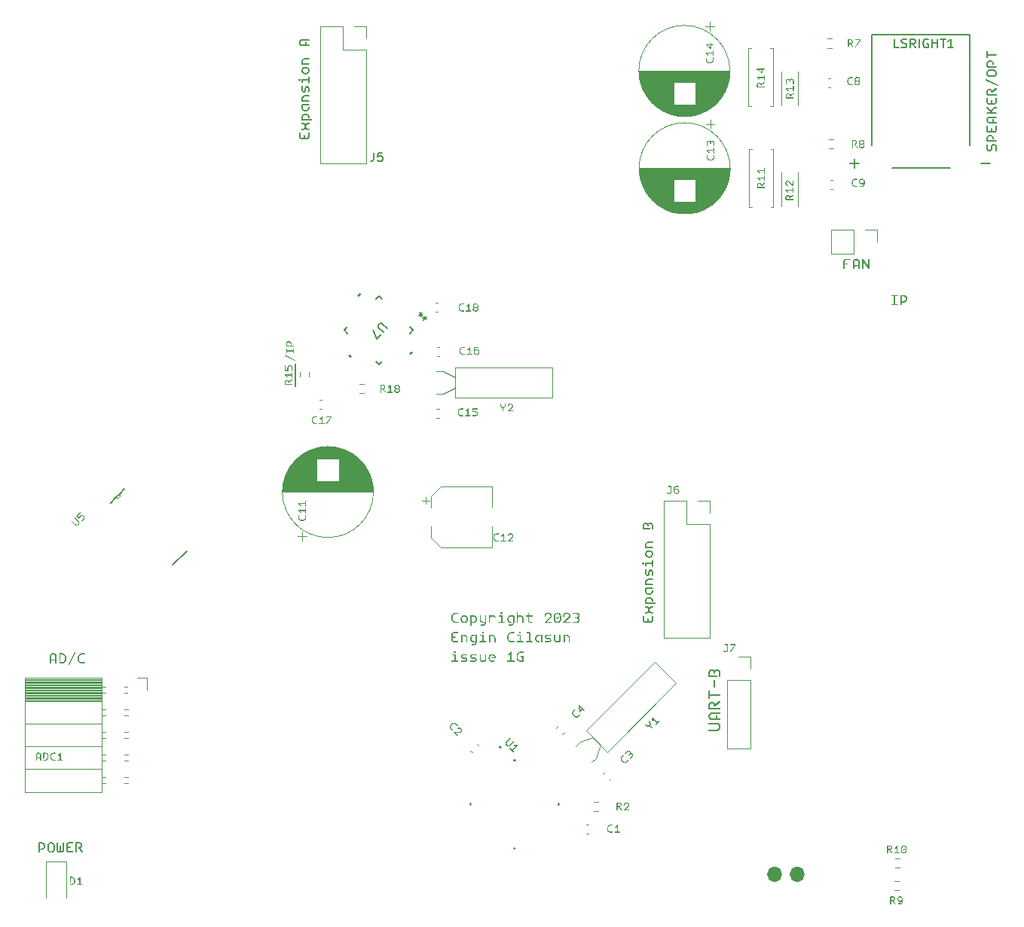
<source format=gbr>
%TF.GenerationSoftware,KiCad,Pcbnew,7.0.2-6a45011f42~172~ubuntu22.10.1*%
%TF.CreationDate,2023-06-25T17:44:08-07:00*%
%TF.ProjectId,expansionboardA,65787061-6e73-4696-9f6e-626f61726441,3*%
%TF.SameCoordinates,Original*%
%TF.FileFunction,Legend,Top*%
%TF.FilePolarity,Positive*%
%FSLAX46Y46*%
G04 Gerber Fmt 4.6, Leading zero omitted, Abs format (unit mm)*
G04 Created by KiCad (PCBNEW 7.0.2-6a45011f42~172~ubuntu22.10.1) date 2023-06-25 17:44:08*
%MOMM*%
%LPD*%
G01*
G04 APERTURE LIST*
%ADD10C,0.150000*%
%ADD11C,0.300000*%
%ADD12C,0.250000*%
%ADD13C,0.162500*%
%ADD14C,0.200000*%
%ADD15C,0.125000*%
%ADD16C,0.120000*%
%ADD17C,0.152400*%
%ADD18C,0.127000*%
%ADD19C,0.100000*%
%ADD20O,1.700000X1.700000*%
G04 APERTURE END LIST*
D10*
X52832000Y-56896000D02*
X52832000Y-59436000D01*
D11*
G36*
X99251998Y-97404803D02*
G01*
X99240721Y-97392204D01*
X99232213Y-97378447D01*
X99226475Y-97363533D01*
X99223508Y-97347462D01*
X99223055Y-97337759D01*
X99224440Y-97320884D01*
X99228595Y-97305201D01*
X99235520Y-97290710D01*
X99245215Y-97277412D01*
X99251998Y-97270348D01*
X99264956Y-97259641D01*
X99278826Y-97251564D01*
X99293607Y-97246117D01*
X99309300Y-97243300D01*
X99318676Y-97242870D01*
X100114786Y-97242870D01*
X100139294Y-97243420D01*
X100163358Y-97245069D01*
X100186978Y-97247816D01*
X100210155Y-97251663D01*
X100232888Y-97256609D01*
X100255178Y-97262654D01*
X100277024Y-97269798D01*
X100298426Y-97278041D01*
X100319385Y-97287384D01*
X100339900Y-97297825D01*
X100359971Y-97309366D01*
X100379599Y-97322005D01*
X100398783Y-97335744D01*
X100417523Y-97350581D01*
X100435820Y-97366518D01*
X100453673Y-97383554D01*
X100470753Y-97401326D01*
X100486732Y-97419561D01*
X100501608Y-97438260D01*
X100515382Y-97457422D01*
X100528055Y-97477049D01*
X100539625Y-97497139D01*
X100550094Y-97517692D01*
X100559461Y-97538710D01*
X100567725Y-97560191D01*
X100574888Y-97582135D01*
X100580949Y-97604543D01*
X100585908Y-97627415D01*
X100589764Y-97650751D01*
X100592519Y-97674551D01*
X100594172Y-97698814D01*
X100594723Y-97723540D01*
X100594172Y-97748268D01*
X100592519Y-97772536D01*
X100589764Y-97796342D01*
X100585908Y-97819688D01*
X100580949Y-97842573D01*
X100574888Y-97864997D01*
X100567725Y-97886960D01*
X100559461Y-97908463D01*
X100550094Y-97929504D01*
X100539625Y-97950085D01*
X100528055Y-97970205D01*
X100515382Y-97989864D01*
X100501608Y-98009063D01*
X100486732Y-98027800D01*
X100470753Y-98046077D01*
X100453673Y-98063893D01*
X100435820Y-98080884D01*
X100417523Y-98096780D01*
X100398783Y-98111579D01*
X100379599Y-98125282D01*
X100359971Y-98137888D01*
X100339900Y-98149399D01*
X100319385Y-98159813D01*
X100298426Y-98169131D01*
X100277024Y-98177353D01*
X100255178Y-98184478D01*
X100232888Y-98190507D01*
X100210155Y-98195440D01*
X100186978Y-98199277D01*
X100163358Y-98202018D01*
X100139294Y-98203662D01*
X100114786Y-98204210D01*
X99318676Y-98204210D01*
X99302463Y-98202895D01*
X99287160Y-98198951D01*
X99272770Y-98192377D01*
X99259291Y-98183173D01*
X99251998Y-98176733D01*
X99240721Y-98164133D01*
X99232213Y-98150376D01*
X99226475Y-98135462D01*
X99223508Y-98119391D01*
X99223055Y-98109688D01*
X99224440Y-98092813D01*
X99228595Y-98077131D01*
X99235520Y-98062640D01*
X99245215Y-98049341D01*
X99251998Y-98042277D01*
X99264956Y-98031571D01*
X99278826Y-98023494D01*
X99293607Y-98018047D01*
X99309300Y-98015229D01*
X99318676Y-98014800D01*
X100114786Y-98014800D01*
X100129801Y-98014468D01*
X100144530Y-98013472D01*
X100166087Y-98010733D01*
X100187000Y-98006499D01*
X100207269Y-98000772D01*
X100226893Y-97993551D01*
X100245874Y-97984835D01*
X100264211Y-97974626D01*
X100281904Y-97962922D01*
X100298953Y-97949724D01*
X100315358Y-97935033D01*
X100320683Y-97929803D01*
X100330931Y-97918996D01*
X100345063Y-97902269D01*
X100357708Y-97884924D01*
X100368866Y-97866960D01*
X100378535Y-97848379D01*
X100386717Y-97829179D01*
X100393412Y-97809361D01*
X100398618Y-97788925D01*
X100402338Y-97767870D01*
X100404569Y-97746198D01*
X100405230Y-97731406D01*
X100405313Y-97723907D01*
X100404982Y-97708933D01*
X100403990Y-97694237D01*
X100401263Y-97672713D01*
X100397048Y-97651814D01*
X100391346Y-97631540D01*
X100384155Y-97611891D01*
X100375477Y-97592866D01*
X100365312Y-97574466D01*
X100353659Y-97556690D01*
X100340518Y-97539540D01*
X100330931Y-97528453D01*
X100320683Y-97517644D01*
X100309961Y-97507307D01*
X100293341Y-97493052D01*
X100276078Y-97480297D01*
X100258170Y-97469043D01*
X100239619Y-97459290D01*
X100220423Y-97451037D01*
X100200584Y-97444285D01*
X100180100Y-97439033D01*
X100158973Y-97435282D01*
X100137201Y-97433031D01*
X100122329Y-97432364D01*
X100114786Y-97432281D01*
X99318676Y-97432281D01*
X99302463Y-97430966D01*
X99287160Y-97427021D01*
X99272770Y-97420447D01*
X99259291Y-97411243D01*
X99251998Y-97404803D01*
G37*
G36*
X99341757Y-96842801D02*
G01*
X99325964Y-96826287D01*
X99311189Y-96809353D01*
X99297433Y-96791998D01*
X99284696Y-96774222D01*
X99272978Y-96756025D01*
X99262279Y-96737408D01*
X99252599Y-96718370D01*
X99243938Y-96698911D01*
X99236296Y-96679031D01*
X99229673Y-96658731D01*
X99224069Y-96638010D01*
X99219483Y-96616868D01*
X99215917Y-96595306D01*
X99213370Y-96573323D01*
X99211841Y-96550918D01*
X99211332Y-96528094D01*
X99211841Y-96505225D01*
X99213370Y-96482779D01*
X99215917Y-96460757D01*
X99219483Y-96439159D01*
X99224069Y-96417984D01*
X99229673Y-96397233D01*
X99236296Y-96376905D01*
X99243938Y-96357002D01*
X99252599Y-96337521D01*
X99262279Y-96318465D01*
X99272978Y-96299832D01*
X99284696Y-96281622D01*
X99297433Y-96263836D01*
X99311189Y-96246474D01*
X99325964Y-96229535D01*
X99341757Y-96213020D01*
X99358228Y-96197182D01*
X99375125Y-96182366D01*
X99392449Y-96168572D01*
X99410199Y-96155799D01*
X99428375Y-96144048D01*
X99446978Y-96133319D01*
X99466008Y-96123612D01*
X99485464Y-96114926D01*
X99505346Y-96107263D01*
X99525655Y-96100621D01*
X99546390Y-96095001D01*
X99567552Y-96090403D01*
X99589141Y-96086827D01*
X99611155Y-96084272D01*
X99633597Y-96082739D01*
X99656464Y-96082228D01*
X100487745Y-96082228D01*
X100504637Y-96083561D01*
X100520373Y-96087558D01*
X100534951Y-96094220D01*
X100548372Y-96103546D01*
X100555522Y-96110072D01*
X100566229Y-96122672D01*
X100574306Y-96136429D01*
X100579753Y-96151343D01*
X100582570Y-96167414D01*
X100583000Y-96177117D01*
X100581685Y-96193724D01*
X100577740Y-96209244D01*
X100571166Y-96223677D01*
X100561962Y-96237023D01*
X100555522Y-96244161D01*
X100542745Y-96254868D01*
X100528775Y-96262945D01*
X100513613Y-96268392D01*
X100497259Y-96271209D01*
X100487378Y-96271639D01*
X99654999Y-96271639D01*
X99635361Y-96272302D01*
X99616290Y-96274292D01*
X99597786Y-96277609D01*
X99579848Y-96282252D01*
X99562478Y-96288222D01*
X99545673Y-96295518D01*
X99529436Y-96304141D01*
X99513765Y-96314091D01*
X99498661Y-96325368D01*
X99484124Y-96337971D01*
X99474748Y-96347110D01*
X99461522Y-96361459D01*
X99449597Y-96376343D01*
X99438973Y-96391761D01*
X99429650Y-96407714D01*
X99421628Y-96424202D01*
X99414907Y-96441224D01*
X99409487Y-96458780D01*
X99405367Y-96476871D01*
X99402549Y-96495497D01*
X99401031Y-96514657D01*
X99400742Y-96527727D01*
X99401386Y-96547247D01*
X99403318Y-96566239D01*
X99406538Y-96584702D01*
X99411046Y-96602637D01*
X99416842Y-96620045D01*
X99423926Y-96636924D01*
X99432298Y-96653275D01*
X99441958Y-96669098D01*
X99452906Y-96684393D01*
X99465142Y-96699160D01*
X99474015Y-96708711D01*
X99488034Y-96722133D01*
X99502613Y-96734235D01*
X99517752Y-96745017D01*
X99533452Y-96754478D01*
X99549712Y-96762619D01*
X99566532Y-96769440D01*
X99583912Y-96774941D01*
X99601853Y-96779122D01*
X99620354Y-96781982D01*
X99639415Y-96783523D01*
X99652434Y-96783816D01*
X100020264Y-96783816D01*
X100020264Y-96495121D01*
X100021230Y-96480335D01*
X100024799Y-96464256D01*
X100030997Y-96449440D01*
X100039825Y-96435886D01*
X100047741Y-96426977D01*
X100060341Y-96416271D01*
X100074098Y-96408194D01*
X100089012Y-96402747D01*
X100105083Y-96399929D01*
X100114786Y-96399500D01*
X100131536Y-96400815D01*
X100147163Y-96404759D01*
X100161669Y-96411333D01*
X100175053Y-96420537D01*
X100182197Y-96426977D01*
X100192903Y-96439630D01*
X100200980Y-96453544D01*
X100206427Y-96468721D01*
X100209245Y-96485160D01*
X100209674Y-96495121D01*
X100209674Y-96783816D01*
X100485913Y-96783816D01*
X100500849Y-96784782D01*
X100517136Y-96788351D01*
X100532195Y-96794549D01*
X100546027Y-96803377D01*
X100555156Y-96811293D01*
X100566005Y-96823911D01*
X100574190Y-96837720D01*
X100579709Y-96852722D01*
X100582564Y-96868916D01*
X100583000Y-96878704D01*
X100581685Y-96895437D01*
X100577740Y-96911012D01*
X100571166Y-96925430D01*
X100561962Y-96938691D01*
X100555522Y-96945749D01*
X100542762Y-96956455D01*
X100528845Y-96964532D01*
X100513771Y-96969979D01*
X100497539Y-96972797D01*
X100487745Y-96973226D01*
X99656464Y-96973226D01*
X99633597Y-96972717D01*
X99611155Y-96971188D01*
X99589141Y-96968641D01*
X99567552Y-96965075D01*
X99546390Y-96960489D01*
X99525655Y-96954885D01*
X99505346Y-96948262D01*
X99485464Y-96940620D01*
X99466008Y-96931959D01*
X99446978Y-96922279D01*
X99428375Y-96911580D01*
X99410199Y-96899862D01*
X99392449Y-96887125D01*
X99375125Y-96873369D01*
X99358228Y-96858594D01*
X99341757Y-96842801D01*
G37*
G36*
X99974468Y-95148000D02*
G01*
X100434622Y-94845383D01*
X100449596Y-94837363D01*
X100465026Y-94832219D01*
X100480912Y-94829950D01*
X100497253Y-94830556D01*
X100506796Y-94832193D01*
X100522676Y-94837055D01*
X100536979Y-94844265D01*
X100549704Y-94853824D01*
X100560852Y-94865733D01*
X100566513Y-94873593D01*
X100574483Y-94887542D01*
X100579844Y-94902186D01*
X100582597Y-94917526D01*
X100583000Y-94926349D01*
X100581953Y-94941630D01*
X100577934Y-94958597D01*
X100570902Y-94974070D01*
X100560856Y-94988049D01*
X100550181Y-94998557D01*
X100540135Y-95006217D01*
X99954318Y-95388334D01*
X99939267Y-95396538D01*
X99924108Y-95401916D01*
X99908841Y-95404467D01*
X99893468Y-95404191D01*
X99877987Y-95401089D01*
X99862398Y-95395161D01*
X99856133Y-95391998D01*
X99841568Y-95382678D01*
X99829471Y-95371891D01*
X99819843Y-95359637D01*
X99812684Y-95345916D01*
X99807994Y-95330729D01*
X99805772Y-95314074D01*
X99805575Y-95307002D01*
X99805575Y-95283921D01*
X99805069Y-95268880D01*
X99803552Y-95254258D01*
X99799957Y-95235413D01*
X99794565Y-95217312D01*
X99787375Y-95199956D01*
X99778388Y-95183344D01*
X99767603Y-95167475D01*
X99758335Y-95156063D01*
X99748055Y-95145069D01*
X99737061Y-95134789D01*
X99725648Y-95125521D01*
X99709780Y-95114736D01*
X99693168Y-95105749D01*
X99675811Y-95098559D01*
X99657711Y-95093167D01*
X99638866Y-95089572D01*
X99624244Y-95088055D01*
X99609203Y-95087549D01*
X99594097Y-95088068D01*
X99579416Y-95089623D01*
X99560503Y-95093310D01*
X99542345Y-95098839D01*
X99524942Y-95106213D01*
X99508296Y-95115429D01*
X99492405Y-95126488D01*
X99480982Y-95135993D01*
X99469985Y-95146534D01*
X99459706Y-95157741D01*
X99450437Y-95169379D01*
X99439652Y-95185568D01*
X99430665Y-95202523D01*
X99423475Y-95220246D01*
X99418083Y-95238736D01*
X99414488Y-95257993D01*
X99412971Y-95272939D01*
X99412466Y-95288317D01*
X99412466Y-95576279D01*
X100487012Y-95576279D01*
X100501811Y-95577258D01*
X100517937Y-95580875D01*
X100532836Y-95587156D01*
X100546508Y-95596102D01*
X100555522Y-95604123D01*
X100566229Y-95616723D01*
X100574306Y-95630480D01*
X100579753Y-95645394D01*
X100582570Y-95661465D01*
X100583000Y-95671168D01*
X100581685Y-95687775D01*
X100577740Y-95703295D01*
X100571166Y-95717728D01*
X100561962Y-95731074D01*
X100555522Y-95738212D01*
X100542745Y-95748919D01*
X100528775Y-95756996D01*
X100513613Y-95762443D01*
X100497259Y-95765260D01*
X100487378Y-95765690D01*
X99318676Y-95765690D01*
X99302463Y-95764357D01*
X99287160Y-95760360D01*
X99272770Y-95753698D01*
X99259291Y-95744372D01*
X99251998Y-95737846D01*
X99242162Y-95726941D01*
X99233259Y-95713046D01*
X99227125Y-95697889D01*
X99223762Y-95681470D01*
X99223055Y-95668969D01*
X99223055Y-95288317D01*
X99223500Y-95268480D01*
X99224836Y-95248996D01*
X99227061Y-95229863D01*
X99230177Y-95211083D01*
X99234182Y-95192654D01*
X99239078Y-95174578D01*
X99244864Y-95156854D01*
X99251540Y-95139482D01*
X99259106Y-95122461D01*
X99267563Y-95105793D01*
X99276909Y-95089477D01*
X99287146Y-95073513D01*
X99298273Y-95057901D01*
X99310290Y-95042641D01*
X99323197Y-95027733D01*
X99336995Y-95013177D01*
X99351374Y-94999247D01*
X99366121Y-94986215D01*
X99381233Y-94974082D01*
X99396712Y-94962848D01*
X99412557Y-94952513D01*
X99428769Y-94943076D01*
X99445347Y-94934538D01*
X99462291Y-94926899D01*
X99479602Y-94920158D01*
X99497279Y-94914316D01*
X99515322Y-94909373D01*
X99533732Y-94905329D01*
X99552508Y-94902183D01*
X99571651Y-94899937D01*
X99591160Y-94898588D01*
X99611035Y-94898139D01*
X99626607Y-94898427D01*
X99641999Y-94899290D01*
X99657210Y-94900728D01*
X99672241Y-94902742D01*
X99687091Y-94905330D01*
X99701762Y-94908495D01*
X99716252Y-94912234D01*
X99730561Y-94916549D01*
X99744691Y-94921439D01*
X99758640Y-94926904D01*
X99772409Y-94932945D01*
X99785997Y-94939561D01*
X99799405Y-94946752D01*
X99812633Y-94954519D01*
X99825680Y-94962861D01*
X99838547Y-94971778D01*
X99851014Y-94981096D01*
X99862951Y-94990640D01*
X99874358Y-95000411D01*
X99885236Y-95010407D01*
X99900560Y-95025825D01*
X99914692Y-95041752D01*
X99927634Y-95058188D01*
X99939383Y-95075133D01*
X99949942Y-95092587D01*
X99959309Y-95110549D01*
X99967484Y-95129020D01*
X99974468Y-95148000D01*
G37*
G36*
X99223055Y-93716614D02*
G01*
X99224060Y-93701579D01*
X99227772Y-93685275D01*
X99234218Y-93670304D01*
X99243399Y-93656664D01*
X99251632Y-93647738D01*
X99264447Y-93637031D01*
X99278209Y-93628954D01*
X99292917Y-93623507D01*
X99308573Y-93620690D01*
X99317944Y-93620260D01*
X99334015Y-93621628D01*
X99349209Y-93625730D01*
X99363527Y-93632567D01*
X99376968Y-93642139D01*
X99384256Y-93648837D01*
X99395248Y-93661827D01*
X99403540Y-93676115D01*
X99409132Y-93691700D01*
X99412025Y-93708583D01*
X99412466Y-93718812D01*
X99412466Y-94017033D01*
X100487012Y-94017033D01*
X100501811Y-94018012D01*
X100517937Y-94021628D01*
X100532836Y-94027909D01*
X100546508Y-94036855D01*
X100555522Y-94044877D01*
X100566229Y-94057477D01*
X100574306Y-94071233D01*
X100579753Y-94086147D01*
X100582570Y-94102218D01*
X100583000Y-94111921D01*
X100581685Y-94128528D01*
X100577740Y-94144048D01*
X100571166Y-94158481D01*
X100561962Y-94171828D01*
X100555522Y-94178966D01*
X100542727Y-94189672D01*
X100528705Y-94197749D01*
X100513455Y-94203196D01*
X100496978Y-94206014D01*
X100487012Y-94206443D01*
X99412466Y-94206443D01*
X99412466Y-94487811D01*
X99411116Y-94504668D01*
X99407066Y-94520299D01*
X99400317Y-94534702D01*
X99390867Y-94547878D01*
X99384256Y-94554856D01*
X99371315Y-94565277D01*
X99357498Y-94573138D01*
X99342805Y-94578440D01*
X99327234Y-94581182D01*
X99317944Y-94581600D01*
X99301747Y-94580286D01*
X99286498Y-94576341D01*
X99272195Y-94569767D01*
X99258839Y-94560563D01*
X99251632Y-94554123D01*
X99240497Y-94541453D01*
X99232097Y-94527486D01*
X99226432Y-94512221D01*
X99223502Y-94495659D01*
X99223055Y-94485613D01*
X99223055Y-93716614D01*
G37*
G36*
X99807406Y-92556339D02*
G01*
X99808411Y-92541540D01*
X99812123Y-92525413D01*
X99818569Y-92510514D01*
X99827750Y-92496843D01*
X99835983Y-92487829D01*
X99848851Y-92476837D01*
X99862770Y-92468544D01*
X99877742Y-92462952D01*
X99893765Y-92460059D01*
X99903394Y-92459618D01*
X99919966Y-92460968D01*
X99935381Y-92465018D01*
X99949638Y-92471768D01*
X99962739Y-92481217D01*
X99969706Y-92487829D01*
X99980269Y-92500624D01*
X99988239Y-92514646D01*
X99993613Y-92529896D01*
X99996393Y-92546372D01*
X99996817Y-92556339D01*
X99996817Y-93230449D01*
X99995864Y-93245373D01*
X99992342Y-93261611D01*
X99986226Y-93276588D01*
X99977516Y-93290302D01*
X99969706Y-93299325D01*
X99957141Y-93310175D01*
X99943489Y-93318359D01*
X99928751Y-93323879D01*
X99912925Y-93326734D01*
X99903394Y-93327169D01*
X99886769Y-93325837D01*
X99871197Y-93321840D01*
X99856676Y-93315178D01*
X99843207Y-93305851D01*
X99835983Y-93299325D01*
X99824848Y-93286513D01*
X99816448Y-93272438D01*
X99810783Y-93257100D01*
X99807853Y-93240501D01*
X99807406Y-93230449D01*
X99807406Y-92556339D01*
G37*
G36*
X99895700Y-91355763D02*
G01*
X99907859Y-91340731D01*
X99921071Y-91326591D01*
X99935336Y-91313345D01*
X99946726Y-91303996D01*
X99958709Y-91295150D01*
X99971284Y-91286806D01*
X99984452Y-91278964D01*
X99998212Y-91271624D01*
X100012565Y-91264787D01*
X100022462Y-91260508D01*
X100037615Y-91254485D01*
X100052988Y-91249054D01*
X100068579Y-91244215D01*
X100084389Y-91239969D01*
X100100418Y-91236315D01*
X100116666Y-91233254D01*
X100133134Y-91230785D01*
X100149820Y-91228909D01*
X100166725Y-91227626D01*
X100183848Y-91226934D01*
X100195386Y-91226803D01*
X100215218Y-91227243D01*
X100234690Y-91228566D01*
X100253801Y-91230770D01*
X100272552Y-91233855D01*
X100290941Y-91237822D01*
X100308970Y-91242671D01*
X100326639Y-91248401D01*
X100343947Y-91255013D01*
X100360894Y-91262506D01*
X100377481Y-91270881D01*
X100393707Y-91280137D01*
X100409572Y-91290275D01*
X100425076Y-91301295D01*
X100440220Y-91313196D01*
X100455004Y-91325979D01*
X100469427Y-91339643D01*
X100483180Y-91353927D01*
X100496045Y-91368569D01*
X100508024Y-91383568D01*
X100519115Y-91398925D01*
X100529319Y-91414640D01*
X100538635Y-91430713D01*
X100547064Y-91447144D01*
X100554606Y-91463932D01*
X100561261Y-91481078D01*
X100567028Y-91498582D01*
X100571908Y-91516444D01*
X100575901Y-91534663D01*
X100579007Y-91553240D01*
X100581225Y-91572175D01*
X100582556Y-91591468D01*
X100583000Y-91611119D01*
X100583000Y-92048191D01*
X100581702Y-92065066D01*
X100577810Y-92080749D01*
X100571324Y-92095240D01*
X100562243Y-92108538D01*
X100555889Y-92115602D01*
X100543324Y-92126309D01*
X100529672Y-92134386D01*
X100514933Y-92139833D01*
X100499108Y-92142650D01*
X100489577Y-92143080D01*
X100472952Y-92141782D01*
X100457379Y-92137891D01*
X100442859Y-92131404D01*
X100429390Y-92122323D01*
X100422166Y-92115969D01*
X100411031Y-92103351D01*
X100402631Y-92089542D01*
X100396966Y-92074540D01*
X100394036Y-92058347D01*
X100393589Y-92048558D01*
X100393589Y-91612218D01*
X100393084Y-91597308D01*
X100390837Y-91578060D01*
X100386792Y-91559533D01*
X100380951Y-91541727D01*
X100373311Y-91524642D01*
X100363875Y-91508279D01*
X100352640Y-91492637D01*
X100343035Y-91481379D01*
X100336070Y-91474099D01*
X100325007Y-91463754D01*
X100313526Y-91454427D01*
X100297566Y-91443573D01*
X100280862Y-91434528D01*
X100263414Y-91427293D01*
X100245222Y-91421866D01*
X100226285Y-91418248D01*
X100211595Y-91416722D01*
X100196485Y-91416213D01*
X100181310Y-91416709D01*
X100166561Y-91418197D01*
X100147556Y-91421723D01*
X100129306Y-91427012D01*
X100111812Y-91434065D01*
X100095074Y-91442880D01*
X100079091Y-91453459D01*
X100063864Y-91465801D01*
X100056534Y-91472633D01*
X100046189Y-91483408D01*
X100033979Y-91498386D01*
X100023578Y-91514063D01*
X100014985Y-91530437D01*
X100008202Y-91547511D01*
X100003227Y-91565282D01*
X100000062Y-91583752D01*
X99998705Y-91602920D01*
X99998648Y-91607822D01*
X99998648Y-91656548D01*
X99997351Y-91672263D01*
X99993459Y-91687032D01*
X99986973Y-91700854D01*
X99977892Y-91713729D01*
X99971538Y-91720662D01*
X99958973Y-91731083D01*
X99945321Y-91738944D01*
X99930582Y-91744246D01*
X99914757Y-91746988D01*
X99905226Y-91747406D01*
X99888601Y-91746074D01*
X99873028Y-91742077D01*
X99858508Y-91735415D01*
X99845039Y-91726089D01*
X99837815Y-91719563D01*
X99826680Y-91706730D01*
X99818280Y-91692915D01*
X99812615Y-91678119D01*
X99809685Y-91662341D01*
X99809238Y-91652884D01*
X99809238Y-91618812D01*
X99808729Y-91603563D01*
X99807203Y-91588725D01*
X99803585Y-91569582D01*
X99798159Y-91551172D01*
X99790923Y-91533495D01*
X99781878Y-91516551D01*
X99771025Y-91500339D01*
X99761697Y-91488662D01*
X99751353Y-91477396D01*
X99740221Y-91466789D01*
X99728671Y-91457226D01*
X99716702Y-91448706D01*
X99700093Y-91438968D01*
X99682739Y-91431086D01*
X99664641Y-91425058D01*
X99645799Y-91420885D01*
X99631179Y-91418972D01*
X99616141Y-91418103D01*
X99611035Y-91418045D01*
X99595795Y-91418566D01*
X99580986Y-91420131D01*
X99561912Y-91423841D01*
X99543605Y-91429405D01*
X99526066Y-91436824D01*
X99509293Y-91446097D01*
X99493288Y-91457226D01*
X99481787Y-91466789D01*
X99470718Y-91477396D01*
X99460307Y-91488662D01*
X99450921Y-91500339D01*
X99442559Y-91512429D01*
X99433002Y-91529191D01*
X99425265Y-91546685D01*
X99419349Y-91564911D01*
X99415253Y-91583870D01*
X99413376Y-91598571D01*
X99412523Y-91613683D01*
X99412466Y-91618812D01*
X99412466Y-91953669D01*
X100170840Y-91953669D01*
X100185514Y-91954648D01*
X100201528Y-91958265D01*
X100216349Y-91964546D01*
X100229978Y-91973492D01*
X100238983Y-91981513D01*
X100249833Y-91994113D01*
X100258017Y-92007870D01*
X100263537Y-92022784D01*
X100266392Y-92038855D01*
X100266827Y-92048558D01*
X100265512Y-92065165D01*
X100261568Y-92080685D01*
X100254994Y-92095118D01*
X100245790Y-92108464D01*
X100239350Y-92115602D01*
X100226572Y-92126309D01*
X100212602Y-92134386D01*
X100197440Y-92139833D01*
X100181086Y-92142650D01*
X100171206Y-92143080D01*
X99318676Y-92143080D01*
X99302463Y-92141765D01*
X99287160Y-92137820D01*
X99272770Y-92131246D01*
X99259291Y-92122042D01*
X99251998Y-92115602D01*
X99242162Y-92104697D01*
X99233259Y-92090803D01*
X99227125Y-92075646D01*
X99223762Y-92059227D01*
X99223055Y-92046726D01*
X99223055Y-91619179D01*
X99223500Y-91599211D01*
X99224836Y-91579606D01*
X99227061Y-91560364D01*
X99230177Y-91541487D01*
X99234182Y-91522972D01*
X99239078Y-91504822D01*
X99244864Y-91487034D01*
X99251540Y-91469611D01*
X99259106Y-91452550D01*
X99267563Y-91435854D01*
X99276909Y-91419520D01*
X99287146Y-91403551D01*
X99298273Y-91387944D01*
X99310290Y-91372702D01*
X99323197Y-91357822D01*
X99336995Y-91343307D01*
X99351374Y-91329420D01*
X99366121Y-91316430D01*
X99381233Y-91304336D01*
X99396712Y-91293138D01*
X99412557Y-91282835D01*
X99428769Y-91273428D01*
X99445347Y-91264917D01*
X99462291Y-91257303D01*
X99479602Y-91250583D01*
X99497279Y-91244760D01*
X99515322Y-91239833D01*
X99533732Y-91235802D01*
X99552508Y-91232666D01*
X99571651Y-91230426D01*
X99591160Y-91229082D01*
X99611035Y-91228635D01*
X99632970Y-91229131D01*
X99654352Y-91230621D01*
X99675182Y-91233104D01*
X99695459Y-91236580D01*
X99715184Y-91241049D01*
X99734357Y-91246512D01*
X99752977Y-91252968D01*
X99771045Y-91260417D01*
X99788560Y-91268859D01*
X99805523Y-91278294D01*
X99821934Y-91288723D01*
X99837792Y-91300144D01*
X99853097Y-91312559D01*
X99867851Y-91325967D01*
X99882052Y-91340368D01*
X99895700Y-91355763D01*
G37*
G36*
X91982537Y-85718630D02*
G01*
X91983413Y-85734134D01*
X91986041Y-85748894D01*
X91990420Y-85762909D01*
X91996552Y-85776180D01*
X92004436Y-85788707D01*
X92014071Y-85800490D01*
X92018416Y-85804995D01*
X92029855Y-85815148D01*
X92041945Y-85823580D01*
X92054685Y-85830292D01*
X92068078Y-85835283D01*
X92082121Y-85838552D01*
X92096815Y-85840101D01*
X92102875Y-85840239D01*
X92326406Y-85840239D01*
X92326406Y-85600832D01*
X92327277Y-85587898D01*
X92330494Y-85573825D01*
X92336081Y-85560845D01*
X92344038Y-85548959D01*
X92351173Y-85541139D01*
X92362325Y-85531613D01*
X92374388Y-85524426D01*
X92387364Y-85519579D01*
X92401251Y-85517072D01*
X92409595Y-85516690D01*
X92423958Y-85517860D01*
X92437317Y-85521370D01*
X92449674Y-85527220D01*
X92461028Y-85535409D01*
X92467066Y-85541139D01*
X92476221Y-85552243D01*
X92483128Y-85564442D01*
X92487786Y-85577734D01*
X92490195Y-85592120D01*
X92490562Y-85600832D01*
X92490562Y-85840239D01*
X92711870Y-85840239D01*
X92727275Y-85839378D01*
X92741935Y-85836797D01*
X92755851Y-85832495D01*
X92769023Y-85826472D01*
X92781451Y-85818727D01*
X92793135Y-85809262D01*
X92797600Y-85804995D01*
X92807753Y-85793509D01*
X92816185Y-85781280D01*
X92822897Y-85768307D01*
X92827888Y-85754589D01*
X92831157Y-85740127D01*
X92832706Y-85724921D01*
X92832844Y-85718630D01*
X92832844Y-85305225D01*
X92833692Y-85292410D01*
X92836826Y-85278475D01*
X92842270Y-85265635D01*
X92850023Y-85253888D01*
X92856975Y-85246167D01*
X92867895Y-85236764D01*
X92879818Y-85229671D01*
X92892743Y-85224887D01*
X92906671Y-85222413D01*
X92915080Y-85222036D01*
X92929473Y-85223191D01*
X92942924Y-85226655D01*
X92955433Y-85232428D01*
X92966999Y-85240511D01*
X92973186Y-85246167D01*
X92982465Y-85257132D01*
X92989465Y-85269192D01*
X92994186Y-85282345D01*
X92996627Y-85296592D01*
X92997000Y-85305225D01*
X92997000Y-85717995D01*
X92996672Y-85732778D01*
X92995690Y-85747281D01*
X92994053Y-85761504D01*
X92991760Y-85775446D01*
X92988814Y-85789108D01*
X92985212Y-85802489D01*
X92980955Y-85815590D01*
X92976043Y-85828411D01*
X92970477Y-85840952D01*
X92964256Y-85853212D01*
X92957379Y-85865192D01*
X92949848Y-85876892D01*
X92941662Y-85888311D01*
X92932822Y-85899451D01*
X92923326Y-85910309D01*
X92913175Y-85920888D01*
X92902529Y-85931000D01*
X92891624Y-85940460D01*
X92880461Y-85949267D01*
X92869041Y-85957422D01*
X92857362Y-85964925D01*
X92845425Y-85971775D01*
X92833231Y-85977972D01*
X92820778Y-85983518D01*
X92808068Y-85988411D01*
X92795099Y-85992651D01*
X92781873Y-85996240D01*
X92768388Y-85999175D01*
X92754646Y-86001459D01*
X92740645Y-86003090D01*
X92726387Y-86004068D01*
X92711870Y-86004394D01*
X92103510Y-86004394D01*
X92088995Y-86004068D01*
X92074740Y-86003090D01*
X92060746Y-86001459D01*
X92047012Y-85999175D01*
X92033539Y-85996240D01*
X92020326Y-85992651D01*
X92007374Y-85988411D01*
X91994682Y-85983518D01*
X91982250Y-85977972D01*
X91970079Y-85971775D01*
X91958169Y-85964925D01*
X91946519Y-85957422D01*
X91935129Y-85949267D01*
X91924000Y-85940460D01*
X91913131Y-85931000D01*
X91902523Y-85920888D01*
X91892334Y-85910309D01*
X91882802Y-85899451D01*
X91873928Y-85888311D01*
X91865711Y-85876892D01*
X91858151Y-85865192D01*
X91851249Y-85853212D01*
X91845004Y-85840952D01*
X91839417Y-85828411D01*
X91834486Y-85815590D01*
X91830214Y-85802489D01*
X91826598Y-85789108D01*
X91823640Y-85775446D01*
X91821339Y-85761504D01*
X91819696Y-85747281D01*
X91818710Y-85732778D01*
X91818381Y-85717995D01*
X91818381Y-85305225D01*
X91819252Y-85292302D01*
X91822469Y-85278270D01*
X91828056Y-85265362D01*
X91836013Y-85253578D01*
X91843147Y-85245849D01*
X91854254Y-85236571D01*
X91866181Y-85229571D01*
X91878928Y-85224850D01*
X91892496Y-85222408D01*
X91900618Y-85222036D01*
X91914546Y-85223175D01*
X91927715Y-85226594D01*
X91940123Y-85232291D01*
X91951773Y-85240268D01*
X91958088Y-85245849D01*
X91967615Y-85256830D01*
X91974801Y-85268935D01*
X91979648Y-85282164D01*
X91982155Y-85296518D01*
X91982537Y-85305225D01*
X91982537Y-85718630D01*
G37*
G36*
X92127006Y-84285364D02*
G01*
X92117604Y-84274336D01*
X92110511Y-84262366D01*
X92105727Y-84249453D01*
X92103252Y-84235599D01*
X92102875Y-84227259D01*
X92104030Y-84212758D01*
X92107494Y-84199259D01*
X92113268Y-84186764D01*
X92121351Y-84175271D01*
X92127006Y-84169154D01*
X92138096Y-84159751D01*
X92150248Y-84152658D01*
X92163465Y-84147874D01*
X92177744Y-84145400D01*
X92186382Y-84145023D01*
X92215911Y-84145023D01*
X92228991Y-84145212D01*
X92241957Y-84145782D01*
X92254809Y-84146730D01*
X92267547Y-84148059D01*
X92280171Y-84149767D01*
X92298892Y-84153040D01*
X92317357Y-84157168D01*
X92335565Y-84162149D01*
X92353517Y-84167984D01*
X92371211Y-84174673D01*
X92388649Y-84182217D01*
X92400132Y-84187720D01*
X92411501Y-84193602D01*
X92422652Y-84199722D01*
X92438779Y-84209227D01*
X92454187Y-84219123D01*
X92468874Y-84229409D01*
X92482841Y-84240086D01*
X92496088Y-84251154D01*
X92508616Y-84262612D01*
X92520423Y-84274462D01*
X92531510Y-84286702D01*
X92541878Y-84299332D01*
X92551525Y-84312353D01*
X92560894Y-84299332D01*
X92571022Y-84286702D01*
X92581910Y-84274462D01*
X92593556Y-84262612D01*
X92605962Y-84251154D01*
X92619126Y-84240086D01*
X92633050Y-84229409D01*
X92647732Y-84219123D01*
X92663174Y-84209227D01*
X92679375Y-84199722D01*
X92690597Y-84193602D01*
X92701996Y-84187720D01*
X92713493Y-84182217D01*
X92730919Y-84174673D01*
X92748562Y-84167984D01*
X92766423Y-84162149D01*
X92784502Y-84157168D01*
X92802799Y-84153040D01*
X92821313Y-84149767D01*
X92840045Y-84147347D01*
X92858994Y-84145782D01*
X92871748Y-84145212D01*
X92884599Y-84145023D01*
X92913810Y-84145023D01*
X92926528Y-84145871D01*
X92940407Y-84149005D01*
X92953252Y-84154449D01*
X92965064Y-84162202D01*
X92972868Y-84169154D01*
X92982271Y-84180074D01*
X92989364Y-84191996D01*
X92994148Y-84204922D01*
X92996622Y-84218850D01*
X92997000Y-84227259D01*
X92995845Y-84241652D01*
X92992381Y-84255102D01*
X92986607Y-84267611D01*
X92978524Y-84279178D01*
X92972868Y-84285364D01*
X92961794Y-84294643D01*
X92949687Y-84301643D01*
X92936547Y-84306364D01*
X92922373Y-84308806D01*
X92913810Y-84309178D01*
X92884281Y-84309178D01*
X92871458Y-84309467D01*
X92852655Y-84310984D01*
X92834372Y-84313802D01*
X92816607Y-84317920D01*
X92799362Y-84323339D01*
X92782636Y-84330058D01*
X92766429Y-84338077D01*
X92750740Y-84347397D01*
X92735571Y-84358017D01*
X92720921Y-84369938D01*
X92711443Y-84378608D01*
X92706790Y-84383159D01*
X92697831Y-84392527D01*
X92689451Y-84402136D01*
X92677964Y-84417000D01*
X92667777Y-84432405D01*
X92658890Y-84448352D01*
X92651304Y-84464840D01*
X92645019Y-84481870D01*
X92640034Y-84499441D01*
X92636349Y-84517553D01*
X92633965Y-84536207D01*
X92633098Y-84548943D01*
X92632809Y-84561921D01*
X92633098Y-84574859D01*
X92633965Y-84587560D01*
X92636349Y-84606164D01*
X92640034Y-84624233D01*
X92645019Y-84641766D01*
X92651304Y-84658763D01*
X92658890Y-84675224D01*
X92667777Y-84691150D01*
X92677964Y-84706539D01*
X92689451Y-84721393D01*
X92697831Y-84730998D01*
X92706790Y-84740364D01*
X92716153Y-84749285D01*
X92725747Y-84757629D01*
X92740570Y-84769067D01*
X92755912Y-84779211D01*
X92771773Y-84788059D01*
X92788154Y-84795612D01*
X92805053Y-84801871D01*
X92822471Y-84806834D01*
X92840409Y-84810503D01*
X92858865Y-84812877D01*
X92877841Y-84813956D01*
X92884281Y-84814028D01*
X92913810Y-84814028D01*
X92926528Y-84814876D01*
X92940407Y-84818011D01*
X92953252Y-84823454D01*
X92965064Y-84831207D01*
X92972868Y-84838159D01*
X92982271Y-84849079D01*
X92989364Y-84861002D01*
X92994148Y-84873927D01*
X92996622Y-84887855D01*
X92997000Y-84896265D01*
X92995845Y-84910657D01*
X92992381Y-84924108D01*
X92986607Y-84936617D01*
X92978524Y-84948183D01*
X92972868Y-84954370D01*
X92961794Y-84963649D01*
X92949687Y-84970649D01*
X92936547Y-84975370D01*
X92922373Y-84977812D01*
X92913810Y-84978184D01*
X92884599Y-84978184D01*
X92871748Y-84977994D01*
X92858994Y-84977425D01*
X92840045Y-84975859D01*
X92821313Y-84973440D01*
X92802799Y-84970166D01*
X92784502Y-84966039D01*
X92766423Y-84961057D01*
X92748562Y-84955222D01*
X92730919Y-84948533D01*
X92713493Y-84940990D01*
X92701996Y-84935487D01*
X92690597Y-84929604D01*
X92679375Y-84923447D01*
X92663174Y-84913895D01*
X92647732Y-84903964D01*
X92633050Y-84893654D01*
X92619126Y-84882964D01*
X92605962Y-84871894D01*
X92593556Y-84860445D01*
X92581910Y-84848616D01*
X92571022Y-84836408D01*
X92560894Y-84823820D01*
X92551525Y-84810853D01*
X92541878Y-84823820D01*
X92531510Y-84836408D01*
X92520423Y-84848616D01*
X92508616Y-84860445D01*
X92496088Y-84871894D01*
X92482841Y-84882964D01*
X92468874Y-84893654D01*
X92454187Y-84903964D01*
X92438779Y-84913895D01*
X92422652Y-84923447D01*
X92411501Y-84929604D01*
X92400132Y-84935487D01*
X92388649Y-84940990D01*
X92371211Y-84948533D01*
X92353517Y-84955222D01*
X92335565Y-84961057D01*
X92317357Y-84966039D01*
X92298892Y-84970166D01*
X92280171Y-84973440D01*
X92267547Y-84975147D01*
X92254809Y-84976476D01*
X92241957Y-84977425D01*
X92228991Y-84977994D01*
X92215911Y-84978184D01*
X92186382Y-84978184D01*
X92173556Y-84977347D01*
X92159580Y-84974254D01*
X92146668Y-84968882D01*
X92134819Y-84961230D01*
X92127006Y-84954370D01*
X92117604Y-84943342D01*
X92110511Y-84931371D01*
X92105727Y-84918459D01*
X92103252Y-84904604D01*
X92102875Y-84896265D01*
X92104030Y-84881763D01*
X92107494Y-84868265D01*
X92113268Y-84855769D01*
X92121351Y-84844276D01*
X92127006Y-84838159D01*
X92138096Y-84828757D01*
X92150248Y-84821663D01*
X92163465Y-84816880D01*
X92177744Y-84814405D01*
X92186382Y-84814028D01*
X92215911Y-84814028D01*
X92228812Y-84813740D01*
X92247728Y-84812230D01*
X92266118Y-84809424D01*
X92283984Y-84805324D01*
X92301325Y-84799928D01*
X92318142Y-84793238D01*
X92334434Y-84785253D01*
X92350201Y-84775973D01*
X92365443Y-84765399D01*
X92380161Y-84753529D01*
X92389682Y-84744897D01*
X92394355Y-84740364D01*
X92403352Y-84730998D01*
X92411768Y-84721393D01*
X92423305Y-84706539D01*
X92433536Y-84691150D01*
X92442460Y-84675224D01*
X92450079Y-84658763D01*
X92456391Y-84641766D01*
X92461398Y-84624233D01*
X92465098Y-84606164D01*
X92467492Y-84587560D01*
X92468363Y-84574859D01*
X92468653Y-84561921D01*
X92468363Y-84548943D01*
X92467492Y-84536207D01*
X92465098Y-84517553D01*
X92461398Y-84499441D01*
X92456391Y-84481870D01*
X92450079Y-84464840D01*
X92442460Y-84448352D01*
X92433536Y-84432405D01*
X92423305Y-84417000D01*
X92411768Y-84402136D01*
X92403352Y-84392527D01*
X92394355Y-84383159D01*
X92384951Y-84374201D01*
X92375314Y-84365820D01*
X92360421Y-84354333D01*
X92345003Y-84344146D01*
X92329061Y-84335259D01*
X92312594Y-84327673D01*
X92295603Y-84321388D01*
X92278087Y-84316403D01*
X92260046Y-84312718D01*
X92241481Y-84310334D01*
X92222391Y-84309250D01*
X92215911Y-84309178D01*
X92186382Y-84309178D01*
X92173556Y-84308341D01*
X92159580Y-84305248D01*
X92146668Y-84299876D01*
X92134819Y-84292225D01*
X92127006Y-84285364D01*
G37*
G36*
X92102875Y-83536345D02*
G01*
X92103361Y-83514913D01*
X92104820Y-83493877D01*
X92107251Y-83473239D01*
X92110654Y-83452997D01*
X92115030Y-83433152D01*
X92120378Y-83413704D01*
X92126699Y-83394654D01*
X92133992Y-83376000D01*
X92142257Y-83357742D01*
X92151495Y-83339882D01*
X92161705Y-83322419D01*
X92172887Y-83305352D01*
X92185042Y-83288683D01*
X92198170Y-83272410D01*
X92212269Y-83256534D01*
X92227341Y-83241055D01*
X92243097Y-83226252D01*
X92259247Y-83212404D01*
X92275791Y-83199512D01*
X92292730Y-83187574D01*
X92310063Y-83176591D01*
X92327791Y-83166563D01*
X92345912Y-83157490D01*
X92364429Y-83149373D01*
X92383340Y-83142210D01*
X92402645Y-83136002D01*
X92422344Y-83130750D01*
X92442438Y-83126452D01*
X92462927Y-83123109D01*
X92483810Y-83120722D01*
X92505087Y-83119289D01*
X92526759Y-83118812D01*
X92586134Y-83118812D01*
X92606608Y-83119253D01*
X92626751Y-83120578D01*
X92646565Y-83122786D01*
X92666049Y-83125877D01*
X92685203Y-83129850D01*
X92704027Y-83134707D01*
X92722521Y-83140448D01*
X92740685Y-83147071D01*
X92758519Y-83154577D01*
X92776023Y-83162966D01*
X92793198Y-83172239D01*
X92810042Y-83182394D01*
X92826557Y-83193433D01*
X92842741Y-83205355D01*
X92858596Y-83218159D01*
X92874121Y-83231847D01*
X92889001Y-83246184D01*
X92902921Y-83260935D01*
X92915880Y-83276100D01*
X92927880Y-83291679D01*
X92938920Y-83307673D01*
X92949000Y-83324081D01*
X92958120Y-83340903D01*
X92966280Y-83358139D01*
X92973480Y-83375790D01*
X92979720Y-83393855D01*
X92985000Y-83412334D01*
X92989320Y-83431227D01*
X92992680Y-83450535D01*
X92995080Y-83470257D01*
X92996520Y-83490393D01*
X92997000Y-83510944D01*
X92997000Y-83512849D01*
X92997000Y-83514754D01*
X92997000Y-83519517D01*
X92997000Y-83522057D01*
X92997000Y-83551268D01*
X92996162Y-83564202D01*
X92993069Y-83578276D01*
X92987697Y-83591255D01*
X92980046Y-83603141D01*
X92973186Y-83610961D01*
X92962157Y-83620364D01*
X92950187Y-83627457D01*
X92937275Y-83632241D01*
X92923420Y-83634715D01*
X92915080Y-83635092D01*
X92900579Y-83633938D01*
X92887081Y-83630473D01*
X92874585Y-83624700D01*
X92863092Y-83616617D01*
X92856975Y-83610961D01*
X92847572Y-83599733D01*
X92840479Y-83587441D01*
X92835695Y-83574086D01*
X92833221Y-83559667D01*
X92832844Y-83550951D01*
X92832844Y-83523327D01*
X92832844Y-83520787D01*
X92832844Y-83519834D01*
X92832191Y-83501581D01*
X92830232Y-83483853D01*
X92826967Y-83466650D01*
X92822396Y-83449971D01*
X92816518Y-83433817D01*
X92809335Y-83418187D01*
X92800846Y-83403082D01*
X92791051Y-83388502D01*
X92779950Y-83374446D01*
X92767542Y-83360915D01*
X92758545Y-83352186D01*
X92744329Y-83339816D01*
X92729660Y-83328662D01*
X92714539Y-83318726D01*
X92698966Y-83310006D01*
X92682941Y-83302503D01*
X92666464Y-83296216D01*
X92649535Y-83291147D01*
X92632154Y-83287294D01*
X92614321Y-83284657D01*
X92596035Y-83283238D01*
X92583594Y-83282967D01*
X92523901Y-83282967D01*
X92510727Y-83283258D01*
X92497795Y-83284128D01*
X92485107Y-83285579D01*
X92466531Y-83288845D01*
X92448501Y-83293416D01*
X92431018Y-83299293D01*
X92414083Y-83306476D01*
X92397694Y-83314965D01*
X92381853Y-83324760D01*
X92366558Y-83335862D01*
X92356665Y-83343988D01*
X92347016Y-83352695D01*
X92342282Y-83357266D01*
X92333170Y-83366672D01*
X92324645Y-83376317D01*
X92312961Y-83391230D01*
X92302599Y-83406679D01*
X92293560Y-83422664D01*
X92285844Y-83439185D01*
X92279450Y-83456242D01*
X92274380Y-83473834D01*
X92270632Y-83491962D01*
X92268207Y-83510626D01*
X92267325Y-83523366D01*
X92267031Y-83536345D01*
X92267031Y-83747175D01*
X93217990Y-83747175D01*
X93230924Y-83748024D01*
X93244998Y-83751158D01*
X93257978Y-83756602D01*
X93269863Y-83764355D01*
X93277683Y-83771307D01*
X93287086Y-83782226D01*
X93294179Y-83794149D01*
X93298963Y-83807075D01*
X93301438Y-83821003D01*
X93301815Y-83829412D01*
X93300660Y-83843805D01*
X93297196Y-83857255D01*
X93291422Y-83869764D01*
X93283339Y-83881331D01*
X93277683Y-83887517D01*
X93266594Y-83896796D01*
X93254441Y-83903796D01*
X93241225Y-83908517D01*
X93226945Y-83910959D01*
X93218308Y-83911331D01*
X92186064Y-83911331D01*
X92171889Y-83910191D01*
X92158534Y-83906773D01*
X92145999Y-83901075D01*
X92134285Y-83893099D01*
X92127959Y-83887517D01*
X92119434Y-83878066D01*
X92111718Y-83866024D01*
X92106403Y-83852888D01*
X92103488Y-83838658D01*
X92102875Y-83827824D01*
X92102875Y-83536345D01*
G37*
G36*
X92102875Y-82153882D02*
G01*
X92103757Y-82140959D01*
X92107015Y-82126927D01*
X92112674Y-82114018D01*
X92120733Y-82102235D01*
X92127959Y-82094506D01*
X92139204Y-82085227D01*
X92151270Y-82078227D01*
X92164157Y-82073506D01*
X92177864Y-82071065D01*
X92186064Y-82070692D01*
X92913810Y-82070692D01*
X92926528Y-82071541D01*
X92940407Y-82074675D01*
X92953252Y-82080119D01*
X92965064Y-82087872D01*
X92972868Y-82094824D01*
X92982271Y-82105744D01*
X92989364Y-82117666D01*
X92994148Y-82130592D01*
X92996622Y-82144520D01*
X92997000Y-82152929D01*
X92995845Y-82167322D01*
X92992381Y-82180772D01*
X92986607Y-82193281D01*
X92978524Y-82204848D01*
X92972868Y-82211034D01*
X92961779Y-82220313D01*
X92949626Y-82227313D01*
X92936410Y-82232034D01*
X92922130Y-82234476D01*
X92913493Y-82234848D01*
X92267031Y-82234848D01*
X92267031Y-82471715D01*
X92267321Y-82484459D01*
X92268845Y-82503142D01*
X92271675Y-82521307D01*
X92275810Y-82538952D01*
X92281252Y-82556078D01*
X92288000Y-82572686D01*
X92296054Y-82588774D01*
X92305414Y-82604343D01*
X92316080Y-82619393D01*
X92328052Y-82633924D01*
X92336758Y-82643323D01*
X92341330Y-82647936D01*
X92350736Y-82656779D01*
X92360381Y-82665052D01*
X92375294Y-82676391D01*
X92390743Y-82686447D01*
X92406728Y-82695219D01*
X92423249Y-82702707D01*
X92440305Y-82708912D01*
X92457898Y-82713833D01*
X92476026Y-82717470D01*
X92494690Y-82719824D01*
X92507430Y-82720679D01*
X92520408Y-82720965D01*
X92579466Y-82720965D01*
X92592408Y-82720679D01*
X92605116Y-82719824D01*
X92623741Y-82717470D01*
X92641841Y-82713833D01*
X92659416Y-82708912D01*
X92676467Y-82702707D01*
X92692994Y-82695219D01*
X92708995Y-82686447D01*
X92724472Y-82676391D01*
X92739425Y-82665052D01*
X92749102Y-82656779D01*
X92758545Y-82647936D01*
X92767542Y-82638652D01*
X92775959Y-82629138D01*
X92787496Y-82614434D01*
X92797726Y-82599211D01*
X92806651Y-82583469D01*
X92814269Y-82567208D01*
X92820582Y-82550427D01*
X92825588Y-82533128D01*
X92829289Y-82515310D01*
X92831683Y-82496972D01*
X92832771Y-82478116D01*
X92832844Y-82471715D01*
X92832844Y-82427898D01*
X92833999Y-82413273D01*
X92837463Y-82399681D01*
X92843236Y-82387122D01*
X92851319Y-82375597D01*
X92856975Y-82369475D01*
X92867895Y-82360072D01*
X92879818Y-82352979D01*
X92892743Y-82348195D01*
X92906671Y-82345721D01*
X92915080Y-82345344D01*
X92929473Y-82346498D01*
X92942924Y-82349962D01*
X92955433Y-82355736D01*
X92966999Y-82363819D01*
X92973186Y-82369475D01*
X92982465Y-82380425D01*
X92989465Y-82392439D01*
X92994186Y-82405516D01*
X92996627Y-82419657D01*
X92997000Y-82428215D01*
X92997000Y-82471715D01*
X92996523Y-82492913D01*
X92995094Y-82513721D01*
X92992713Y-82534140D01*
X92989379Y-82554170D01*
X92985093Y-82573810D01*
X92979854Y-82593060D01*
X92973662Y-82611922D01*
X92966518Y-82630393D01*
X92958421Y-82648476D01*
X92949372Y-82666168D01*
X92939370Y-82683472D01*
X92928416Y-82700386D01*
X92916509Y-82716910D01*
X92903650Y-82733045D01*
X92889838Y-82748791D01*
X92875073Y-82764147D01*
X92859596Y-82778796D01*
X92843724Y-82792500D01*
X92827457Y-82805259D01*
X92810796Y-82817073D01*
X92793741Y-82827941D01*
X92776291Y-82837865D01*
X92758447Y-82846843D01*
X92740209Y-82854877D01*
X92721576Y-82861965D01*
X92702548Y-82868108D01*
X92683127Y-82873306D01*
X92663310Y-82877559D01*
X92643100Y-82880867D01*
X92622495Y-82883230D01*
X92601495Y-82884648D01*
X92580101Y-82885120D01*
X92521678Y-82885120D01*
X92500282Y-82884648D01*
X92479275Y-82883230D01*
X92458658Y-82880867D01*
X92438430Y-82877559D01*
X92418591Y-82873306D01*
X92399142Y-82868108D01*
X92380083Y-82861965D01*
X92361412Y-82854877D01*
X92343132Y-82846843D01*
X92325240Y-82837865D01*
X92307739Y-82827941D01*
X92290626Y-82817073D01*
X92273903Y-82805259D01*
X92257570Y-82792500D01*
X92241626Y-82778796D01*
X92226071Y-82764147D01*
X92211153Y-82748791D01*
X92197197Y-82733045D01*
X92184204Y-82716910D01*
X92172173Y-82700386D01*
X92161105Y-82683472D01*
X92150999Y-82666168D01*
X92141855Y-82648476D01*
X92133674Y-82630393D01*
X92126456Y-82611922D01*
X92120200Y-82593060D01*
X92114906Y-82573810D01*
X92110575Y-82554170D01*
X92107206Y-82534140D01*
X92104800Y-82513721D01*
X92103357Y-82492913D01*
X92102875Y-82471715D01*
X92102875Y-82153882D01*
G37*
G36*
X92102875Y-81465190D02*
G01*
X92103357Y-81443717D01*
X92104800Y-81422638D01*
X92107206Y-81401954D01*
X92110575Y-81381664D01*
X92114906Y-81361768D01*
X92120200Y-81342267D01*
X92126456Y-81323160D01*
X92133674Y-81304448D01*
X92141855Y-81286130D01*
X92150999Y-81268206D01*
X92161105Y-81250677D01*
X92172173Y-81233542D01*
X92184204Y-81216802D01*
X92197197Y-81200456D01*
X92211153Y-81184505D01*
X92226071Y-81168948D01*
X92241626Y-81154068D01*
X92257570Y-81140148D01*
X92273903Y-81127188D01*
X92290626Y-81115188D01*
X92307739Y-81104149D01*
X92325240Y-81094069D01*
X92343132Y-81084949D01*
X92361412Y-81076789D01*
X92380083Y-81069589D01*
X92399142Y-81063349D01*
X92418591Y-81058069D01*
X92438430Y-81053749D01*
X92458658Y-81050389D01*
X92479275Y-81047989D01*
X92500282Y-81046549D01*
X92521678Y-81046069D01*
X92913810Y-81046069D01*
X92926528Y-81046918D01*
X92940407Y-81050052D01*
X92953252Y-81055496D01*
X92965064Y-81063249D01*
X92972868Y-81070200D01*
X92982271Y-81081120D01*
X92989364Y-81093043D01*
X92994148Y-81105968D01*
X92996622Y-81119897D01*
X92997000Y-81128306D01*
X92995845Y-81142699D01*
X92992381Y-81156149D01*
X92986607Y-81168658D01*
X92978524Y-81180225D01*
X92972868Y-81186411D01*
X92961779Y-81195690D01*
X92949626Y-81202690D01*
X92936410Y-81207411D01*
X92922130Y-81209853D01*
X92913493Y-81210225D01*
X92523266Y-81210225D01*
X92509904Y-81210518D01*
X92496808Y-81211396D01*
X92483977Y-81212859D01*
X92471412Y-81214908D01*
X92453061Y-81219079D01*
X92435308Y-81224568D01*
X92418152Y-81231373D01*
X92401593Y-81239496D01*
X92385631Y-81248936D01*
X92370267Y-81259693D01*
X92355500Y-81271767D01*
X92345987Y-81280548D01*
X92341330Y-81285159D01*
X92332332Y-81294644D01*
X92323916Y-81304368D01*
X92312379Y-81319401D01*
X92302149Y-81334969D01*
X92293224Y-81351073D01*
X92285606Y-81367713D01*
X92279293Y-81384888D01*
X92274287Y-81402600D01*
X92270586Y-81420847D01*
X92268192Y-81439630D01*
X92267321Y-81452450D01*
X92267031Y-81465508D01*
X92267031Y-81633791D01*
X92913493Y-81633791D01*
X92926319Y-81634639D01*
X92940295Y-81637773D01*
X92953207Y-81643217D01*
X92965056Y-81650970D01*
X92972868Y-81657922D01*
X92982271Y-81668842D01*
X92989364Y-81680765D01*
X92994148Y-81693690D01*
X92996622Y-81707618D01*
X92997000Y-81716027D01*
X92995845Y-81730529D01*
X92992381Y-81744027D01*
X92986607Y-81756523D01*
X92978524Y-81768016D01*
X92972868Y-81774133D01*
X92961794Y-81783412D01*
X92949687Y-81790412D01*
X92936547Y-81795133D01*
X92922373Y-81797574D01*
X92913810Y-81797946D01*
X92186064Y-81797946D01*
X92171889Y-81796807D01*
X92158534Y-81793388D01*
X92145999Y-81787691D01*
X92134285Y-81779714D01*
X92127959Y-81774133D01*
X92119434Y-81764671D01*
X92111718Y-81752587D01*
X92106403Y-81739380D01*
X92103488Y-81725048D01*
X92102875Y-81714122D01*
X92102875Y-81465190D01*
G37*
G36*
X92468653Y-80278634D02*
G01*
X92468955Y-80265302D01*
X92469859Y-80252216D01*
X92471366Y-80239375D01*
X92473476Y-80226780D01*
X92477770Y-80208347D01*
X92483422Y-80190467D01*
X92490429Y-80173140D01*
X92498793Y-80156365D01*
X92508512Y-80140143D01*
X92515746Y-80129636D01*
X92523582Y-80119373D01*
X92532021Y-80109357D01*
X92541063Y-80099586D01*
X92545810Y-80094792D01*
X92555545Y-80085526D01*
X92565540Y-80076858D01*
X92575796Y-80068787D01*
X92586313Y-80061314D01*
X92597090Y-80054439D01*
X92613743Y-80045248D01*
X92630983Y-80037401D01*
X92648809Y-80030900D01*
X92661019Y-80027313D01*
X92673489Y-80024324D01*
X92686219Y-80021933D01*
X92699210Y-80020139D01*
X92712461Y-80018944D01*
X92725973Y-80018346D01*
X92732826Y-80018271D01*
X92746470Y-80018571D01*
X92759855Y-80019472D01*
X92772982Y-80020972D01*
X92785852Y-80023073D01*
X92798463Y-80025775D01*
X92810816Y-80029076D01*
X92822912Y-80032978D01*
X92840571Y-80039957D01*
X92857650Y-80048286D01*
X92868713Y-80054589D01*
X92879519Y-80061493D01*
X92890066Y-80068997D01*
X92900356Y-80077101D01*
X92910387Y-80085805D01*
X92920161Y-80095110D01*
X92929465Y-80104798D01*
X92938170Y-80114731D01*
X92946274Y-80124910D01*
X92953778Y-80135335D01*
X92960681Y-80146005D01*
X92969911Y-80162471D01*
X92977790Y-80179490D01*
X92984318Y-80197061D01*
X92989496Y-80215184D01*
X92993323Y-80233860D01*
X92995124Y-80246618D01*
X92996324Y-80259621D01*
X92996924Y-80272870D01*
X92997000Y-80279586D01*
X92997000Y-80669496D01*
X92996162Y-80682191D01*
X92993069Y-80695987D01*
X92987697Y-80708689D01*
X92980046Y-80720297D01*
X92973186Y-80727919D01*
X92962157Y-80737074D01*
X92950187Y-80743980D01*
X92937275Y-80748638D01*
X92923420Y-80751048D01*
X92915080Y-80751415D01*
X92900579Y-80750290D01*
X92887081Y-80746917D01*
X92874585Y-80741296D01*
X92863092Y-80733425D01*
X92856975Y-80727919D01*
X92847572Y-80717092D01*
X92840479Y-80705172D01*
X92835695Y-80692157D01*
X92833221Y-80678049D01*
X92832844Y-80669496D01*
X92832844Y-80279904D01*
X92831817Y-80265098D01*
X92828736Y-80251164D01*
X92823601Y-80238100D01*
X92816412Y-80225906D01*
X92807170Y-80214584D01*
X92803632Y-80211003D01*
X92792243Y-80201291D01*
X92779982Y-80193589D01*
X92766851Y-80187896D01*
X92752850Y-80184213D01*
X92737977Y-80182538D01*
X92732826Y-80182427D01*
X92720130Y-80183124D01*
X92705693Y-80185803D01*
X92692127Y-80190492D01*
X92679431Y-80197189D01*
X92667606Y-80205896D01*
X92662020Y-80211003D01*
X92652093Y-80222035D01*
X92644220Y-80233939D01*
X92638400Y-80246712D01*
X92634635Y-80260357D01*
X92632923Y-80274872D01*
X92632809Y-80279904D01*
X92632809Y-80492004D01*
X92632508Y-80505374D01*
X92631603Y-80518492D01*
X92630096Y-80531360D01*
X92627987Y-80543978D01*
X92623692Y-80562434D01*
X92618041Y-80580327D01*
X92611033Y-80597656D01*
X92602670Y-80614422D01*
X92592950Y-80630623D01*
X92585717Y-80641111D01*
X92577880Y-80651349D01*
X92569441Y-80661335D01*
X92560400Y-80671072D01*
X92555653Y-80675846D01*
X92545843Y-80684997D01*
X92535783Y-80693557D01*
X92525473Y-80701528D01*
X92514911Y-80708907D01*
X92504100Y-80715697D01*
X92487413Y-80724774D01*
X92470162Y-80732523D01*
X92452347Y-80738943D01*
X92433969Y-80744035D01*
X92421403Y-80746692D01*
X92408587Y-80748758D01*
X92395521Y-80750234D01*
X92382204Y-80751120D01*
X92368636Y-80751415D01*
X92355066Y-80751120D01*
X92341741Y-80750234D01*
X92328662Y-80748758D01*
X92315829Y-80746692D01*
X92303241Y-80744035D01*
X92290899Y-80740788D01*
X92272846Y-80734810D01*
X92255346Y-80727504D01*
X92238398Y-80718870D01*
X92227407Y-80712376D01*
X92216661Y-80705291D01*
X92206161Y-80697616D01*
X92195906Y-80689351D01*
X92185897Y-80680495D01*
X92180984Y-80675846D01*
X92171526Y-80666271D01*
X92162677Y-80656438D01*
X92154439Y-80646347D01*
X92146812Y-80635998D01*
X92139794Y-80625391D01*
X92130412Y-80608997D01*
X92122403Y-80592022D01*
X92115766Y-80574467D01*
X92110503Y-80556331D01*
X92107757Y-80543918D01*
X92105621Y-80531247D01*
X92104096Y-80518318D01*
X92103180Y-80505132D01*
X92102875Y-80491687D01*
X92102875Y-80100190D01*
X92104015Y-80085580D01*
X92107433Y-80072034D01*
X92113131Y-80059551D01*
X92121108Y-80048132D01*
X92126689Y-80042085D01*
X92137470Y-80032806D01*
X92149254Y-80025806D01*
X92162040Y-80021085D01*
X92175829Y-80018643D01*
X92184159Y-80018271D01*
X92198459Y-80019395D01*
X92211907Y-80022768D01*
X92224505Y-80028390D01*
X92236252Y-80036260D01*
X92242582Y-80041767D01*
X92252109Y-80052578D01*
X92259295Y-80064453D01*
X92264142Y-80077392D01*
X92266649Y-80091394D01*
X92267031Y-80099872D01*
X92267031Y-80490099D01*
X92268069Y-80504700D01*
X92271183Y-80518497D01*
X92276374Y-80531490D01*
X92283641Y-80543680D01*
X92292984Y-80555066D01*
X92296560Y-80558683D01*
X92308057Y-80568394D01*
X92320403Y-80576096D01*
X92333598Y-80581789D01*
X92347640Y-80585473D01*
X92362531Y-80587147D01*
X92367683Y-80587259D01*
X92380395Y-80586561D01*
X92394891Y-80583882D01*
X92408562Y-80579194D01*
X92421406Y-80572496D01*
X92433425Y-80563790D01*
X92439124Y-80558683D01*
X92449160Y-80547565D01*
X92457119Y-80535643D01*
X92463001Y-80522918D01*
X92466808Y-80509388D01*
X92468538Y-80495056D01*
X92468653Y-80490099D01*
X92468653Y-80278634D01*
G37*
G36*
X92832844Y-79235912D02*
G01*
X92832844Y-79036195D01*
X92833692Y-79023380D01*
X92836826Y-79009445D01*
X92842270Y-78996605D01*
X92850023Y-78984858D01*
X92856975Y-78977137D01*
X92867895Y-78967734D01*
X92879818Y-78960641D01*
X92892743Y-78955857D01*
X92906671Y-78953383D01*
X92915080Y-78953006D01*
X92929473Y-78954160D01*
X92942924Y-78957625D01*
X92955433Y-78963398D01*
X92966999Y-78971481D01*
X92973186Y-78977137D01*
X92982465Y-78988087D01*
X92989465Y-79000101D01*
X92994186Y-79013178D01*
X92996627Y-79027319D01*
X92997000Y-79035877D01*
X92997000Y-79642332D01*
X92996162Y-79655147D01*
X92993069Y-79669082D01*
X92987697Y-79681923D01*
X92980046Y-79693669D01*
X92973186Y-79701390D01*
X92962157Y-79710669D01*
X92950187Y-79717669D01*
X92937275Y-79722390D01*
X92923420Y-79724832D01*
X92915080Y-79725204D01*
X92900579Y-79724064D01*
X92887081Y-79720646D01*
X92874585Y-79714948D01*
X92863092Y-79706972D01*
X92856975Y-79701390D01*
X92847572Y-79690425D01*
X92840479Y-79678365D01*
X92835695Y-79665212D01*
X92833221Y-79650965D01*
X92832844Y-79642332D01*
X92832844Y-79400068D01*
X92267031Y-79400068D01*
X92267031Y-79586450D01*
X92265861Y-79600703D01*
X92262351Y-79614015D01*
X92256502Y-79626385D01*
X92248312Y-79637813D01*
X92242582Y-79643920D01*
X92231352Y-79653199D01*
X92219332Y-79660199D01*
X92206521Y-79664920D01*
X92192921Y-79667362D01*
X92184794Y-79667734D01*
X92170758Y-79666594D01*
X92157541Y-79663176D01*
X92145145Y-79657478D01*
X92133570Y-79649501D01*
X92127324Y-79643920D01*
X92117798Y-79632922D01*
X92110611Y-79621043D01*
X92105764Y-79608282D01*
X92103257Y-79594641D01*
X92102875Y-79586450D01*
X92102875Y-79319101D01*
X92103757Y-79306179D01*
X92107015Y-79292146D01*
X92112674Y-79279238D01*
X92120733Y-79267455D01*
X92127959Y-79259726D01*
X92139220Y-79250447D01*
X92151331Y-79243447D01*
X92164293Y-79238726D01*
X92178107Y-79236284D01*
X92186382Y-79235912D01*
X92832844Y-79235912D01*
G37*
G36*
X92011431Y-79340057D02*
G01*
X92010539Y-79355310D01*
X92007865Y-79369911D01*
X92003408Y-79383862D01*
X91997167Y-79397161D01*
X91989144Y-79409809D01*
X91979338Y-79421805D01*
X91974916Y-79426422D01*
X91965103Y-79434533D01*
X91952251Y-79443152D01*
X91938747Y-79450080D01*
X91924592Y-79455319D01*
X91909786Y-79458868D01*
X91894329Y-79460727D01*
X91884742Y-79461031D01*
X91871843Y-79460287D01*
X91861246Y-79459126D01*
X91848863Y-79456109D01*
X91837115Y-79451505D01*
X91824713Y-79446516D01*
X91815206Y-79441662D01*
X91804814Y-79433491D01*
X91796155Y-79426739D01*
X91785062Y-79414366D01*
X91775913Y-79401536D01*
X91768710Y-79388250D01*
X91763451Y-79374508D01*
X91760137Y-79360309D01*
X91758768Y-79345654D01*
X91759343Y-79330542D01*
X91761863Y-79314974D01*
X91764797Y-79301960D01*
X91767579Y-79293700D01*
X91773129Y-79282256D01*
X91779962Y-79270521D01*
X91795520Y-79253693D01*
X91807159Y-79243174D01*
X91819650Y-79234438D01*
X91832994Y-79227484D01*
X91847191Y-79222314D01*
X91862240Y-79218926D01*
X91874894Y-79217500D01*
X91884742Y-79217179D01*
X91897745Y-79217734D01*
X91913288Y-79219992D01*
X91928039Y-79223986D01*
X91942001Y-79229716D01*
X91955171Y-79237182D01*
X91967551Y-79246385D01*
X91974599Y-79252741D01*
X91985210Y-79264165D01*
X91994022Y-79276412D01*
X92001036Y-79289480D01*
X92006251Y-79303369D01*
X92009668Y-79318081D01*
X92011287Y-79333614D01*
X92011431Y-79340057D01*
G37*
G36*
X92617894Y-77866308D02*
G01*
X92638480Y-77867737D01*
X92658685Y-77870118D01*
X92678511Y-77873452D01*
X92697958Y-77877739D01*
X92717025Y-77882978D01*
X92735713Y-77889169D01*
X92754021Y-77896314D01*
X92771949Y-77904410D01*
X92789498Y-77913459D01*
X92806667Y-77923461D01*
X92823457Y-77934415D01*
X92839868Y-77946322D01*
X92855898Y-77959182D01*
X92871550Y-77972994D01*
X92886822Y-77987758D01*
X92901394Y-78003160D01*
X92915026Y-78018964D01*
X92927718Y-78035170D01*
X92939470Y-78051777D01*
X92950281Y-78068787D01*
X92960153Y-78086198D01*
X92969084Y-78104011D01*
X92977075Y-78122226D01*
X92984126Y-78140843D01*
X92990237Y-78159861D01*
X92995408Y-78179282D01*
X92999639Y-78199104D01*
X93002929Y-78219329D01*
X93005280Y-78239955D01*
X93006690Y-78260983D01*
X93007160Y-78282413D01*
X93006690Y-78303844D01*
X93005280Y-78324875D01*
X93002929Y-78345508D01*
X92999639Y-78365741D01*
X92995408Y-78385574D01*
X92990237Y-78405008D01*
X92984126Y-78424043D01*
X92977075Y-78442679D01*
X92969084Y-78460915D01*
X92960153Y-78478751D01*
X92950281Y-78496189D01*
X92939470Y-78513227D01*
X92927718Y-78529865D01*
X92915026Y-78546104D01*
X92901394Y-78561944D01*
X92886822Y-78577385D01*
X92871550Y-78592111D01*
X92855898Y-78605887D01*
X92839868Y-78618713D01*
X92823457Y-78630588D01*
X92806667Y-78641514D01*
X92789498Y-78651490D01*
X92771949Y-78660516D01*
X92754021Y-78668591D01*
X92735713Y-78675717D01*
X92717025Y-78681892D01*
X92697958Y-78687117D01*
X92678511Y-78691393D01*
X92658685Y-78694718D01*
X92638480Y-78697093D01*
X92617894Y-78698518D01*
X92596930Y-78698993D01*
X92513106Y-78698993D01*
X92492142Y-78698518D01*
X92471561Y-78697093D01*
X92451361Y-78694718D01*
X92431544Y-78691393D01*
X92412108Y-78687117D01*
X92393055Y-78681892D01*
X92374383Y-78675717D01*
X92356094Y-78668591D01*
X92338187Y-78660516D01*
X92320661Y-78651490D01*
X92303518Y-78641514D01*
X92286757Y-78630588D01*
X92270377Y-78618713D01*
X92254380Y-78605887D01*
X92238765Y-78592111D01*
X92223531Y-78577385D01*
X92208921Y-78561944D01*
X92195253Y-78546104D01*
X92182527Y-78529865D01*
X92170744Y-78513227D01*
X92159904Y-78496189D01*
X92150007Y-78478751D01*
X92141052Y-78460915D01*
X92133039Y-78442679D01*
X92125970Y-78424043D01*
X92119843Y-78405008D01*
X92114658Y-78385574D01*
X92110416Y-78365741D01*
X92107117Y-78345508D01*
X92104761Y-78324875D01*
X92103347Y-78303844D01*
X92102882Y-78282730D01*
X92267031Y-78282730D01*
X92267312Y-78295669D01*
X92268157Y-78308370D01*
X92270480Y-78326974D01*
X92274070Y-78345043D01*
X92278926Y-78362575D01*
X92285050Y-78379572D01*
X92292441Y-78396034D01*
X92301098Y-78411959D01*
X92311023Y-78427349D01*
X92322214Y-78442202D01*
X92334673Y-78456520D01*
X92339107Y-78461174D01*
X92348192Y-78470094D01*
X92362252Y-78482395D01*
X92376832Y-78493402D01*
X92391930Y-78503113D01*
X92407548Y-78511530D01*
X92423684Y-78518652D01*
X92440340Y-78524479D01*
X92457515Y-78529011D01*
X92475208Y-78532248D01*
X92493421Y-78534190D01*
X92512153Y-78534838D01*
X92595977Y-78534838D01*
X92608716Y-78534550D01*
X92627374Y-78533039D01*
X92645490Y-78530234D01*
X92663064Y-78526133D01*
X92680098Y-78520738D01*
X92696590Y-78514048D01*
X92712540Y-78506063D01*
X92727949Y-78496783D01*
X92742817Y-78486208D01*
X92757143Y-78474338D01*
X92770928Y-78461174D01*
X92779656Y-78451807D01*
X92791692Y-78437311D01*
X92802462Y-78422278D01*
X92811964Y-78406710D01*
X92820199Y-78390606D01*
X92827167Y-78373966D01*
X92832869Y-78356791D01*
X92837303Y-78339079D01*
X92840470Y-78320832D01*
X92842371Y-78302049D01*
X92842934Y-78289229D01*
X92843004Y-78282730D01*
X92842723Y-78269753D01*
X92841878Y-78257016D01*
X92839555Y-78238363D01*
X92835966Y-78220250D01*
X92831109Y-78202679D01*
X92824985Y-78185650D01*
X92817595Y-78169162D01*
X92808937Y-78153215D01*
X92799013Y-78137809D01*
X92787821Y-78122945D01*
X92775363Y-78108623D01*
X92770928Y-78103969D01*
X92761799Y-78095010D01*
X92747653Y-78082656D01*
X92732965Y-78071602D01*
X92717737Y-78061849D01*
X92701967Y-78053396D01*
X92685655Y-78046243D01*
X92668802Y-78040391D01*
X92651408Y-78035840D01*
X92633473Y-78032589D01*
X92614996Y-78030638D01*
X92595977Y-78029988D01*
X92512153Y-78029988D01*
X92493475Y-78030638D01*
X92475305Y-78032589D01*
X92457643Y-78035840D01*
X92440489Y-78040391D01*
X92423842Y-78046243D01*
X92407704Y-78053396D01*
X92392073Y-78061849D01*
X92376951Y-78071602D01*
X92362336Y-78082656D01*
X92348229Y-78095010D01*
X92339107Y-78103969D01*
X92330379Y-78113337D01*
X92318343Y-78127840D01*
X92307574Y-78142884D01*
X92298071Y-78158470D01*
X92289836Y-78174597D01*
X92282868Y-78191266D01*
X92277167Y-78208476D01*
X92272732Y-78226228D01*
X92269565Y-78244520D01*
X92267664Y-78263355D01*
X92267101Y-78276211D01*
X92267031Y-78282730D01*
X92102882Y-78282730D01*
X92102875Y-78282413D01*
X92103347Y-78260983D01*
X92104761Y-78239955D01*
X92107117Y-78219329D01*
X92110416Y-78199104D01*
X92114658Y-78179282D01*
X92119843Y-78159861D01*
X92125970Y-78140843D01*
X92133039Y-78122226D01*
X92141052Y-78104011D01*
X92150007Y-78086198D01*
X92159904Y-78068787D01*
X92170744Y-78051777D01*
X92182527Y-78035170D01*
X92195253Y-78018964D01*
X92208921Y-78003160D01*
X92223531Y-77987758D01*
X92238765Y-77972994D01*
X92254380Y-77959182D01*
X92270377Y-77946322D01*
X92286757Y-77934415D01*
X92303518Y-77923461D01*
X92320661Y-77913459D01*
X92338187Y-77904410D01*
X92356094Y-77896314D01*
X92374383Y-77889169D01*
X92393055Y-77882978D01*
X92412108Y-77877739D01*
X92431544Y-77873452D01*
X92451361Y-77870118D01*
X92471561Y-77867737D01*
X92492142Y-77866308D01*
X92513106Y-77865832D01*
X92596930Y-77865832D01*
X92617894Y-77866308D01*
G37*
G36*
X92102875Y-77279063D02*
G01*
X92103357Y-77257590D01*
X92104800Y-77236511D01*
X92107206Y-77215827D01*
X92110575Y-77195537D01*
X92114906Y-77175641D01*
X92120200Y-77156140D01*
X92126456Y-77137033D01*
X92133674Y-77118321D01*
X92141855Y-77100003D01*
X92150999Y-77082079D01*
X92161105Y-77064550D01*
X92172173Y-77047415D01*
X92184204Y-77030675D01*
X92197197Y-77014329D01*
X92211153Y-76998378D01*
X92226071Y-76982821D01*
X92241626Y-76967941D01*
X92257570Y-76954021D01*
X92273903Y-76941061D01*
X92290626Y-76929061D01*
X92307739Y-76918022D01*
X92325240Y-76907942D01*
X92343132Y-76898822D01*
X92361412Y-76890662D01*
X92380083Y-76883462D01*
X92399142Y-76877222D01*
X92418591Y-76871942D01*
X92438430Y-76867622D01*
X92458658Y-76864262D01*
X92479275Y-76861862D01*
X92500282Y-76860422D01*
X92521678Y-76859942D01*
X92913810Y-76859942D01*
X92926528Y-76860791D01*
X92940407Y-76863925D01*
X92953252Y-76869369D01*
X92965064Y-76877122D01*
X92972868Y-76884073D01*
X92982271Y-76894993D01*
X92989364Y-76906916D01*
X92994148Y-76919841D01*
X92996622Y-76933770D01*
X92997000Y-76942179D01*
X92995845Y-76956572D01*
X92992381Y-76970022D01*
X92986607Y-76982531D01*
X92978524Y-76994098D01*
X92972868Y-77000284D01*
X92961779Y-77009563D01*
X92949626Y-77016563D01*
X92936410Y-77021284D01*
X92922130Y-77023726D01*
X92913493Y-77024098D01*
X92523266Y-77024098D01*
X92509904Y-77024391D01*
X92496808Y-77025269D01*
X92483977Y-77026732D01*
X92471412Y-77028781D01*
X92453061Y-77032952D01*
X92435308Y-77038441D01*
X92418152Y-77045246D01*
X92401593Y-77053369D01*
X92385631Y-77062809D01*
X92370267Y-77073566D01*
X92355500Y-77085640D01*
X92345987Y-77094421D01*
X92341330Y-77099032D01*
X92332332Y-77108517D01*
X92323916Y-77118241D01*
X92312379Y-77133274D01*
X92302149Y-77148842D01*
X92293224Y-77164946D01*
X92285606Y-77181586D01*
X92279293Y-77198761D01*
X92274287Y-77216473D01*
X92270586Y-77234720D01*
X92268192Y-77253503D01*
X92267321Y-77266323D01*
X92267031Y-77279381D01*
X92267031Y-77447664D01*
X92913493Y-77447664D01*
X92926319Y-77448512D01*
X92940295Y-77451646D01*
X92953207Y-77457090D01*
X92965056Y-77464843D01*
X92972868Y-77471795D01*
X92982271Y-77482715D01*
X92989364Y-77494638D01*
X92994148Y-77507563D01*
X92996622Y-77521491D01*
X92997000Y-77529900D01*
X92995845Y-77544402D01*
X92992381Y-77557900D01*
X92986607Y-77570396D01*
X92978524Y-77581889D01*
X92972868Y-77588006D01*
X92961794Y-77597285D01*
X92949687Y-77604285D01*
X92936547Y-77609006D01*
X92922373Y-77611447D01*
X92913810Y-77611819D01*
X92186064Y-77611819D01*
X92171889Y-77610680D01*
X92158534Y-77607261D01*
X92145999Y-77601564D01*
X92134285Y-77593587D01*
X92127959Y-77588006D01*
X92119434Y-77578544D01*
X92111718Y-77566460D01*
X92106403Y-77553253D01*
X92103488Y-77538921D01*
X92102875Y-77527995D01*
X92102875Y-77279063D01*
G37*
G36*
X92401340Y-74856736D02*
G01*
X92411878Y-74843708D01*
X92423328Y-74831454D01*
X92435691Y-74819973D01*
X92445563Y-74811871D01*
X92455948Y-74804204D01*
X92466846Y-74796973D01*
X92478258Y-74790176D01*
X92490184Y-74783816D01*
X92502623Y-74777890D01*
X92511200Y-74774182D01*
X92524333Y-74768961D01*
X92537656Y-74764254D01*
X92551168Y-74760061D01*
X92564871Y-74756381D01*
X92578762Y-74753214D01*
X92592844Y-74750561D01*
X92607116Y-74748422D01*
X92621577Y-74746796D01*
X92636228Y-74745683D01*
X92651069Y-74745084D01*
X92661068Y-74744970D01*
X92678256Y-74745352D01*
X92695131Y-74746498D01*
X92711694Y-74748408D01*
X92727945Y-74751082D01*
X92743882Y-74754520D01*
X92759508Y-74758723D01*
X92774820Y-74763689D01*
X92789821Y-74769419D01*
X92804508Y-74775913D01*
X92818883Y-74783171D01*
X92832946Y-74791194D01*
X92846696Y-74799980D01*
X92860133Y-74809530D01*
X92873258Y-74819844D01*
X92886070Y-74830923D01*
X92898570Y-74842765D01*
X92910489Y-74855144D01*
X92921639Y-74867834D01*
X92932020Y-74880833D01*
X92941633Y-74894143D01*
X92950476Y-74907763D01*
X92958550Y-74921692D01*
X92965856Y-74935932D01*
X92972392Y-74950482D01*
X92978159Y-74965342D01*
X92983158Y-74980512D01*
X92987387Y-74995992D01*
X92990848Y-75011783D01*
X92993539Y-75027883D01*
X92995462Y-75044293D01*
X92996615Y-75061014D01*
X92997000Y-75078044D01*
X92997000Y-75456840D01*
X92995875Y-75471465D01*
X92992502Y-75485057D01*
X92986881Y-75497616D01*
X92979010Y-75509141D01*
X92973503Y-75515263D01*
X92962614Y-75524542D01*
X92950782Y-75531542D01*
X92938009Y-75536263D01*
X92924293Y-75538705D01*
X92916033Y-75539077D01*
X92901625Y-75537953D01*
X92888129Y-75534580D01*
X92875544Y-75528958D01*
X92863871Y-75521088D01*
X92857610Y-75515581D01*
X92847960Y-75504646D01*
X92840680Y-75492677D01*
X92835770Y-75479676D01*
X92833231Y-75465642D01*
X92832844Y-75457158D01*
X92832844Y-75078997D01*
X92832406Y-75066075D01*
X92830458Y-75049393D01*
X92826953Y-75033336D01*
X92821891Y-75017904D01*
X92815270Y-75003098D01*
X92807091Y-74988916D01*
X92797355Y-74975360D01*
X92789030Y-74965603D01*
X92782994Y-74959293D01*
X92773406Y-74950328D01*
X92763456Y-74942244D01*
X92749624Y-74932838D01*
X92735147Y-74924999D01*
X92720025Y-74918728D01*
X92704259Y-74914025D01*
X92687847Y-74910890D01*
X92675115Y-74909567D01*
X92662020Y-74909126D01*
X92648869Y-74909556D01*
X92636086Y-74910845D01*
X92619615Y-74913901D01*
X92603798Y-74918485D01*
X92588637Y-74924597D01*
X92574131Y-74932237D01*
X92560279Y-74941406D01*
X92547082Y-74952102D01*
X92540729Y-74958023D01*
X92531764Y-74967362D01*
X92521182Y-74980343D01*
X92512167Y-74993929D01*
X92504721Y-75008120D01*
X92498842Y-75022917D01*
X92494530Y-75038319D01*
X92491787Y-75054326D01*
X92490611Y-75070939D01*
X92490562Y-75075187D01*
X92490562Y-75117416D01*
X92489438Y-75131036D01*
X92486065Y-75143836D01*
X92480443Y-75155815D01*
X92472573Y-75166973D01*
X92467066Y-75172981D01*
X92456176Y-75182013D01*
X92444345Y-75188826D01*
X92431571Y-75193421D01*
X92417856Y-75195798D01*
X92409595Y-75196160D01*
X92395188Y-75195005D01*
X92381691Y-75191541D01*
X92369107Y-75185768D01*
X92357434Y-75177685D01*
X92351173Y-75172029D01*
X92341522Y-75160907D01*
X92334243Y-75148935D01*
X92329333Y-75136111D01*
X92326793Y-75122437D01*
X92326406Y-75114241D01*
X92326406Y-75084712D01*
X92325965Y-75071495D01*
X92324643Y-75058636D01*
X92321507Y-75042046D01*
X92316804Y-75026091D01*
X92310533Y-75010771D01*
X92302694Y-74996085D01*
X92293288Y-74982035D01*
X92285204Y-74971915D01*
X92276239Y-74962151D01*
X92266592Y-74952958D01*
X92256581Y-74944670D01*
X92246209Y-74937286D01*
X92231814Y-74928847D01*
X92216774Y-74922016D01*
X92201089Y-74916791D01*
X92184759Y-74913175D01*
X92172089Y-74911517D01*
X92159055Y-74910764D01*
X92154630Y-74910713D01*
X92141422Y-74911165D01*
X92128588Y-74912522D01*
X92112057Y-74915737D01*
X92096191Y-74920559D01*
X92080990Y-74926989D01*
X92066454Y-74935026D01*
X92052583Y-74944670D01*
X92042615Y-74952958D01*
X92033022Y-74962151D01*
X92024000Y-74971915D01*
X92015865Y-74982035D01*
X92008617Y-74992513D01*
X92000335Y-75007040D01*
X91993630Y-75022201D01*
X91988502Y-75037997D01*
X91984953Y-75054429D01*
X91983326Y-75067169D01*
X91982586Y-75080267D01*
X91982537Y-75084712D01*
X91982537Y-75374921D01*
X92639794Y-75374921D01*
X92652512Y-75375770D01*
X92666391Y-75378904D01*
X92679236Y-75384348D01*
X92691048Y-75392101D01*
X92698852Y-75399053D01*
X92708255Y-75409972D01*
X92715348Y-75421895D01*
X92720132Y-75434820D01*
X92722606Y-75448749D01*
X92722983Y-75457158D01*
X92721844Y-75471551D01*
X92718425Y-75485001D01*
X92712728Y-75497510D01*
X92704751Y-75509077D01*
X92699170Y-75515263D01*
X92688096Y-75524542D01*
X92675989Y-75531542D01*
X92662848Y-75536263D01*
X92648675Y-75538705D01*
X92640112Y-75539077D01*
X91901253Y-75539077D01*
X91887201Y-75537937D01*
X91873939Y-75534519D01*
X91861467Y-75528821D01*
X91849786Y-75520845D01*
X91843465Y-75515263D01*
X91834940Y-75505812D01*
X91827224Y-75493770D01*
X91821909Y-75480634D01*
X91818994Y-75466404D01*
X91818381Y-75455570D01*
X91818381Y-75085030D01*
X91818767Y-75067724D01*
X91819924Y-75050733D01*
X91821853Y-75034057D01*
X91824553Y-75017696D01*
X91828025Y-75001651D01*
X91832268Y-74985920D01*
X91837282Y-74970504D01*
X91843068Y-74955404D01*
X91849626Y-74940618D01*
X91856954Y-74926148D01*
X91865055Y-74911992D01*
X91873927Y-74898152D01*
X91883570Y-74884626D01*
X91893985Y-74871416D01*
X91905171Y-74858521D01*
X91917129Y-74845940D01*
X91929591Y-74833906D01*
X91942371Y-74822647D01*
X91955469Y-74812166D01*
X91968884Y-74802460D01*
X91982616Y-74793531D01*
X91996666Y-74785379D01*
X92011034Y-74778003D01*
X92025719Y-74771403D01*
X92040722Y-74765580D01*
X92056042Y-74760533D01*
X92071679Y-74756263D01*
X92087635Y-74752769D01*
X92103907Y-74750052D01*
X92120497Y-74748111D01*
X92137405Y-74746946D01*
X92154630Y-74746558D01*
X92173640Y-74746988D01*
X92192172Y-74748279D01*
X92210224Y-74750431D01*
X92227798Y-74753444D01*
X92244893Y-74757317D01*
X92261509Y-74762052D01*
X92277647Y-74767647D01*
X92293305Y-74774102D01*
X92308485Y-74781419D01*
X92323187Y-74789596D01*
X92337409Y-74798634D01*
X92351153Y-74808533D01*
X92364418Y-74819292D01*
X92377204Y-74830913D01*
X92389511Y-74843394D01*
X92401340Y-74856736D01*
G37*
G36*
X53374537Y-31362630D02*
G01*
X53375413Y-31378134D01*
X53378041Y-31392894D01*
X53382420Y-31406909D01*
X53388552Y-31420180D01*
X53396436Y-31432707D01*
X53406071Y-31444490D01*
X53410416Y-31448995D01*
X53421855Y-31459148D01*
X53433945Y-31467580D01*
X53446685Y-31474292D01*
X53460078Y-31479283D01*
X53474121Y-31482552D01*
X53488815Y-31484101D01*
X53494875Y-31484239D01*
X53718406Y-31484239D01*
X53718406Y-31244832D01*
X53719277Y-31231898D01*
X53722494Y-31217825D01*
X53728081Y-31204845D01*
X53736038Y-31192959D01*
X53743173Y-31185139D01*
X53754325Y-31175613D01*
X53766388Y-31168426D01*
X53779364Y-31163579D01*
X53793251Y-31161072D01*
X53801595Y-31160690D01*
X53815958Y-31161860D01*
X53829317Y-31165370D01*
X53841674Y-31171220D01*
X53853028Y-31179409D01*
X53859066Y-31185139D01*
X53868221Y-31196243D01*
X53875128Y-31208442D01*
X53879786Y-31221734D01*
X53882195Y-31236120D01*
X53882562Y-31244832D01*
X53882562Y-31484239D01*
X54103870Y-31484239D01*
X54119275Y-31483378D01*
X54133935Y-31480797D01*
X54147851Y-31476495D01*
X54161023Y-31470472D01*
X54173451Y-31462727D01*
X54185135Y-31453262D01*
X54189600Y-31448995D01*
X54199753Y-31437509D01*
X54208185Y-31425280D01*
X54214897Y-31412307D01*
X54219888Y-31398589D01*
X54223157Y-31384127D01*
X54224706Y-31368921D01*
X54224844Y-31362630D01*
X54224844Y-30949225D01*
X54225692Y-30936410D01*
X54228826Y-30922475D01*
X54234270Y-30909635D01*
X54242023Y-30897888D01*
X54248975Y-30890167D01*
X54259895Y-30880764D01*
X54271818Y-30873671D01*
X54284743Y-30868887D01*
X54298671Y-30866413D01*
X54307080Y-30866036D01*
X54321473Y-30867191D01*
X54334924Y-30870655D01*
X54347433Y-30876428D01*
X54358999Y-30884511D01*
X54365186Y-30890167D01*
X54374465Y-30901132D01*
X54381465Y-30913192D01*
X54386186Y-30926345D01*
X54388627Y-30940592D01*
X54389000Y-30949225D01*
X54389000Y-31361995D01*
X54388672Y-31376778D01*
X54387690Y-31391281D01*
X54386053Y-31405504D01*
X54383760Y-31419446D01*
X54380814Y-31433108D01*
X54377212Y-31446489D01*
X54372955Y-31459590D01*
X54368043Y-31472411D01*
X54362477Y-31484952D01*
X54356256Y-31497212D01*
X54349379Y-31509192D01*
X54341848Y-31520892D01*
X54333662Y-31532311D01*
X54324822Y-31543451D01*
X54315326Y-31554309D01*
X54305175Y-31564888D01*
X54294529Y-31575000D01*
X54283624Y-31584460D01*
X54272461Y-31593267D01*
X54261041Y-31601422D01*
X54249362Y-31608925D01*
X54237425Y-31615775D01*
X54225231Y-31621972D01*
X54212778Y-31627518D01*
X54200068Y-31632411D01*
X54187099Y-31636651D01*
X54173873Y-31640240D01*
X54160388Y-31643175D01*
X54146646Y-31645459D01*
X54132645Y-31647090D01*
X54118387Y-31648068D01*
X54103870Y-31648394D01*
X53495510Y-31648394D01*
X53480995Y-31648068D01*
X53466740Y-31647090D01*
X53452746Y-31645459D01*
X53439012Y-31643175D01*
X53425539Y-31640240D01*
X53412326Y-31636651D01*
X53399374Y-31632411D01*
X53386682Y-31627518D01*
X53374250Y-31621972D01*
X53362079Y-31615775D01*
X53350169Y-31608925D01*
X53338519Y-31601422D01*
X53327129Y-31593267D01*
X53316000Y-31584460D01*
X53305131Y-31575000D01*
X53294523Y-31564888D01*
X53284334Y-31554309D01*
X53274802Y-31543451D01*
X53265928Y-31532311D01*
X53257711Y-31520892D01*
X53250151Y-31509192D01*
X53243249Y-31497212D01*
X53237004Y-31484952D01*
X53231417Y-31472411D01*
X53226486Y-31459590D01*
X53222214Y-31446489D01*
X53218598Y-31433108D01*
X53215640Y-31419446D01*
X53213339Y-31405504D01*
X53211696Y-31391281D01*
X53210710Y-31376778D01*
X53210381Y-31361995D01*
X53210381Y-30949225D01*
X53211252Y-30936302D01*
X53214469Y-30922270D01*
X53220056Y-30909362D01*
X53228013Y-30897578D01*
X53235147Y-30889849D01*
X53246254Y-30880571D01*
X53258181Y-30873571D01*
X53270928Y-30868850D01*
X53284496Y-30866408D01*
X53292618Y-30866036D01*
X53306546Y-30867175D01*
X53319715Y-30870594D01*
X53332123Y-30876291D01*
X53343773Y-30884268D01*
X53350088Y-30889849D01*
X53359615Y-30900830D01*
X53366801Y-30912935D01*
X53371648Y-30926164D01*
X53374155Y-30940518D01*
X53374537Y-30949225D01*
X53374537Y-31362630D01*
G37*
G36*
X53519006Y-29929364D02*
G01*
X53509604Y-29918336D01*
X53502511Y-29906366D01*
X53497727Y-29893453D01*
X53495252Y-29879599D01*
X53494875Y-29871259D01*
X53496030Y-29856758D01*
X53499494Y-29843259D01*
X53505268Y-29830764D01*
X53513351Y-29819271D01*
X53519006Y-29813154D01*
X53530096Y-29803751D01*
X53542248Y-29796658D01*
X53555465Y-29791874D01*
X53569744Y-29789400D01*
X53578382Y-29789023D01*
X53607911Y-29789023D01*
X53620991Y-29789212D01*
X53633957Y-29789782D01*
X53646809Y-29790730D01*
X53659547Y-29792059D01*
X53672171Y-29793767D01*
X53690892Y-29797040D01*
X53709357Y-29801168D01*
X53727565Y-29806149D01*
X53745517Y-29811984D01*
X53763211Y-29818673D01*
X53780649Y-29826217D01*
X53792132Y-29831720D01*
X53803501Y-29837602D01*
X53814652Y-29843722D01*
X53830779Y-29853227D01*
X53846187Y-29863123D01*
X53860874Y-29873409D01*
X53874841Y-29884086D01*
X53888088Y-29895154D01*
X53900616Y-29906612D01*
X53912423Y-29918462D01*
X53923510Y-29930702D01*
X53933878Y-29943332D01*
X53943525Y-29956353D01*
X53952894Y-29943332D01*
X53963022Y-29930702D01*
X53973910Y-29918462D01*
X53985556Y-29906612D01*
X53997962Y-29895154D01*
X54011126Y-29884086D01*
X54025050Y-29873409D01*
X54039732Y-29863123D01*
X54055174Y-29853227D01*
X54071375Y-29843722D01*
X54082597Y-29837602D01*
X54093996Y-29831720D01*
X54105493Y-29826217D01*
X54122919Y-29818673D01*
X54140562Y-29811984D01*
X54158423Y-29806149D01*
X54176502Y-29801168D01*
X54194799Y-29797040D01*
X54213313Y-29793767D01*
X54232045Y-29791347D01*
X54250994Y-29789782D01*
X54263748Y-29789212D01*
X54276599Y-29789023D01*
X54305810Y-29789023D01*
X54318528Y-29789871D01*
X54332407Y-29793005D01*
X54345252Y-29798449D01*
X54357064Y-29806202D01*
X54364868Y-29813154D01*
X54374271Y-29824074D01*
X54381364Y-29835996D01*
X54386148Y-29848922D01*
X54388622Y-29862850D01*
X54389000Y-29871259D01*
X54387845Y-29885652D01*
X54384381Y-29899102D01*
X54378607Y-29911611D01*
X54370524Y-29923178D01*
X54364868Y-29929364D01*
X54353794Y-29938643D01*
X54341687Y-29945643D01*
X54328547Y-29950364D01*
X54314373Y-29952806D01*
X54305810Y-29953178D01*
X54276281Y-29953178D01*
X54263458Y-29953467D01*
X54244655Y-29954984D01*
X54226372Y-29957802D01*
X54208607Y-29961920D01*
X54191362Y-29967339D01*
X54174636Y-29974058D01*
X54158429Y-29982077D01*
X54142740Y-29991397D01*
X54127571Y-30002017D01*
X54112921Y-30013938D01*
X54103443Y-30022608D01*
X54098790Y-30027159D01*
X54089831Y-30036527D01*
X54081451Y-30046136D01*
X54069964Y-30061000D01*
X54059777Y-30076405D01*
X54050890Y-30092352D01*
X54043304Y-30108840D01*
X54037019Y-30125870D01*
X54032034Y-30143441D01*
X54028349Y-30161553D01*
X54025965Y-30180207D01*
X54025098Y-30192943D01*
X54024809Y-30205921D01*
X54025098Y-30218859D01*
X54025965Y-30231560D01*
X54028349Y-30250164D01*
X54032034Y-30268233D01*
X54037019Y-30285766D01*
X54043304Y-30302763D01*
X54050890Y-30319224D01*
X54059777Y-30335150D01*
X54069964Y-30350539D01*
X54081451Y-30365393D01*
X54089831Y-30374998D01*
X54098790Y-30384364D01*
X54108153Y-30393285D01*
X54117747Y-30401629D01*
X54132570Y-30413067D01*
X54147912Y-30423211D01*
X54163773Y-30432059D01*
X54180154Y-30439612D01*
X54197053Y-30445871D01*
X54214471Y-30450834D01*
X54232409Y-30454503D01*
X54250865Y-30456877D01*
X54269841Y-30457956D01*
X54276281Y-30458028D01*
X54305810Y-30458028D01*
X54318528Y-30458876D01*
X54332407Y-30462011D01*
X54345252Y-30467454D01*
X54357064Y-30475207D01*
X54364868Y-30482159D01*
X54374271Y-30493079D01*
X54381364Y-30505002D01*
X54386148Y-30517927D01*
X54388622Y-30531855D01*
X54389000Y-30540265D01*
X54387845Y-30554657D01*
X54384381Y-30568108D01*
X54378607Y-30580617D01*
X54370524Y-30592183D01*
X54364868Y-30598370D01*
X54353794Y-30607649D01*
X54341687Y-30614649D01*
X54328547Y-30619370D01*
X54314373Y-30621812D01*
X54305810Y-30622184D01*
X54276599Y-30622184D01*
X54263748Y-30621994D01*
X54250994Y-30621425D01*
X54232045Y-30619859D01*
X54213313Y-30617440D01*
X54194799Y-30614166D01*
X54176502Y-30610039D01*
X54158423Y-30605057D01*
X54140562Y-30599222D01*
X54122919Y-30592533D01*
X54105493Y-30584990D01*
X54093996Y-30579487D01*
X54082597Y-30573604D01*
X54071375Y-30567447D01*
X54055174Y-30557895D01*
X54039732Y-30547964D01*
X54025050Y-30537654D01*
X54011126Y-30526964D01*
X53997962Y-30515894D01*
X53985556Y-30504445D01*
X53973910Y-30492616D01*
X53963022Y-30480408D01*
X53952894Y-30467820D01*
X53943525Y-30454853D01*
X53933878Y-30467820D01*
X53923510Y-30480408D01*
X53912423Y-30492616D01*
X53900616Y-30504445D01*
X53888088Y-30515894D01*
X53874841Y-30526964D01*
X53860874Y-30537654D01*
X53846187Y-30547964D01*
X53830779Y-30557895D01*
X53814652Y-30567447D01*
X53803501Y-30573604D01*
X53792132Y-30579487D01*
X53780649Y-30584990D01*
X53763211Y-30592533D01*
X53745517Y-30599222D01*
X53727565Y-30605057D01*
X53709357Y-30610039D01*
X53690892Y-30614166D01*
X53672171Y-30617440D01*
X53659547Y-30619147D01*
X53646809Y-30620476D01*
X53633957Y-30621425D01*
X53620991Y-30621994D01*
X53607911Y-30622184D01*
X53578382Y-30622184D01*
X53565556Y-30621347D01*
X53551580Y-30618254D01*
X53538668Y-30612882D01*
X53526819Y-30605230D01*
X53519006Y-30598370D01*
X53509604Y-30587342D01*
X53502511Y-30575371D01*
X53497727Y-30562459D01*
X53495252Y-30548604D01*
X53494875Y-30540265D01*
X53496030Y-30525763D01*
X53499494Y-30512265D01*
X53505268Y-30499769D01*
X53513351Y-30488276D01*
X53519006Y-30482159D01*
X53530096Y-30472757D01*
X53542248Y-30465663D01*
X53555465Y-30460880D01*
X53569744Y-30458405D01*
X53578382Y-30458028D01*
X53607911Y-30458028D01*
X53620812Y-30457740D01*
X53639728Y-30456230D01*
X53658118Y-30453424D01*
X53675984Y-30449324D01*
X53693325Y-30443928D01*
X53710142Y-30437238D01*
X53726434Y-30429253D01*
X53742201Y-30419973D01*
X53757443Y-30409399D01*
X53772161Y-30397529D01*
X53781682Y-30388897D01*
X53786355Y-30384364D01*
X53795352Y-30374998D01*
X53803768Y-30365393D01*
X53815305Y-30350539D01*
X53825536Y-30335150D01*
X53834460Y-30319224D01*
X53842079Y-30302763D01*
X53848391Y-30285766D01*
X53853398Y-30268233D01*
X53857098Y-30250164D01*
X53859492Y-30231560D01*
X53860363Y-30218859D01*
X53860653Y-30205921D01*
X53860363Y-30192943D01*
X53859492Y-30180207D01*
X53857098Y-30161553D01*
X53853398Y-30143441D01*
X53848391Y-30125870D01*
X53842079Y-30108840D01*
X53834460Y-30092352D01*
X53825536Y-30076405D01*
X53815305Y-30061000D01*
X53803768Y-30046136D01*
X53795352Y-30036527D01*
X53786355Y-30027159D01*
X53776951Y-30018201D01*
X53767314Y-30009820D01*
X53752421Y-29998333D01*
X53737003Y-29988146D01*
X53721061Y-29979259D01*
X53704594Y-29971673D01*
X53687603Y-29965388D01*
X53670087Y-29960403D01*
X53652046Y-29956718D01*
X53633481Y-29954334D01*
X53614391Y-29953250D01*
X53607911Y-29953178D01*
X53578382Y-29953178D01*
X53565556Y-29952341D01*
X53551580Y-29949248D01*
X53538668Y-29943876D01*
X53526819Y-29936225D01*
X53519006Y-29929364D01*
G37*
G36*
X53494875Y-29180345D02*
G01*
X53495361Y-29158913D01*
X53496820Y-29137877D01*
X53499251Y-29117239D01*
X53502654Y-29096997D01*
X53507030Y-29077152D01*
X53512378Y-29057704D01*
X53518699Y-29038654D01*
X53525992Y-29020000D01*
X53534257Y-29001742D01*
X53543495Y-28983882D01*
X53553705Y-28966419D01*
X53564887Y-28949352D01*
X53577042Y-28932683D01*
X53590170Y-28916410D01*
X53604269Y-28900534D01*
X53619341Y-28885055D01*
X53635097Y-28870252D01*
X53651247Y-28856404D01*
X53667791Y-28843512D01*
X53684730Y-28831574D01*
X53702063Y-28820591D01*
X53719791Y-28810563D01*
X53737912Y-28801490D01*
X53756429Y-28793373D01*
X53775340Y-28786210D01*
X53794645Y-28780002D01*
X53814344Y-28774750D01*
X53834438Y-28770452D01*
X53854927Y-28767109D01*
X53875810Y-28764722D01*
X53897087Y-28763289D01*
X53918759Y-28762812D01*
X53978134Y-28762812D01*
X53998608Y-28763253D01*
X54018751Y-28764578D01*
X54038565Y-28766786D01*
X54058049Y-28769877D01*
X54077203Y-28773850D01*
X54096027Y-28778707D01*
X54114521Y-28784448D01*
X54132685Y-28791071D01*
X54150519Y-28798577D01*
X54168023Y-28806966D01*
X54185198Y-28816239D01*
X54202042Y-28826394D01*
X54218557Y-28837433D01*
X54234741Y-28849355D01*
X54250596Y-28862159D01*
X54266121Y-28875847D01*
X54281001Y-28890184D01*
X54294921Y-28904935D01*
X54307880Y-28920100D01*
X54319880Y-28935679D01*
X54330920Y-28951673D01*
X54341000Y-28968081D01*
X54350120Y-28984903D01*
X54358280Y-29002139D01*
X54365480Y-29019790D01*
X54371720Y-29037855D01*
X54377000Y-29056334D01*
X54381320Y-29075227D01*
X54384680Y-29094535D01*
X54387080Y-29114257D01*
X54388520Y-29134393D01*
X54389000Y-29154944D01*
X54389000Y-29156849D01*
X54389000Y-29158754D01*
X54389000Y-29163517D01*
X54389000Y-29166057D01*
X54389000Y-29195268D01*
X54388162Y-29208202D01*
X54385069Y-29222276D01*
X54379697Y-29235255D01*
X54372046Y-29247141D01*
X54365186Y-29254961D01*
X54354157Y-29264364D01*
X54342187Y-29271457D01*
X54329275Y-29276241D01*
X54315420Y-29278715D01*
X54307080Y-29279092D01*
X54292579Y-29277938D01*
X54279081Y-29274473D01*
X54266585Y-29268700D01*
X54255092Y-29260617D01*
X54248975Y-29254961D01*
X54239572Y-29243733D01*
X54232479Y-29231441D01*
X54227695Y-29218086D01*
X54225221Y-29203667D01*
X54224844Y-29194951D01*
X54224844Y-29167327D01*
X54224844Y-29164787D01*
X54224844Y-29163834D01*
X54224191Y-29145581D01*
X54222232Y-29127853D01*
X54218967Y-29110650D01*
X54214396Y-29093971D01*
X54208518Y-29077817D01*
X54201335Y-29062187D01*
X54192846Y-29047082D01*
X54183051Y-29032502D01*
X54171950Y-29018446D01*
X54159542Y-29004915D01*
X54150545Y-28996186D01*
X54136329Y-28983816D01*
X54121660Y-28972662D01*
X54106539Y-28962726D01*
X54090966Y-28954006D01*
X54074941Y-28946503D01*
X54058464Y-28940216D01*
X54041535Y-28935147D01*
X54024154Y-28931294D01*
X54006321Y-28928657D01*
X53988035Y-28927238D01*
X53975594Y-28926967D01*
X53915901Y-28926967D01*
X53902727Y-28927258D01*
X53889795Y-28928128D01*
X53877107Y-28929579D01*
X53858531Y-28932845D01*
X53840501Y-28937416D01*
X53823018Y-28943293D01*
X53806083Y-28950476D01*
X53789694Y-28958965D01*
X53773853Y-28968760D01*
X53758558Y-28979862D01*
X53748665Y-28987988D01*
X53739016Y-28996695D01*
X53734282Y-29001266D01*
X53725170Y-29010672D01*
X53716645Y-29020317D01*
X53704961Y-29035230D01*
X53694599Y-29050679D01*
X53685560Y-29066664D01*
X53677844Y-29083185D01*
X53671450Y-29100242D01*
X53666380Y-29117834D01*
X53662632Y-29135962D01*
X53660207Y-29154626D01*
X53659325Y-29167366D01*
X53659031Y-29180345D01*
X53659031Y-29391175D01*
X54609990Y-29391175D01*
X54622924Y-29392024D01*
X54636998Y-29395158D01*
X54649978Y-29400602D01*
X54661863Y-29408355D01*
X54669683Y-29415307D01*
X54679086Y-29426226D01*
X54686179Y-29438149D01*
X54690963Y-29451075D01*
X54693438Y-29465003D01*
X54693815Y-29473412D01*
X54692660Y-29487805D01*
X54689196Y-29501255D01*
X54683422Y-29513764D01*
X54675339Y-29525331D01*
X54669683Y-29531517D01*
X54658594Y-29540796D01*
X54646441Y-29547796D01*
X54633225Y-29552517D01*
X54618945Y-29554959D01*
X54610308Y-29555331D01*
X53578064Y-29555331D01*
X53563889Y-29554191D01*
X53550534Y-29550773D01*
X53537999Y-29545075D01*
X53526285Y-29537099D01*
X53519959Y-29531517D01*
X53511434Y-29522066D01*
X53503718Y-29510024D01*
X53498403Y-29496888D01*
X53495488Y-29482658D01*
X53494875Y-29471824D01*
X53494875Y-29180345D01*
G37*
G36*
X53494875Y-27797882D02*
G01*
X53495757Y-27784959D01*
X53499015Y-27770927D01*
X53504674Y-27758018D01*
X53512733Y-27746235D01*
X53519959Y-27738506D01*
X53531204Y-27729227D01*
X53543270Y-27722227D01*
X53556157Y-27717506D01*
X53569864Y-27715065D01*
X53578064Y-27714692D01*
X54305810Y-27714692D01*
X54318528Y-27715541D01*
X54332407Y-27718675D01*
X54345252Y-27724119D01*
X54357064Y-27731872D01*
X54364868Y-27738824D01*
X54374271Y-27749744D01*
X54381364Y-27761666D01*
X54386148Y-27774592D01*
X54388622Y-27788520D01*
X54389000Y-27796929D01*
X54387845Y-27811322D01*
X54384381Y-27824772D01*
X54378607Y-27837281D01*
X54370524Y-27848848D01*
X54364868Y-27855034D01*
X54353779Y-27864313D01*
X54341626Y-27871313D01*
X54328410Y-27876034D01*
X54314130Y-27878476D01*
X54305493Y-27878848D01*
X53659031Y-27878848D01*
X53659031Y-28115715D01*
X53659321Y-28128459D01*
X53660845Y-28147142D01*
X53663675Y-28165307D01*
X53667810Y-28182952D01*
X53673252Y-28200078D01*
X53680000Y-28216686D01*
X53688054Y-28232774D01*
X53697414Y-28248343D01*
X53708080Y-28263393D01*
X53720052Y-28277924D01*
X53728758Y-28287323D01*
X53733330Y-28291936D01*
X53742736Y-28300779D01*
X53752381Y-28309052D01*
X53767294Y-28320391D01*
X53782743Y-28330447D01*
X53798728Y-28339219D01*
X53815249Y-28346707D01*
X53832305Y-28352912D01*
X53849898Y-28357833D01*
X53868026Y-28361470D01*
X53886690Y-28363824D01*
X53899430Y-28364679D01*
X53912408Y-28364965D01*
X53971466Y-28364965D01*
X53984408Y-28364679D01*
X53997116Y-28363824D01*
X54015741Y-28361470D01*
X54033841Y-28357833D01*
X54051416Y-28352912D01*
X54068467Y-28346707D01*
X54084994Y-28339219D01*
X54100995Y-28330447D01*
X54116472Y-28320391D01*
X54131425Y-28309052D01*
X54141102Y-28300779D01*
X54150545Y-28291936D01*
X54159542Y-28282652D01*
X54167959Y-28273138D01*
X54179496Y-28258434D01*
X54189726Y-28243211D01*
X54198651Y-28227469D01*
X54206269Y-28211208D01*
X54212582Y-28194427D01*
X54217588Y-28177128D01*
X54221289Y-28159310D01*
X54223683Y-28140972D01*
X54224771Y-28122116D01*
X54224844Y-28115715D01*
X54224844Y-28071898D01*
X54225999Y-28057273D01*
X54229463Y-28043681D01*
X54235236Y-28031122D01*
X54243319Y-28019597D01*
X54248975Y-28013475D01*
X54259895Y-28004072D01*
X54271818Y-27996979D01*
X54284743Y-27992195D01*
X54298671Y-27989721D01*
X54307080Y-27989344D01*
X54321473Y-27990498D01*
X54334924Y-27993962D01*
X54347433Y-27999736D01*
X54358999Y-28007819D01*
X54365186Y-28013475D01*
X54374465Y-28024425D01*
X54381465Y-28036439D01*
X54386186Y-28049516D01*
X54388627Y-28063657D01*
X54389000Y-28072215D01*
X54389000Y-28115715D01*
X54388523Y-28136913D01*
X54387094Y-28157721D01*
X54384713Y-28178140D01*
X54381379Y-28198170D01*
X54377093Y-28217810D01*
X54371854Y-28237060D01*
X54365662Y-28255922D01*
X54358518Y-28274393D01*
X54350421Y-28292476D01*
X54341372Y-28310168D01*
X54331370Y-28327472D01*
X54320416Y-28344386D01*
X54308509Y-28360910D01*
X54295650Y-28377045D01*
X54281838Y-28392791D01*
X54267073Y-28408147D01*
X54251596Y-28422796D01*
X54235724Y-28436500D01*
X54219457Y-28449259D01*
X54202796Y-28461073D01*
X54185741Y-28471941D01*
X54168291Y-28481865D01*
X54150447Y-28490843D01*
X54132209Y-28498877D01*
X54113576Y-28505965D01*
X54094548Y-28512108D01*
X54075127Y-28517306D01*
X54055310Y-28521559D01*
X54035100Y-28524867D01*
X54014495Y-28527230D01*
X53993495Y-28528648D01*
X53972101Y-28529120D01*
X53913678Y-28529120D01*
X53892282Y-28528648D01*
X53871275Y-28527230D01*
X53850658Y-28524867D01*
X53830430Y-28521559D01*
X53810591Y-28517306D01*
X53791142Y-28512108D01*
X53772083Y-28505965D01*
X53753412Y-28498877D01*
X53735132Y-28490843D01*
X53717240Y-28481865D01*
X53699739Y-28471941D01*
X53682626Y-28461073D01*
X53665903Y-28449259D01*
X53649570Y-28436500D01*
X53633626Y-28422796D01*
X53618071Y-28408147D01*
X53603153Y-28392791D01*
X53589197Y-28377045D01*
X53576204Y-28360910D01*
X53564173Y-28344386D01*
X53553105Y-28327472D01*
X53542999Y-28310168D01*
X53533855Y-28292476D01*
X53525674Y-28274393D01*
X53518456Y-28255922D01*
X53512200Y-28237060D01*
X53506906Y-28217810D01*
X53502575Y-28198170D01*
X53499206Y-28178140D01*
X53496800Y-28157721D01*
X53495357Y-28136913D01*
X53494875Y-28115715D01*
X53494875Y-27797882D01*
G37*
G36*
X53494875Y-27109190D02*
G01*
X53495357Y-27087717D01*
X53496800Y-27066638D01*
X53499206Y-27045954D01*
X53502575Y-27025664D01*
X53506906Y-27005768D01*
X53512200Y-26986267D01*
X53518456Y-26967160D01*
X53525674Y-26948448D01*
X53533855Y-26930130D01*
X53542999Y-26912206D01*
X53553105Y-26894677D01*
X53564173Y-26877542D01*
X53576204Y-26860802D01*
X53589197Y-26844456D01*
X53603153Y-26828505D01*
X53618071Y-26812948D01*
X53633626Y-26798068D01*
X53649570Y-26784148D01*
X53665903Y-26771188D01*
X53682626Y-26759188D01*
X53699739Y-26748149D01*
X53717240Y-26738069D01*
X53735132Y-26728949D01*
X53753412Y-26720789D01*
X53772083Y-26713589D01*
X53791142Y-26707349D01*
X53810591Y-26702069D01*
X53830430Y-26697749D01*
X53850658Y-26694389D01*
X53871275Y-26691989D01*
X53892282Y-26690549D01*
X53913678Y-26690069D01*
X54305810Y-26690069D01*
X54318528Y-26690918D01*
X54332407Y-26694052D01*
X54345252Y-26699496D01*
X54357064Y-26707249D01*
X54364868Y-26714200D01*
X54374271Y-26725120D01*
X54381364Y-26737043D01*
X54386148Y-26749968D01*
X54388622Y-26763897D01*
X54389000Y-26772306D01*
X54387845Y-26786699D01*
X54384381Y-26800149D01*
X54378607Y-26812658D01*
X54370524Y-26824225D01*
X54364868Y-26830411D01*
X54353779Y-26839690D01*
X54341626Y-26846690D01*
X54328410Y-26851411D01*
X54314130Y-26853853D01*
X54305493Y-26854225D01*
X53915266Y-26854225D01*
X53901904Y-26854518D01*
X53888808Y-26855396D01*
X53875977Y-26856859D01*
X53863412Y-26858908D01*
X53845061Y-26863079D01*
X53827308Y-26868568D01*
X53810152Y-26875373D01*
X53793593Y-26883496D01*
X53777631Y-26892936D01*
X53762267Y-26903693D01*
X53747500Y-26915767D01*
X53737987Y-26924548D01*
X53733330Y-26929159D01*
X53724332Y-26938644D01*
X53715916Y-26948368D01*
X53704379Y-26963401D01*
X53694149Y-26978969D01*
X53685224Y-26995073D01*
X53677606Y-27011713D01*
X53671293Y-27028888D01*
X53666287Y-27046600D01*
X53662586Y-27064847D01*
X53660192Y-27083630D01*
X53659321Y-27096450D01*
X53659031Y-27109508D01*
X53659031Y-27277791D01*
X54305493Y-27277791D01*
X54318319Y-27278639D01*
X54332295Y-27281773D01*
X54345207Y-27287217D01*
X54357056Y-27294970D01*
X54364868Y-27301922D01*
X54374271Y-27312842D01*
X54381364Y-27324765D01*
X54386148Y-27337690D01*
X54388622Y-27351618D01*
X54389000Y-27360027D01*
X54387845Y-27374529D01*
X54384381Y-27388027D01*
X54378607Y-27400523D01*
X54370524Y-27412016D01*
X54364868Y-27418133D01*
X54353794Y-27427412D01*
X54341687Y-27434412D01*
X54328547Y-27439133D01*
X54314373Y-27441574D01*
X54305810Y-27441946D01*
X53578064Y-27441946D01*
X53563889Y-27440807D01*
X53550534Y-27437388D01*
X53537999Y-27431691D01*
X53526285Y-27423714D01*
X53519959Y-27418133D01*
X53511434Y-27408671D01*
X53503718Y-27396587D01*
X53498403Y-27383380D01*
X53495488Y-27369048D01*
X53494875Y-27358122D01*
X53494875Y-27109190D01*
G37*
G36*
X53860653Y-25922634D02*
G01*
X53860955Y-25909302D01*
X53861859Y-25896216D01*
X53863366Y-25883375D01*
X53865476Y-25870780D01*
X53869770Y-25852347D01*
X53875422Y-25834467D01*
X53882429Y-25817140D01*
X53890793Y-25800365D01*
X53900512Y-25784143D01*
X53907746Y-25773636D01*
X53915582Y-25763373D01*
X53924021Y-25753357D01*
X53933063Y-25743586D01*
X53937810Y-25738792D01*
X53947545Y-25729526D01*
X53957540Y-25720858D01*
X53967796Y-25712787D01*
X53978313Y-25705314D01*
X53989090Y-25698439D01*
X54005743Y-25689248D01*
X54022983Y-25681401D01*
X54040809Y-25674900D01*
X54053019Y-25671313D01*
X54065489Y-25668324D01*
X54078219Y-25665933D01*
X54091210Y-25664139D01*
X54104461Y-25662944D01*
X54117973Y-25662346D01*
X54124826Y-25662271D01*
X54138470Y-25662571D01*
X54151855Y-25663472D01*
X54164982Y-25664972D01*
X54177852Y-25667073D01*
X54190463Y-25669775D01*
X54202816Y-25673076D01*
X54214912Y-25676978D01*
X54232571Y-25683957D01*
X54249650Y-25692286D01*
X54260713Y-25698589D01*
X54271519Y-25705493D01*
X54282066Y-25712997D01*
X54292356Y-25721101D01*
X54302387Y-25729805D01*
X54312161Y-25739110D01*
X54321465Y-25748798D01*
X54330170Y-25758731D01*
X54338274Y-25768910D01*
X54345778Y-25779335D01*
X54352681Y-25790005D01*
X54361911Y-25806471D01*
X54369790Y-25823490D01*
X54376318Y-25841061D01*
X54381496Y-25859184D01*
X54385323Y-25877860D01*
X54387124Y-25890618D01*
X54388324Y-25903621D01*
X54388924Y-25916870D01*
X54389000Y-25923586D01*
X54389000Y-26313496D01*
X54388162Y-26326191D01*
X54385069Y-26339987D01*
X54379697Y-26352689D01*
X54372046Y-26364297D01*
X54365186Y-26371919D01*
X54354157Y-26381074D01*
X54342187Y-26387980D01*
X54329275Y-26392638D01*
X54315420Y-26395048D01*
X54307080Y-26395415D01*
X54292579Y-26394290D01*
X54279081Y-26390917D01*
X54266585Y-26385296D01*
X54255092Y-26377425D01*
X54248975Y-26371919D01*
X54239572Y-26361092D01*
X54232479Y-26349172D01*
X54227695Y-26336157D01*
X54225221Y-26322049D01*
X54224844Y-26313496D01*
X54224844Y-25923904D01*
X54223817Y-25909098D01*
X54220736Y-25895164D01*
X54215601Y-25882100D01*
X54208412Y-25869906D01*
X54199170Y-25858584D01*
X54195632Y-25855003D01*
X54184243Y-25845291D01*
X54171982Y-25837589D01*
X54158851Y-25831896D01*
X54144850Y-25828213D01*
X54129977Y-25826538D01*
X54124826Y-25826427D01*
X54112130Y-25827124D01*
X54097693Y-25829803D01*
X54084127Y-25834492D01*
X54071431Y-25841189D01*
X54059606Y-25849896D01*
X54054020Y-25855003D01*
X54044093Y-25866035D01*
X54036220Y-25877939D01*
X54030400Y-25890712D01*
X54026635Y-25904357D01*
X54024923Y-25918872D01*
X54024809Y-25923904D01*
X54024809Y-26136004D01*
X54024508Y-26149374D01*
X54023603Y-26162492D01*
X54022096Y-26175360D01*
X54019987Y-26187978D01*
X54015692Y-26206434D01*
X54010041Y-26224327D01*
X54003033Y-26241656D01*
X53994670Y-26258422D01*
X53984950Y-26274623D01*
X53977717Y-26285111D01*
X53969880Y-26295349D01*
X53961441Y-26305335D01*
X53952400Y-26315072D01*
X53947653Y-26319846D01*
X53937843Y-26328997D01*
X53927783Y-26337557D01*
X53917473Y-26345528D01*
X53906911Y-26352907D01*
X53896100Y-26359697D01*
X53879413Y-26368774D01*
X53862162Y-26376523D01*
X53844347Y-26382943D01*
X53825969Y-26388035D01*
X53813403Y-26390692D01*
X53800587Y-26392758D01*
X53787521Y-26394234D01*
X53774204Y-26395120D01*
X53760636Y-26395415D01*
X53747066Y-26395120D01*
X53733741Y-26394234D01*
X53720662Y-26392758D01*
X53707829Y-26390692D01*
X53695241Y-26388035D01*
X53682899Y-26384788D01*
X53664846Y-26378810D01*
X53647346Y-26371504D01*
X53630398Y-26362870D01*
X53619407Y-26356376D01*
X53608661Y-26349291D01*
X53598161Y-26341616D01*
X53587906Y-26333351D01*
X53577897Y-26324495D01*
X53572984Y-26319846D01*
X53563526Y-26310271D01*
X53554677Y-26300438D01*
X53546439Y-26290347D01*
X53538812Y-26279998D01*
X53531794Y-26269391D01*
X53522412Y-26252997D01*
X53514403Y-26236022D01*
X53507766Y-26218467D01*
X53502503Y-26200331D01*
X53499757Y-26187918D01*
X53497621Y-26175247D01*
X53496096Y-26162318D01*
X53495180Y-26149132D01*
X53494875Y-26135687D01*
X53494875Y-25744190D01*
X53496015Y-25729580D01*
X53499433Y-25716034D01*
X53505131Y-25703551D01*
X53513108Y-25692132D01*
X53518689Y-25686085D01*
X53529470Y-25676806D01*
X53541254Y-25669806D01*
X53554040Y-25665085D01*
X53567829Y-25662643D01*
X53576159Y-25662271D01*
X53590459Y-25663395D01*
X53603907Y-25666768D01*
X53616505Y-25672390D01*
X53628252Y-25680260D01*
X53634582Y-25685767D01*
X53644109Y-25696578D01*
X53651295Y-25708453D01*
X53656142Y-25721392D01*
X53658649Y-25735394D01*
X53659031Y-25743872D01*
X53659031Y-26134099D01*
X53660069Y-26148700D01*
X53663183Y-26162497D01*
X53668374Y-26175490D01*
X53675641Y-26187680D01*
X53684984Y-26199066D01*
X53688560Y-26202683D01*
X53700057Y-26212394D01*
X53712403Y-26220096D01*
X53725598Y-26225789D01*
X53739640Y-26229473D01*
X53754531Y-26231147D01*
X53759683Y-26231259D01*
X53772395Y-26230561D01*
X53786891Y-26227882D01*
X53800562Y-26223194D01*
X53813406Y-26216496D01*
X53825425Y-26207790D01*
X53831124Y-26202683D01*
X53841160Y-26191565D01*
X53849119Y-26179643D01*
X53855001Y-26166918D01*
X53858808Y-26153388D01*
X53860538Y-26139056D01*
X53860653Y-26134099D01*
X53860653Y-25922634D01*
G37*
G36*
X54224844Y-24879912D02*
G01*
X54224844Y-24680195D01*
X54225692Y-24667380D01*
X54228826Y-24653445D01*
X54234270Y-24640605D01*
X54242023Y-24628858D01*
X54248975Y-24621137D01*
X54259895Y-24611734D01*
X54271818Y-24604641D01*
X54284743Y-24599857D01*
X54298671Y-24597383D01*
X54307080Y-24597006D01*
X54321473Y-24598160D01*
X54334924Y-24601625D01*
X54347433Y-24607398D01*
X54358999Y-24615481D01*
X54365186Y-24621137D01*
X54374465Y-24632087D01*
X54381465Y-24644101D01*
X54386186Y-24657178D01*
X54388627Y-24671319D01*
X54389000Y-24679877D01*
X54389000Y-25286332D01*
X54388162Y-25299147D01*
X54385069Y-25313082D01*
X54379697Y-25325923D01*
X54372046Y-25337669D01*
X54365186Y-25345390D01*
X54354157Y-25354669D01*
X54342187Y-25361669D01*
X54329275Y-25366390D01*
X54315420Y-25368832D01*
X54307080Y-25369204D01*
X54292579Y-25368064D01*
X54279081Y-25364646D01*
X54266585Y-25358948D01*
X54255092Y-25350972D01*
X54248975Y-25345390D01*
X54239572Y-25334425D01*
X54232479Y-25322365D01*
X54227695Y-25309212D01*
X54225221Y-25294965D01*
X54224844Y-25286332D01*
X54224844Y-25044068D01*
X53659031Y-25044068D01*
X53659031Y-25230450D01*
X53657861Y-25244703D01*
X53654351Y-25258015D01*
X53648502Y-25270385D01*
X53640312Y-25281813D01*
X53634582Y-25287920D01*
X53623352Y-25297199D01*
X53611332Y-25304199D01*
X53598521Y-25308920D01*
X53584921Y-25311362D01*
X53576794Y-25311734D01*
X53562758Y-25310594D01*
X53549541Y-25307176D01*
X53537145Y-25301478D01*
X53525570Y-25293501D01*
X53519324Y-25287920D01*
X53509798Y-25276922D01*
X53502611Y-25265043D01*
X53497764Y-25252282D01*
X53495257Y-25238641D01*
X53494875Y-25230450D01*
X53494875Y-24963101D01*
X53495757Y-24950179D01*
X53499015Y-24936146D01*
X53504674Y-24923238D01*
X53512733Y-24911455D01*
X53519959Y-24903726D01*
X53531220Y-24894447D01*
X53543331Y-24887447D01*
X53556293Y-24882726D01*
X53570107Y-24880284D01*
X53578382Y-24879912D01*
X54224844Y-24879912D01*
G37*
G36*
X53403431Y-24984057D02*
G01*
X53402539Y-24999310D01*
X53399865Y-25013911D01*
X53395408Y-25027862D01*
X53389167Y-25041161D01*
X53381144Y-25053809D01*
X53371338Y-25065805D01*
X53366916Y-25070422D01*
X53357103Y-25078533D01*
X53344251Y-25087152D01*
X53330747Y-25094080D01*
X53316592Y-25099319D01*
X53301786Y-25102868D01*
X53286329Y-25104727D01*
X53276742Y-25105031D01*
X53263843Y-25104287D01*
X53253246Y-25103126D01*
X53240863Y-25100109D01*
X53229115Y-25095505D01*
X53216713Y-25090516D01*
X53207206Y-25085662D01*
X53196814Y-25077491D01*
X53188155Y-25070739D01*
X53177062Y-25058366D01*
X53167913Y-25045536D01*
X53160710Y-25032250D01*
X53155451Y-25018508D01*
X53152137Y-25004309D01*
X53150768Y-24989654D01*
X53151343Y-24974542D01*
X53153863Y-24958974D01*
X53156797Y-24945960D01*
X53159579Y-24937700D01*
X53165129Y-24926256D01*
X53171962Y-24914521D01*
X53187520Y-24897693D01*
X53199159Y-24887174D01*
X53211650Y-24878438D01*
X53224994Y-24871484D01*
X53239191Y-24866314D01*
X53254240Y-24862926D01*
X53266894Y-24861500D01*
X53276742Y-24861179D01*
X53289745Y-24861734D01*
X53305288Y-24863992D01*
X53320039Y-24867986D01*
X53334001Y-24873716D01*
X53347171Y-24881182D01*
X53359551Y-24890385D01*
X53366599Y-24896741D01*
X53377210Y-24908165D01*
X53386022Y-24920412D01*
X53393036Y-24933480D01*
X53398251Y-24947369D01*
X53401668Y-24962081D01*
X53403287Y-24977614D01*
X53403431Y-24984057D01*
G37*
G36*
X54009894Y-23510308D02*
G01*
X54030480Y-23511737D01*
X54050685Y-23514118D01*
X54070511Y-23517452D01*
X54089958Y-23521739D01*
X54109025Y-23526978D01*
X54127713Y-23533169D01*
X54146021Y-23540314D01*
X54163949Y-23548410D01*
X54181498Y-23557459D01*
X54198667Y-23567461D01*
X54215457Y-23578415D01*
X54231868Y-23590322D01*
X54247898Y-23603182D01*
X54263550Y-23616994D01*
X54278822Y-23631758D01*
X54293394Y-23647160D01*
X54307026Y-23662964D01*
X54319718Y-23679170D01*
X54331470Y-23695777D01*
X54342281Y-23712787D01*
X54352153Y-23730198D01*
X54361084Y-23748011D01*
X54369075Y-23766226D01*
X54376126Y-23784843D01*
X54382237Y-23803861D01*
X54387408Y-23823282D01*
X54391639Y-23843104D01*
X54394929Y-23863329D01*
X54397280Y-23883955D01*
X54398690Y-23904983D01*
X54399160Y-23926413D01*
X54398690Y-23947844D01*
X54397280Y-23968875D01*
X54394929Y-23989508D01*
X54391639Y-24009741D01*
X54387408Y-24029574D01*
X54382237Y-24049008D01*
X54376126Y-24068043D01*
X54369075Y-24086679D01*
X54361084Y-24104915D01*
X54352153Y-24122751D01*
X54342281Y-24140189D01*
X54331470Y-24157227D01*
X54319718Y-24173865D01*
X54307026Y-24190104D01*
X54293394Y-24205944D01*
X54278822Y-24221385D01*
X54263550Y-24236111D01*
X54247898Y-24249887D01*
X54231868Y-24262713D01*
X54215457Y-24274588D01*
X54198667Y-24285514D01*
X54181498Y-24295490D01*
X54163949Y-24304516D01*
X54146021Y-24312591D01*
X54127713Y-24319717D01*
X54109025Y-24325892D01*
X54089958Y-24331117D01*
X54070511Y-24335393D01*
X54050685Y-24338718D01*
X54030480Y-24341093D01*
X54009894Y-24342518D01*
X53988930Y-24342993D01*
X53905106Y-24342993D01*
X53884142Y-24342518D01*
X53863561Y-24341093D01*
X53843361Y-24338718D01*
X53823544Y-24335393D01*
X53804108Y-24331117D01*
X53785055Y-24325892D01*
X53766383Y-24319717D01*
X53748094Y-24312591D01*
X53730187Y-24304516D01*
X53712661Y-24295490D01*
X53695518Y-24285514D01*
X53678757Y-24274588D01*
X53662377Y-24262713D01*
X53646380Y-24249887D01*
X53630765Y-24236111D01*
X53615531Y-24221385D01*
X53600921Y-24205944D01*
X53587253Y-24190104D01*
X53574527Y-24173865D01*
X53562744Y-24157227D01*
X53551904Y-24140189D01*
X53542007Y-24122751D01*
X53533052Y-24104915D01*
X53525039Y-24086679D01*
X53517970Y-24068043D01*
X53511843Y-24049008D01*
X53506658Y-24029574D01*
X53502416Y-24009741D01*
X53499117Y-23989508D01*
X53496761Y-23968875D01*
X53495347Y-23947844D01*
X53494882Y-23926730D01*
X53659031Y-23926730D01*
X53659312Y-23939669D01*
X53660157Y-23952370D01*
X53662480Y-23970974D01*
X53666070Y-23989043D01*
X53670926Y-24006575D01*
X53677050Y-24023572D01*
X53684441Y-24040034D01*
X53693098Y-24055959D01*
X53703023Y-24071349D01*
X53714214Y-24086202D01*
X53726673Y-24100520D01*
X53731107Y-24105174D01*
X53740192Y-24114094D01*
X53754252Y-24126395D01*
X53768832Y-24137402D01*
X53783930Y-24147113D01*
X53799548Y-24155530D01*
X53815684Y-24162652D01*
X53832340Y-24168479D01*
X53849515Y-24173011D01*
X53867208Y-24176248D01*
X53885421Y-24178190D01*
X53904153Y-24178838D01*
X53987977Y-24178838D01*
X54000716Y-24178550D01*
X54019374Y-24177039D01*
X54037490Y-24174234D01*
X54055064Y-24170133D01*
X54072098Y-24164738D01*
X54088590Y-24158048D01*
X54104540Y-24150063D01*
X54119949Y-24140783D01*
X54134817Y-24130208D01*
X54149143Y-24118338D01*
X54162928Y-24105174D01*
X54171656Y-24095807D01*
X54183692Y-24081311D01*
X54194462Y-24066278D01*
X54203964Y-24050710D01*
X54212199Y-24034606D01*
X54219167Y-24017966D01*
X54224869Y-24000791D01*
X54229303Y-23983079D01*
X54232470Y-23964832D01*
X54234371Y-23946049D01*
X54234934Y-23933229D01*
X54235004Y-23926730D01*
X54234723Y-23913753D01*
X54233878Y-23901016D01*
X54231555Y-23882363D01*
X54227966Y-23864250D01*
X54223109Y-23846679D01*
X54216985Y-23829650D01*
X54209595Y-23813162D01*
X54200937Y-23797215D01*
X54191013Y-23781809D01*
X54179821Y-23766945D01*
X54167363Y-23752623D01*
X54162928Y-23747969D01*
X54153799Y-23739010D01*
X54139653Y-23726656D01*
X54124965Y-23715602D01*
X54109737Y-23705849D01*
X54093967Y-23697396D01*
X54077655Y-23690243D01*
X54060802Y-23684391D01*
X54043408Y-23679840D01*
X54025473Y-23676589D01*
X54006996Y-23674638D01*
X53987977Y-23673988D01*
X53904153Y-23673988D01*
X53885475Y-23674638D01*
X53867305Y-23676589D01*
X53849643Y-23679840D01*
X53832489Y-23684391D01*
X53815842Y-23690243D01*
X53799704Y-23697396D01*
X53784073Y-23705849D01*
X53768951Y-23715602D01*
X53754336Y-23726656D01*
X53740229Y-23739010D01*
X53731107Y-23747969D01*
X53722379Y-23757337D01*
X53710343Y-23771840D01*
X53699574Y-23786884D01*
X53690071Y-23802470D01*
X53681836Y-23818597D01*
X53674868Y-23835266D01*
X53669167Y-23852476D01*
X53664732Y-23870228D01*
X53661565Y-23888520D01*
X53659664Y-23907355D01*
X53659101Y-23920211D01*
X53659031Y-23926730D01*
X53494882Y-23926730D01*
X53494875Y-23926413D01*
X53495347Y-23904983D01*
X53496761Y-23883955D01*
X53499117Y-23863329D01*
X53502416Y-23843104D01*
X53506658Y-23823282D01*
X53511843Y-23803861D01*
X53517970Y-23784843D01*
X53525039Y-23766226D01*
X53533052Y-23748011D01*
X53542007Y-23730198D01*
X53551904Y-23712787D01*
X53562744Y-23695777D01*
X53574527Y-23679170D01*
X53587253Y-23662964D01*
X53600921Y-23647160D01*
X53615531Y-23631758D01*
X53630765Y-23616994D01*
X53646380Y-23603182D01*
X53662377Y-23590322D01*
X53678757Y-23578415D01*
X53695518Y-23567461D01*
X53712661Y-23557459D01*
X53730187Y-23548410D01*
X53748094Y-23540314D01*
X53766383Y-23533169D01*
X53785055Y-23526978D01*
X53804108Y-23521739D01*
X53823544Y-23517452D01*
X53843361Y-23514118D01*
X53863561Y-23511737D01*
X53884142Y-23510308D01*
X53905106Y-23509832D01*
X53988930Y-23509832D01*
X54009894Y-23510308D01*
G37*
G36*
X53494875Y-22923063D02*
G01*
X53495357Y-22901590D01*
X53496800Y-22880511D01*
X53499206Y-22859827D01*
X53502575Y-22839537D01*
X53506906Y-22819641D01*
X53512200Y-22800140D01*
X53518456Y-22781033D01*
X53525674Y-22762321D01*
X53533855Y-22744003D01*
X53542999Y-22726079D01*
X53553105Y-22708550D01*
X53564173Y-22691415D01*
X53576204Y-22674675D01*
X53589197Y-22658329D01*
X53603153Y-22642378D01*
X53618071Y-22626821D01*
X53633626Y-22611941D01*
X53649570Y-22598021D01*
X53665903Y-22585061D01*
X53682626Y-22573061D01*
X53699739Y-22562022D01*
X53717240Y-22551942D01*
X53735132Y-22542822D01*
X53753412Y-22534662D01*
X53772083Y-22527462D01*
X53791142Y-22521222D01*
X53810591Y-22515942D01*
X53830430Y-22511622D01*
X53850658Y-22508262D01*
X53871275Y-22505862D01*
X53892282Y-22504422D01*
X53913678Y-22503942D01*
X54305810Y-22503942D01*
X54318528Y-22504791D01*
X54332407Y-22507925D01*
X54345252Y-22513369D01*
X54357064Y-22521122D01*
X54364868Y-22528073D01*
X54374271Y-22538993D01*
X54381364Y-22550916D01*
X54386148Y-22563841D01*
X54388622Y-22577770D01*
X54389000Y-22586179D01*
X54387845Y-22600572D01*
X54384381Y-22614022D01*
X54378607Y-22626531D01*
X54370524Y-22638098D01*
X54364868Y-22644284D01*
X54353779Y-22653563D01*
X54341626Y-22660563D01*
X54328410Y-22665284D01*
X54314130Y-22667726D01*
X54305493Y-22668098D01*
X53915266Y-22668098D01*
X53901904Y-22668391D01*
X53888808Y-22669269D01*
X53875977Y-22670732D01*
X53863412Y-22672781D01*
X53845061Y-22676952D01*
X53827308Y-22682441D01*
X53810152Y-22689246D01*
X53793593Y-22697369D01*
X53777631Y-22706809D01*
X53762267Y-22717566D01*
X53747500Y-22729640D01*
X53737987Y-22738421D01*
X53733330Y-22743032D01*
X53724332Y-22752517D01*
X53715916Y-22762241D01*
X53704379Y-22777274D01*
X53694149Y-22792842D01*
X53685224Y-22808946D01*
X53677606Y-22825586D01*
X53671293Y-22842761D01*
X53666287Y-22860473D01*
X53662586Y-22878720D01*
X53660192Y-22897503D01*
X53659321Y-22910323D01*
X53659031Y-22923381D01*
X53659031Y-23091664D01*
X54305493Y-23091664D01*
X54318319Y-23092512D01*
X54332295Y-23095646D01*
X54345207Y-23101090D01*
X54357056Y-23108843D01*
X54364868Y-23115795D01*
X54374271Y-23126715D01*
X54381364Y-23138638D01*
X54386148Y-23151563D01*
X54388622Y-23165491D01*
X54389000Y-23173900D01*
X54387845Y-23188402D01*
X54384381Y-23201900D01*
X54378607Y-23214396D01*
X54370524Y-23225889D01*
X54364868Y-23232006D01*
X54353794Y-23241285D01*
X54341687Y-23248285D01*
X54328547Y-23253006D01*
X54314373Y-23255447D01*
X54305810Y-23255819D01*
X53578064Y-23255819D01*
X53563889Y-23254680D01*
X53550534Y-23251261D01*
X53537999Y-23245564D01*
X53526285Y-23237587D01*
X53519959Y-23232006D01*
X53511434Y-23222544D01*
X53503718Y-23210460D01*
X53498403Y-23197253D01*
X53495488Y-23182921D01*
X53494875Y-23171995D01*
X53494875Y-22923063D01*
G37*
G36*
X53313256Y-21070041D02*
G01*
X53299568Y-21055730D01*
X53286764Y-21041053D01*
X53274842Y-21026012D01*
X53263803Y-21010606D01*
X53253648Y-20994836D01*
X53244375Y-20978701D01*
X53235986Y-20962201D01*
X53228480Y-20945337D01*
X53221856Y-20928108D01*
X53216116Y-20910515D01*
X53211259Y-20892556D01*
X53207285Y-20874233D01*
X53204195Y-20855546D01*
X53201987Y-20836494D01*
X53200662Y-20817077D01*
X53200221Y-20797295D01*
X53200662Y-20777475D01*
X53201987Y-20758023D01*
X53204195Y-20738937D01*
X53207285Y-20720218D01*
X53211259Y-20701867D01*
X53216116Y-20683883D01*
X53221856Y-20666266D01*
X53228480Y-20649016D01*
X53235986Y-20632133D01*
X53244375Y-20615617D01*
X53253648Y-20599468D01*
X53263803Y-20583687D01*
X53274842Y-20568272D01*
X53286764Y-20553225D01*
X53299568Y-20538545D01*
X53313256Y-20524232D01*
X53327531Y-20510506D01*
X53342175Y-20497665D01*
X53357189Y-20485710D01*
X53372572Y-20474640D01*
X53388325Y-20464456D01*
X53404448Y-20455157D01*
X53420940Y-20446744D01*
X53437802Y-20439217D01*
X53455033Y-20432575D01*
X53472634Y-20426819D01*
X53490605Y-20421948D01*
X53508945Y-20417963D01*
X53527655Y-20414864D01*
X53546735Y-20412650D01*
X53566184Y-20411322D01*
X53586002Y-20410879D01*
X54306445Y-20410879D01*
X54321086Y-20412033D01*
X54334723Y-20415498D01*
X54347358Y-20421271D01*
X54358989Y-20429354D01*
X54365186Y-20435010D01*
X54374465Y-20445930D01*
X54381465Y-20457852D01*
X54386186Y-20470778D01*
X54388627Y-20484706D01*
X54389000Y-20493115D01*
X54387860Y-20507508D01*
X54384441Y-20520959D01*
X54378744Y-20533467D01*
X54370767Y-20545034D01*
X54365186Y-20551221D01*
X54354112Y-20560500D01*
X54342005Y-20567500D01*
X54328864Y-20572220D01*
X54314691Y-20574662D01*
X54306128Y-20575034D01*
X53584732Y-20575034D01*
X53567713Y-20575609D01*
X53551185Y-20577334D01*
X53535148Y-20580208D01*
X53519602Y-20584232D01*
X53504547Y-20589406D01*
X53489984Y-20595730D01*
X53475911Y-20603203D01*
X53462330Y-20611827D01*
X53449240Y-20621599D01*
X53436641Y-20632522D01*
X53428515Y-20640443D01*
X53417052Y-20652879D01*
X53406718Y-20665778D01*
X53397510Y-20679141D01*
X53389430Y-20692967D01*
X53382478Y-20707256D01*
X53376653Y-20722008D01*
X53371955Y-20737224D01*
X53368385Y-20752903D01*
X53365942Y-20769045D01*
X53364627Y-20785650D01*
X53364376Y-20796978D01*
X53364934Y-20813895D01*
X53366609Y-20830354D01*
X53369400Y-20846356D01*
X53373306Y-20861900D01*
X53378330Y-20876986D01*
X53384469Y-20891615D01*
X53391725Y-20905786D01*
X53400097Y-20919499D01*
X53409585Y-20932755D01*
X53420190Y-20945553D01*
X53427879Y-20953831D01*
X53440029Y-20965463D01*
X53452664Y-20975951D01*
X53465785Y-20985295D01*
X53479391Y-20993495D01*
X53493483Y-21000551D01*
X53508061Y-21006463D01*
X53523124Y-21011230D01*
X53538673Y-21014853D01*
X53554707Y-21017332D01*
X53571227Y-21018667D01*
X53582510Y-21018921D01*
X53901295Y-21018921D01*
X53901295Y-20768719D01*
X53902133Y-20755904D01*
X53905226Y-20741970D01*
X53910598Y-20729129D01*
X53918249Y-20717382D01*
X53925109Y-20709661D01*
X53936029Y-20700382D01*
X53947952Y-20693382D01*
X53960877Y-20688661D01*
X53974805Y-20686219D01*
X53983214Y-20685847D01*
X53997731Y-20686987D01*
X54011275Y-20690405D01*
X54023847Y-20696103D01*
X54035446Y-20704080D01*
X54041637Y-20709661D01*
X54050916Y-20720627D01*
X54057916Y-20732686D01*
X54062637Y-20745839D01*
X54065079Y-20760087D01*
X54065451Y-20768719D01*
X54065451Y-21018921D01*
X54304858Y-21018921D01*
X54317803Y-21019759D01*
X54331918Y-21022852D01*
X54344969Y-21028224D01*
X54356957Y-21035875D01*
X54364868Y-21042735D01*
X54374271Y-21053670D01*
X54381364Y-21065638D01*
X54386148Y-21078640D01*
X54388622Y-21092674D01*
X54389000Y-21101158D01*
X54387860Y-21115659D01*
X54384441Y-21129158D01*
X54378744Y-21141653D01*
X54370767Y-21153146D01*
X54365186Y-21159263D01*
X54354127Y-21168542D01*
X54342065Y-21175542D01*
X54329001Y-21180263D01*
X54314934Y-21182705D01*
X54306445Y-21183077D01*
X53586002Y-21183077D01*
X53566184Y-21182635D01*
X53546735Y-21181311D01*
X53527655Y-21179103D01*
X53508945Y-21176012D01*
X53490605Y-21172038D01*
X53472634Y-21167181D01*
X53455033Y-21161441D01*
X53437802Y-21154818D01*
X53420940Y-21147312D01*
X53404448Y-21138922D01*
X53388325Y-21129650D01*
X53372572Y-21119494D01*
X53357189Y-21108456D01*
X53342175Y-21096534D01*
X53327531Y-21083729D01*
X53313256Y-21070041D01*
G37*
G36*
X120421438Y-49310537D02*
G01*
X120204575Y-49310537D01*
X120204575Y-50160844D01*
X120421438Y-50160844D01*
X120434718Y-50161681D01*
X120447172Y-50164193D01*
X120460658Y-50169239D01*
X120473019Y-50176565D01*
X120482719Y-50184658D01*
X120492493Y-50195577D01*
X120499866Y-50207500D01*
X120504839Y-50220426D01*
X120507411Y-50234354D01*
X120507803Y-50242763D01*
X120506633Y-50257279D01*
X120503123Y-50270823D01*
X120497274Y-50283395D01*
X120489084Y-50294994D01*
X120483354Y-50301186D01*
X120472265Y-50310465D01*
X120460112Y-50317465D01*
X120446896Y-50322186D01*
X120432616Y-50324627D01*
X120423979Y-50325000D01*
X119839750Y-50325000D01*
X119826816Y-50324162D01*
X119812742Y-50321069D01*
X119799763Y-50315697D01*
X119787877Y-50308046D01*
X119780057Y-50301186D01*
X119770654Y-50290157D01*
X119763561Y-50278187D01*
X119758777Y-50265275D01*
X119756303Y-50251420D01*
X119755926Y-50243080D01*
X119757050Y-50228579D01*
X119760423Y-50215081D01*
X119766044Y-50202585D01*
X119773915Y-50191092D01*
X119779422Y-50184975D01*
X119790233Y-50175572D01*
X119802108Y-50168479D01*
X119815046Y-50163695D01*
X119829048Y-50161221D01*
X119837527Y-50160844D01*
X120040420Y-50160844D01*
X120040420Y-49310537D01*
X119837527Y-49310537D01*
X119824831Y-49309677D01*
X119811036Y-49306502D01*
X119798334Y-49300987D01*
X119786726Y-49293131D01*
X119779104Y-49286088D01*
X119770073Y-49274873D01*
X119763259Y-49262898D01*
X119758664Y-49250164D01*
X119756288Y-49236670D01*
X119755926Y-49228618D01*
X119757080Y-49214581D01*
X119760544Y-49201365D01*
X119766318Y-49188969D01*
X119774401Y-49177394D01*
X119780057Y-49171147D01*
X119791161Y-49161497D01*
X119803359Y-49154217D01*
X119816652Y-49149308D01*
X119831038Y-49146768D01*
X119839750Y-49146381D01*
X120423979Y-49146381D01*
X120436804Y-49147252D01*
X120450780Y-49150469D01*
X120463693Y-49156056D01*
X120475542Y-49164013D01*
X120483354Y-49171147D01*
X120492880Y-49182254D01*
X120500067Y-49194181D01*
X120504914Y-49206928D01*
X120507421Y-49220496D01*
X120507803Y-49228618D01*
X120506602Y-49242546D01*
X120503002Y-49255715D01*
X120497000Y-49268123D01*
X120488598Y-49279773D01*
X120482719Y-49286088D01*
X120473019Y-49294397D01*
X120460658Y-49301918D01*
X120447172Y-49307099D01*
X120434718Y-49309677D01*
X120421438Y-49310537D01*
G37*
G36*
X121151090Y-49146381D02*
G01*
X121172839Y-49146871D01*
X121194192Y-49148341D01*
X121215148Y-49150790D01*
X121235707Y-49154220D01*
X121255870Y-49158629D01*
X121275635Y-49164018D01*
X121295004Y-49170387D01*
X121313975Y-49177736D01*
X121332550Y-49186064D01*
X121350728Y-49195373D01*
X121368508Y-49205661D01*
X121385892Y-49216929D01*
X121402879Y-49229177D01*
X121419470Y-49242405D01*
X121435663Y-49256612D01*
X121451459Y-49271800D01*
X121466570Y-49287640D01*
X121480706Y-49303884D01*
X121493866Y-49320532D01*
X121506052Y-49337585D01*
X121517263Y-49355042D01*
X121527499Y-49372904D01*
X121536761Y-49391170D01*
X121545047Y-49409840D01*
X121552359Y-49428914D01*
X121558695Y-49448393D01*
X121564057Y-49468276D01*
X121568444Y-49488564D01*
X121571856Y-49509256D01*
X121574293Y-49530352D01*
X121575756Y-49551852D01*
X121576243Y-49573757D01*
X121575756Y-49595663D01*
X121574293Y-49617168D01*
X121571856Y-49638270D01*
X121568444Y-49658971D01*
X121564057Y-49679269D01*
X121558695Y-49699166D01*
X121552359Y-49718661D01*
X121545047Y-49737754D01*
X121536761Y-49756445D01*
X121527499Y-49774735D01*
X121517263Y-49792622D01*
X121506052Y-49810108D01*
X121493866Y-49827192D01*
X121480706Y-49843874D01*
X121466570Y-49860154D01*
X121451459Y-49876032D01*
X121435701Y-49891220D01*
X121419544Y-49905427D01*
X121402987Y-49918655D01*
X121386031Y-49930903D01*
X121368676Y-49942171D01*
X121350921Y-49952459D01*
X121332767Y-49961768D01*
X121314213Y-49970096D01*
X121295260Y-49977445D01*
X121275908Y-49983814D01*
X121256156Y-49989203D01*
X121236005Y-49993612D01*
X121215455Y-49997042D01*
X121194505Y-49999491D01*
X121173156Y-50000961D01*
X121151407Y-50001451D01*
X121137436Y-50001451D01*
X121124730Y-50000614D01*
X121110892Y-49997521D01*
X121098119Y-49992149D01*
X121086409Y-49984498D01*
X121078696Y-49977637D01*
X121069417Y-49966594D01*
X121062417Y-49954578D01*
X121057696Y-49941589D01*
X121055254Y-49927629D01*
X121054882Y-49919214D01*
X121056007Y-49904713D01*
X121059380Y-49891215D01*
X121065001Y-49878719D01*
X121072872Y-49867226D01*
X121078378Y-49861109D01*
X121089329Y-49851830D01*
X121101343Y-49844830D01*
X121114420Y-49840109D01*
X121128561Y-49837667D01*
X121137119Y-49837295D01*
X121151090Y-49837295D01*
X121164385Y-49836993D01*
X121177443Y-49836085D01*
X121190263Y-49834572D01*
X121202845Y-49832453D01*
X121221270Y-49828141D01*
X121239160Y-49822466D01*
X121256515Y-49815430D01*
X121273333Y-49807032D01*
X121289616Y-49797272D01*
X121300173Y-49790009D01*
X121310492Y-49782141D01*
X121320573Y-49773667D01*
X121330416Y-49764588D01*
X121335249Y-49759822D01*
X121344553Y-49749975D01*
X121353258Y-49739883D01*
X121361362Y-49729545D01*
X121368866Y-49718961D01*
X121375769Y-49708132D01*
X121382072Y-49697058D01*
X121390401Y-49679985D01*
X121397380Y-49662360D01*
X121403008Y-49644183D01*
X121406009Y-49631758D01*
X121408411Y-49619087D01*
X121410211Y-49606170D01*
X121411412Y-49593008D01*
X121412012Y-49579601D01*
X121412087Y-49572805D01*
X121411787Y-49559279D01*
X121410887Y-49546009D01*
X121409386Y-49532995D01*
X121407285Y-49520236D01*
X121404584Y-49507733D01*
X121399406Y-49489457D01*
X121392878Y-49471755D01*
X121384999Y-49454629D01*
X121375769Y-49438078D01*
X121368866Y-49427363D01*
X121361362Y-49416903D01*
X121353258Y-49406699D01*
X121344553Y-49396751D01*
X121335249Y-49387058D01*
X121325525Y-49377792D01*
X121315563Y-49369123D01*
X121305362Y-49361053D01*
X121294924Y-49353580D01*
X121278820Y-49343492D01*
X121262180Y-49334749D01*
X121245005Y-49327351D01*
X121227293Y-49321298D01*
X121209046Y-49316590D01*
X121190263Y-49313227D01*
X121177443Y-49311732D01*
X121164385Y-49310836D01*
X121151090Y-49310537D01*
X120946292Y-49310537D01*
X120946292Y-50241810D01*
X120945444Y-50254636D01*
X120942309Y-50268612D01*
X120936866Y-50281525D01*
X120929113Y-50293374D01*
X120922161Y-50301186D01*
X120911241Y-50310465D01*
X120899318Y-50317465D01*
X120886393Y-50322186D01*
X120872465Y-50324627D01*
X120864055Y-50325000D01*
X120849663Y-50323860D01*
X120836212Y-50320441D01*
X120823703Y-50314744D01*
X120812137Y-50306767D01*
X120805950Y-50301186D01*
X120796671Y-50290112D01*
X120789671Y-50278005D01*
X120784950Y-50264864D01*
X120782508Y-50250691D01*
X120782136Y-50242128D01*
X120782136Y-49229253D01*
X120783261Y-49215201D01*
X120786634Y-49201939D01*
X120792255Y-49189467D01*
X120800126Y-49177786D01*
X120805632Y-49171465D01*
X120816583Y-49161691D01*
X120828597Y-49154318D01*
X120841674Y-49149345D01*
X120855815Y-49146773D01*
X120864373Y-49146381D01*
X121151090Y-49146381D01*
G37*
G36*
X130959806Y-32518956D02*
G01*
X130960191Y-32501728D01*
X130961344Y-32484813D01*
X130963267Y-32468210D01*
X130965958Y-32451920D01*
X130969419Y-32435943D01*
X130973648Y-32420278D01*
X130978646Y-32404926D01*
X130984414Y-32389886D01*
X130990950Y-32375159D01*
X130998256Y-32360744D01*
X131006330Y-32346642D01*
X131015173Y-32332852D01*
X131024785Y-32319375D01*
X131035167Y-32306211D01*
X131046317Y-32293359D01*
X131058236Y-32280819D01*
X131070696Y-32268823D01*
X131083469Y-32257601D01*
X131096554Y-32247153D01*
X131109952Y-32237478D01*
X131123662Y-32228578D01*
X131137685Y-32220452D01*
X131152020Y-32213099D01*
X131166668Y-32206521D01*
X131181628Y-32200716D01*
X131196901Y-32195685D01*
X131212487Y-32191429D01*
X131228385Y-32187946D01*
X131244596Y-32185237D01*
X131261119Y-32183302D01*
X131277955Y-32182141D01*
X131295103Y-32181754D01*
X131312251Y-32182141D01*
X131329087Y-32183302D01*
X131345610Y-32185237D01*
X131361821Y-32187946D01*
X131377719Y-32191429D01*
X131393305Y-32195685D01*
X131408578Y-32200716D01*
X131423538Y-32206521D01*
X131438186Y-32213099D01*
X131452521Y-32220452D01*
X131466544Y-32228578D01*
X131480254Y-32237478D01*
X131493652Y-32247153D01*
X131506737Y-32257601D01*
X131519510Y-32268823D01*
X131531970Y-32280819D01*
X131543889Y-32293321D01*
X131555039Y-32306141D01*
X131565420Y-32319278D01*
X131575033Y-32332733D01*
X131583876Y-32346505D01*
X131591950Y-32360595D01*
X131599256Y-32375002D01*
X131605792Y-32389727D01*
X131611559Y-32404769D01*
X131616558Y-32420129D01*
X131620787Y-32435807D01*
X131624248Y-32451801D01*
X131626939Y-32468114D01*
X131628862Y-32484744D01*
X131630015Y-32501691D01*
X131630400Y-32518956D01*
X131630400Y-32520861D01*
X131630400Y-32931726D01*
X131629573Y-32944552D01*
X131626522Y-32958528D01*
X131621221Y-32971441D01*
X131613672Y-32983289D01*
X131606903Y-32991102D01*
X131596014Y-33000381D01*
X131584182Y-33007381D01*
X131571409Y-33012102D01*
X131557693Y-33014543D01*
X131549433Y-33014915D01*
X131535025Y-33013761D01*
X131521529Y-33010297D01*
X131508944Y-33004523D01*
X131497271Y-32996440D01*
X131491010Y-32990784D01*
X131481360Y-32979710D01*
X131474080Y-32967603D01*
X131469170Y-32954463D01*
X131466631Y-32940289D01*
X131466244Y-32931726D01*
X131466244Y-32520226D01*
X131466244Y-32518321D01*
X131465806Y-32505221D01*
X131464491Y-32492472D01*
X131461376Y-32476021D01*
X131456702Y-32460194D01*
X131450471Y-32444993D01*
X131442682Y-32430417D01*
X131433335Y-32416467D01*
X131425303Y-32406414D01*
X131416394Y-32396712D01*
X131406806Y-32387633D01*
X131396856Y-32379447D01*
X131383024Y-32369922D01*
X131368547Y-32361984D01*
X131353425Y-32355634D01*
X131337659Y-32350871D01*
X131321247Y-32347696D01*
X131308515Y-32346356D01*
X131295420Y-32345910D01*
X131282269Y-32346356D01*
X131269486Y-32347696D01*
X131253015Y-32350871D01*
X131237198Y-32355634D01*
X131222037Y-32361984D01*
X131207531Y-32369922D01*
X131193679Y-32379447D01*
X131183720Y-32387633D01*
X131174129Y-32396712D01*
X131165164Y-32406414D01*
X131157080Y-32416467D01*
X131147674Y-32430417D01*
X131139835Y-32444993D01*
X131133564Y-32460194D01*
X131128861Y-32476021D01*
X131125726Y-32492472D01*
X131124403Y-32505221D01*
X131123962Y-32518321D01*
X131123962Y-32520226D01*
X131123962Y-32677714D01*
X131123577Y-32694942D01*
X131122424Y-32711857D01*
X131120502Y-32728459D01*
X131117810Y-32744749D01*
X131114350Y-32760727D01*
X131110120Y-32776392D01*
X131105122Y-32791744D01*
X131099354Y-32806784D01*
X131092818Y-32821511D01*
X131085513Y-32835926D01*
X131077438Y-32850028D01*
X131068595Y-32863818D01*
X131058983Y-32877295D01*
X131048602Y-32890459D01*
X131037451Y-32903311D01*
X131025532Y-32915851D01*
X131013032Y-32927847D01*
X131000220Y-32939069D01*
X130987095Y-32949517D01*
X130973658Y-32959191D01*
X130959908Y-32968092D01*
X130945846Y-32976218D01*
X130931471Y-32983571D01*
X130916783Y-32990149D01*
X130901783Y-32995954D01*
X130886470Y-33000984D01*
X130870845Y-33005241D01*
X130854907Y-33008724D01*
X130838657Y-33011433D01*
X130822094Y-33013368D01*
X130805218Y-33014529D01*
X130788030Y-33014915D01*
X130770805Y-33014530D01*
X130753897Y-33013373D01*
X130737307Y-33011444D01*
X130721035Y-33008744D01*
X130705079Y-33005272D01*
X130689442Y-33001029D01*
X130674122Y-32996015D01*
X130659119Y-32990229D01*
X130644434Y-32983671D01*
X130630066Y-32976342D01*
X130616016Y-32968242D01*
X130602284Y-32959370D01*
X130588869Y-32949727D01*
X130575771Y-32939312D01*
X130562991Y-32928126D01*
X130550529Y-32916168D01*
X130538571Y-32903627D01*
X130527385Y-32890772D01*
X130516970Y-32877601D01*
X130507327Y-32864115D01*
X130498455Y-32850315D01*
X130490354Y-32836199D01*
X130483026Y-32821768D01*
X130476468Y-32807022D01*
X130470682Y-32791961D01*
X130465668Y-32776585D01*
X130461425Y-32760894D01*
X130457953Y-32744888D01*
X130455253Y-32728567D01*
X130453324Y-32711931D01*
X130452167Y-32694980D01*
X130451781Y-32677714D01*
X130451781Y-32341465D01*
X130452652Y-32328747D01*
X130455869Y-32314868D01*
X130461456Y-32302023D01*
X130469413Y-32290211D01*
X130476547Y-32282407D01*
X130487700Y-32273004D01*
X130499763Y-32265911D01*
X130512739Y-32261127D01*
X130526626Y-32258653D01*
X130534970Y-32258276D01*
X130549224Y-32259430D01*
X130562536Y-32262894D01*
X130574906Y-32268668D01*
X130586333Y-32276751D01*
X130592441Y-32282407D01*
X130601596Y-32293481D01*
X130608503Y-32305588D01*
X130613160Y-32318728D01*
X130615570Y-32332902D01*
X130615937Y-32341465D01*
X130615937Y-32678031D01*
X130616381Y-32691134D01*
X130617712Y-32703891D01*
X130620867Y-32720363D01*
X130625600Y-32736219D01*
X130631911Y-32751459D01*
X130639799Y-32766085D01*
X130649265Y-32780095D01*
X130657400Y-32790199D01*
X130666422Y-32799957D01*
X130676015Y-32809036D01*
X130685983Y-32817222D01*
X130699854Y-32826748D01*
X130714390Y-32834686D01*
X130729591Y-32841036D01*
X130745457Y-32845799D01*
X130761988Y-32848974D01*
X130774822Y-32850313D01*
X130788030Y-32850760D01*
X130801185Y-32850313D01*
X130813976Y-32848974D01*
X130830467Y-32845799D01*
X130846313Y-32841036D01*
X130861514Y-32834686D01*
X130876070Y-32826748D01*
X130889981Y-32817222D01*
X130899992Y-32809036D01*
X130909639Y-32799957D01*
X130918604Y-32790256D01*
X130926688Y-32780203D01*
X130936094Y-32766252D01*
X130943933Y-32751676D01*
X130950204Y-32736475D01*
X130954907Y-32720649D01*
X130958043Y-32704198D01*
X130959365Y-32691449D01*
X130959806Y-32678349D01*
X130959806Y-32520861D01*
X130959806Y-32518956D01*
G37*
G36*
X130451781Y-31579109D02*
G01*
X130452271Y-31557360D01*
X130453741Y-31536007D01*
X130456190Y-31515051D01*
X130459620Y-31494492D01*
X130464029Y-31474329D01*
X130469418Y-31454564D01*
X130475787Y-31435195D01*
X130483136Y-31416224D01*
X130491464Y-31397649D01*
X130500773Y-31379471D01*
X130511061Y-31361691D01*
X130522329Y-31344307D01*
X130534577Y-31327320D01*
X130547805Y-31310729D01*
X130562012Y-31294536D01*
X130577200Y-31278740D01*
X130593040Y-31263629D01*
X130609284Y-31249493D01*
X130625932Y-31236333D01*
X130642985Y-31224147D01*
X130660442Y-31212936D01*
X130678304Y-31202700D01*
X130696570Y-31193438D01*
X130715240Y-31185152D01*
X130734314Y-31177840D01*
X130753793Y-31171504D01*
X130773676Y-31166142D01*
X130793964Y-31161755D01*
X130814656Y-31158343D01*
X130835752Y-31155906D01*
X130857252Y-31154443D01*
X130879157Y-31153956D01*
X130901063Y-31154443D01*
X130922568Y-31155906D01*
X130943670Y-31158343D01*
X130964371Y-31161755D01*
X130984669Y-31166142D01*
X131004566Y-31171504D01*
X131024061Y-31177840D01*
X131043154Y-31185152D01*
X131061845Y-31193438D01*
X131080135Y-31202700D01*
X131098022Y-31212936D01*
X131115508Y-31224147D01*
X131132592Y-31236333D01*
X131149274Y-31249493D01*
X131165554Y-31263629D01*
X131181432Y-31278740D01*
X131196620Y-31294498D01*
X131210827Y-31310655D01*
X131224055Y-31327212D01*
X131236303Y-31344168D01*
X131247571Y-31361523D01*
X131257859Y-31379278D01*
X131267168Y-31397432D01*
X131275496Y-31415986D01*
X131282845Y-31434939D01*
X131289214Y-31454291D01*
X131294603Y-31474043D01*
X131299012Y-31494194D01*
X131302442Y-31514744D01*
X131304891Y-31535694D01*
X131306361Y-31557043D01*
X131306851Y-31578792D01*
X131306851Y-31592763D01*
X131306014Y-31605469D01*
X131302921Y-31619307D01*
X131297549Y-31632080D01*
X131289898Y-31643790D01*
X131283037Y-31651503D01*
X131271994Y-31660782D01*
X131259978Y-31667782D01*
X131246989Y-31672503D01*
X131233029Y-31674945D01*
X131224614Y-31675317D01*
X131210113Y-31674192D01*
X131196615Y-31670819D01*
X131184119Y-31665198D01*
X131172626Y-31657327D01*
X131166509Y-31651821D01*
X131157230Y-31640870D01*
X131150230Y-31628856D01*
X131145509Y-31615779D01*
X131143067Y-31601638D01*
X131142695Y-31593080D01*
X131142695Y-31579109D01*
X131142393Y-31565814D01*
X131141485Y-31552756D01*
X131139972Y-31539936D01*
X131137853Y-31527354D01*
X131133541Y-31508929D01*
X131127866Y-31491039D01*
X131120830Y-31473684D01*
X131112432Y-31456866D01*
X131102672Y-31440583D01*
X131095409Y-31430026D01*
X131087541Y-31419707D01*
X131079067Y-31409626D01*
X131069988Y-31399783D01*
X131065222Y-31394950D01*
X131055375Y-31385646D01*
X131045283Y-31376941D01*
X131034945Y-31368837D01*
X131024361Y-31361333D01*
X131013532Y-31354430D01*
X131002458Y-31348127D01*
X130985385Y-31339798D01*
X130967760Y-31332819D01*
X130949583Y-31327191D01*
X130937158Y-31324190D01*
X130924487Y-31321788D01*
X130911570Y-31319988D01*
X130898408Y-31318787D01*
X130885001Y-31318187D01*
X130878205Y-31318112D01*
X130864679Y-31318412D01*
X130851409Y-31319312D01*
X130838395Y-31320813D01*
X130825636Y-31322914D01*
X130813133Y-31325615D01*
X130794857Y-31330793D01*
X130777155Y-31337321D01*
X130760029Y-31345200D01*
X130743478Y-31354430D01*
X130732763Y-31361333D01*
X130722303Y-31368837D01*
X130712099Y-31376941D01*
X130702151Y-31385646D01*
X130692458Y-31394950D01*
X130683192Y-31404674D01*
X130674523Y-31414636D01*
X130666453Y-31424837D01*
X130658980Y-31435275D01*
X130648892Y-31451379D01*
X130640149Y-31468019D01*
X130632751Y-31485194D01*
X130626698Y-31502906D01*
X130621990Y-31521153D01*
X130618627Y-31539936D01*
X130617132Y-31552756D01*
X130616236Y-31565814D01*
X130615937Y-31579109D01*
X130615937Y-31783907D01*
X131547210Y-31783907D01*
X131560036Y-31784755D01*
X131574012Y-31787890D01*
X131586925Y-31793333D01*
X131598774Y-31801086D01*
X131606586Y-31808038D01*
X131615865Y-31818958D01*
X131622865Y-31830881D01*
X131627586Y-31843806D01*
X131630027Y-31857734D01*
X131630400Y-31866144D01*
X131629260Y-31880536D01*
X131625841Y-31893987D01*
X131620144Y-31906496D01*
X131612167Y-31918062D01*
X131606586Y-31924249D01*
X131595512Y-31933528D01*
X131583405Y-31940528D01*
X131570264Y-31945249D01*
X131556091Y-31947691D01*
X131547528Y-31948063D01*
X130534653Y-31948063D01*
X130520601Y-31946938D01*
X130507339Y-31943565D01*
X130494867Y-31937944D01*
X130483186Y-31930073D01*
X130476865Y-31924567D01*
X130467091Y-31913616D01*
X130459718Y-31901602D01*
X130454745Y-31888525D01*
X130452173Y-31874384D01*
X130451781Y-31865826D01*
X130451781Y-31579109D01*
G37*
G36*
X130615937Y-30615767D02*
G01*
X130616813Y-30631271D01*
X130619441Y-30646030D01*
X130623820Y-30660045D01*
X130629952Y-30673317D01*
X130637836Y-30685844D01*
X130647471Y-30697626D01*
X130651816Y-30702131D01*
X130663255Y-30712284D01*
X130675345Y-30720717D01*
X130688085Y-30727428D01*
X130701478Y-30732419D01*
X130715521Y-30735689D01*
X130730215Y-30737238D01*
X130736275Y-30737375D01*
X130959806Y-30737375D01*
X130959806Y-30497969D01*
X130960677Y-30485035D01*
X130963894Y-30470961D01*
X130969481Y-30457981D01*
X130977438Y-30446096D01*
X130984573Y-30438276D01*
X130995725Y-30428749D01*
X131007788Y-30421563D01*
X131020764Y-30416716D01*
X131034651Y-30414209D01*
X131042995Y-30413827D01*
X131057358Y-30414997D01*
X131070717Y-30418506D01*
X131083074Y-30424356D01*
X131094428Y-30432545D01*
X131100466Y-30438276D01*
X131109621Y-30449380D01*
X131116528Y-30461578D01*
X131121186Y-30474870D01*
X131123595Y-30489257D01*
X131123962Y-30497969D01*
X131123962Y-30737375D01*
X131345270Y-30737375D01*
X131360675Y-30736515D01*
X131375335Y-30733934D01*
X131389251Y-30729631D01*
X131402423Y-30723608D01*
X131414851Y-30715864D01*
X131426535Y-30706399D01*
X131431000Y-30702131D01*
X131441153Y-30690646D01*
X131449585Y-30678417D01*
X131456297Y-30665443D01*
X131461288Y-30651725D01*
X131464557Y-30637264D01*
X131466106Y-30622058D01*
X131466244Y-30615767D01*
X131466244Y-30202361D01*
X131467092Y-30189547D01*
X131470226Y-30175612D01*
X131475670Y-30162771D01*
X131483423Y-30151024D01*
X131490375Y-30143303D01*
X131501295Y-30133901D01*
X131513218Y-30126808D01*
X131526143Y-30122024D01*
X131540071Y-30119549D01*
X131548480Y-30119172D01*
X131562873Y-30120327D01*
X131576324Y-30123791D01*
X131588833Y-30129565D01*
X131600399Y-30137648D01*
X131606586Y-30143303D01*
X131615865Y-30154269D01*
X131622865Y-30166328D01*
X131627586Y-30179482D01*
X131630027Y-30193729D01*
X131630400Y-30202361D01*
X131630400Y-30615132D01*
X131630072Y-30629915D01*
X131629090Y-30644418D01*
X131627453Y-30658640D01*
X131625160Y-30672582D01*
X131622214Y-30686244D01*
X131618612Y-30699626D01*
X131614355Y-30712727D01*
X131609443Y-30725548D01*
X131603877Y-30738089D01*
X131597656Y-30750349D01*
X131590779Y-30762329D01*
X131583248Y-30774029D01*
X131575062Y-30785448D01*
X131566222Y-30796587D01*
X131556726Y-30807446D01*
X131546575Y-30818024D01*
X131535929Y-30828136D01*
X131525024Y-30837596D01*
X131513861Y-30846404D01*
X131502441Y-30854558D01*
X131490762Y-30862061D01*
X131478825Y-30868911D01*
X131466631Y-30875109D01*
X131454178Y-30880654D01*
X131441468Y-30885547D01*
X131428499Y-30889788D01*
X131415273Y-30893376D01*
X131401788Y-30896312D01*
X131388046Y-30898595D01*
X131374045Y-30900226D01*
X131359787Y-30901205D01*
X131345270Y-30901531D01*
X130736910Y-30901531D01*
X130722395Y-30901205D01*
X130708140Y-30900226D01*
X130694146Y-30898595D01*
X130680412Y-30896312D01*
X130666939Y-30893376D01*
X130653726Y-30889788D01*
X130640774Y-30885547D01*
X130628082Y-30880654D01*
X130615650Y-30875109D01*
X130603479Y-30868911D01*
X130591569Y-30862061D01*
X130579919Y-30854558D01*
X130568529Y-30846404D01*
X130557400Y-30837596D01*
X130546531Y-30828136D01*
X130535923Y-30818024D01*
X130525734Y-30807446D01*
X130516202Y-30796587D01*
X130507328Y-30785448D01*
X130499111Y-30774029D01*
X130491551Y-30762329D01*
X130484649Y-30750349D01*
X130478404Y-30738089D01*
X130472817Y-30725548D01*
X130467886Y-30712727D01*
X130463614Y-30699626D01*
X130459998Y-30686244D01*
X130457040Y-30672582D01*
X130454739Y-30658640D01*
X130453096Y-30644418D01*
X130452110Y-30629915D01*
X130451781Y-30615132D01*
X130451781Y-30202361D01*
X130452652Y-30189439D01*
X130455869Y-30175406D01*
X130461456Y-30162498D01*
X130469413Y-30150715D01*
X130476547Y-30142986D01*
X130487654Y-30133707D01*
X130499581Y-30126707D01*
X130512328Y-30121986D01*
X130525896Y-30119544D01*
X130534018Y-30119172D01*
X130547946Y-30120312D01*
X130561115Y-30123730D01*
X130573523Y-30129428D01*
X130585173Y-30137405D01*
X130591488Y-30142986D01*
X130601015Y-30153967D01*
X130608201Y-30166072D01*
X130613048Y-30179301D01*
X130615555Y-30193655D01*
X130615937Y-30202361D01*
X130615937Y-30615767D01*
G37*
G36*
X130554656Y-29741964D02*
G01*
X130540968Y-29727652D01*
X130528164Y-29712975D01*
X130516242Y-29697934D01*
X130505203Y-29682529D01*
X130495048Y-29666758D01*
X130485775Y-29650623D01*
X130477386Y-29634124D01*
X130469880Y-29617259D01*
X130463256Y-29600030D01*
X130457516Y-29582437D01*
X130452659Y-29564479D01*
X130448685Y-29546156D01*
X130445595Y-29527468D01*
X130443387Y-29508416D01*
X130442062Y-29488999D01*
X130441621Y-29469218D01*
X130442062Y-29449398D01*
X130443387Y-29429945D01*
X130445595Y-29410859D01*
X130448685Y-29392141D01*
X130452659Y-29373789D01*
X130457516Y-29355805D01*
X130463256Y-29338188D01*
X130469880Y-29320938D01*
X130477386Y-29304055D01*
X130485775Y-29287539D01*
X130495048Y-29271390D01*
X130505203Y-29255609D01*
X130516242Y-29240195D01*
X130528164Y-29225147D01*
X130540968Y-29210467D01*
X130554656Y-29196154D01*
X130568931Y-29182428D01*
X130583575Y-29169587D01*
X130598589Y-29157632D01*
X130613972Y-29146562D01*
X130629725Y-29136378D01*
X130645848Y-29127080D01*
X130662340Y-29118667D01*
X130679202Y-29111139D01*
X130696433Y-29104498D01*
X130714034Y-29098741D01*
X130732005Y-29093871D01*
X130750345Y-29089886D01*
X130769055Y-29086786D01*
X130788135Y-29084572D01*
X130807584Y-29083244D01*
X130827402Y-29082801D01*
X131547845Y-29082801D01*
X131562486Y-29083956D01*
X131576123Y-29087420D01*
X131588758Y-29093193D01*
X131600389Y-29101276D01*
X131606586Y-29106932D01*
X131615865Y-29117852D01*
X131622865Y-29129775D01*
X131627586Y-29142700D01*
X131630027Y-29156628D01*
X131630400Y-29165038D01*
X131629260Y-29179430D01*
X131625841Y-29192881D01*
X131620144Y-29205390D01*
X131612167Y-29216956D01*
X131606586Y-29223143D01*
X131595512Y-29232422D01*
X131583405Y-29239422D01*
X131570264Y-29244143D01*
X131556091Y-29246585D01*
X131547528Y-29246957D01*
X130826132Y-29246957D01*
X130809113Y-29247532D01*
X130792585Y-29249256D01*
X130776548Y-29252131D01*
X130761002Y-29256155D01*
X130745947Y-29261329D01*
X130731384Y-29267652D01*
X130717311Y-29275126D01*
X130703730Y-29283749D01*
X130690640Y-29293522D01*
X130678041Y-29304444D01*
X130669915Y-29312365D01*
X130658452Y-29324801D01*
X130648118Y-29337700D01*
X130638910Y-29351063D01*
X130630830Y-29364889D01*
X130623878Y-29379178D01*
X130618053Y-29393930D01*
X130613355Y-29409146D01*
X130609785Y-29424825D01*
X130607342Y-29440967D01*
X130606027Y-29457573D01*
X130605776Y-29468900D01*
X130606334Y-29485817D01*
X130608009Y-29502276D01*
X130610800Y-29518278D01*
X130614706Y-29533822D01*
X130619730Y-29548909D01*
X130625869Y-29563537D01*
X130633125Y-29577708D01*
X130641497Y-29591421D01*
X130650985Y-29604677D01*
X130661590Y-29617475D01*
X130669279Y-29625753D01*
X130681429Y-29637385D01*
X130694064Y-29647874D01*
X130707185Y-29657218D01*
X130720791Y-29665418D01*
X130734883Y-29672473D01*
X130749461Y-29678385D01*
X130764524Y-29683152D01*
X130780073Y-29686775D01*
X130796107Y-29689254D01*
X130812627Y-29690589D01*
X130823910Y-29690844D01*
X131142695Y-29690844D01*
X131142695Y-29440641D01*
X131143533Y-29427826D01*
X131146626Y-29413892D01*
X131151998Y-29401051D01*
X131159649Y-29389304D01*
X131166509Y-29381583D01*
X131177429Y-29372304D01*
X131189352Y-29365304D01*
X131202277Y-29360584D01*
X131216205Y-29358142D01*
X131224614Y-29357770D01*
X131239131Y-29358909D01*
X131252675Y-29362328D01*
X131265247Y-29368025D01*
X131276846Y-29376002D01*
X131283037Y-29381583D01*
X131292316Y-29392549D01*
X131299316Y-29404608D01*
X131304037Y-29417761D01*
X131306479Y-29432009D01*
X131306851Y-29440641D01*
X131306851Y-29690844D01*
X131546258Y-29690844D01*
X131559203Y-29691681D01*
X131573318Y-29694774D01*
X131586369Y-29700146D01*
X131598357Y-29707797D01*
X131606268Y-29714657D01*
X131615671Y-29725592D01*
X131622764Y-29737561D01*
X131627548Y-29750562D01*
X131630022Y-29764597D01*
X131630400Y-29773080D01*
X131629260Y-29787581D01*
X131625841Y-29801080D01*
X131620144Y-29813576D01*
X131612167Y-29825068D01*
X131606586Y-29831186D01*
X131595527Y-29840465D01*
X131583465Y-29847464D01*
X131570401Y-29852185D01*
X131556334Y-29854627D01*
X131547845Y-29854999D01*
X130827402Y-29854999D01*
X130807584Y-29854558D01*
X130788135Y-29853233D01*
X130769055Y-29851025D01*
X130750345Y-29847934D01*
X130732005Y-29843961D01*
X130714034Y-29839104D01*
X130696433Y-29833364D01*
X130679202Y-29826740D01*
X130662340Y-29819234D01*
X130645848Y-29810845D01*
X130629725Y-29801572D01*
X130613972Y-29791417D01*
X130598589Y-29780378D01*
X130583575Y-29768456D01*
X130568931Y-29755652D01*
X130554656Y-29741964D01*
G37*
G36*
X130451781Y-28095645D02*
G01*
X130452936Y-28081391D01*
X130456400Y-28068079D01*
X130462174Y-28055709D01*
X130470257Y-28044282D01*
X130475912Y-28038174D01*
X130486832Y-28028895D01*
X130498755Y-28021895D01*
X130511680Y-28017175D01*
X130525609Y-28014733D01*
X130534018Y-28014361D01*
X130548565Y-28015531D01*
X130562200Y-28019040D01*
X130574923Y-28024890D01*
X130586735Y-28033079D01*
X130593076Y-28038809D01*
X130988383Y-28427131D01*
X130994683Y-28406011D01*
X131001837Y-28385279D01*
X131009845Y-28364933D01*
X131018706Y-28344974D01*
X131028419Y-28325402D01*
X131038987Y-28306217D01*
X131050407Y-28287419D01*
X131062681Y-28269008D01*
X131075809Y-28250984D01*
X131089789Y-28233347D01*
X131104623Y-28216097D01*
X131120311Y-28199234D01*
X131136851Y-28182758D01*
X131154245Y-28166669D01*
X131172492Y-28150967D01*
X131191593Y-28135652D01*
X131211290Y-28120964D01*
X131231327Y-28107224D01*
X131251704Y-28094432D01*
X131272420Y-28082587D01*
X131293477Y-28071690D01*
X131314873Y-28061740D01*
X131336609Y-28052738D01*
X131358685Y-28044683D01*
X131381101Y-28037577D01*
X131403857Y-28031417D01*
X131426953Y-28026206D01*
X131450388Y-28021941D01*
X131474163Y-28018625D01*
X131498278Y-28016256D01*
X131522733Y-28014834D01*
X131547528Y-28014361D01*
X131560246Y-28015209D01*
X131574124Y-28018343D01*
X131586969Y-28023787D01*
X131598781Y-28031540D01*
X131606586Y-28038492D01*
X131615865Y-28049412D01*
X131622865Y-28061334D01*
X131627586Y-28074260D01*
X131630027Y-28088188D01*
X131630400Y-28096597D01*
X131629260Y-28110990D01*
X131625841Y-28124441D01*
X131620144Y-28136949D01*
X131612167Y-28148516D01*
X131606586Y-28154703D01*
X131595512Y-28163982D01*
X131583405Y-28170982D01*
X131570264Y-28175702D01*
X131556091Y-28178144D01*
X131547528Y-28178516D01*
X131525933Y-28178995D01*
X131504728Y-28180431D01*
X131483912Y-28182825D01*
X131463485Y-28186176D01*
X131443448Y-28190485D01*
X131423801Y-28195751D01*
X131404543Y-28201975D01*
X131385674Y-28209157D01*
X131367195Y-28217295D01*
X131349105Y-28226392D01*
X131331405Y-28236446D01*
X131314094Y-28247457D01*
X131297173Y-28259426D01*
X131280641Y-28272352D01*
X131264499Y-28286236D01*
X131248746Y-28301077D01*
X131233635Y-28316597D01*
X131219499Y-28332516D01*
X131206339Y-28348835D01*
X131194153Y-28365553D01*
X131182942Y-28382670D01*
X131172706Y-28400187D01*
X131163444Y-28418103D01*
X131155158Y-28436418D01*
X131147846Y-28455133D01*
X131141510Y-28474247D01*
X131136148Y-28493761D01*
X131131761Y-28513674D01*
X131128349Y-28533986D01*
X131125912Y-28554698D01*
X131124449Y-28575809D01*
X131123962Y-28597320D01*
X131123962Y-28644312D01*
X131547528Y-28644312D01*
X131560246Y-28645160D01*
X131574124Y-28648294D01*
X131586969Y-28653738D01*
X131598781Y-28661491D01*
X131606586Y-28668443D01*
X131615865Y-28679363D01*
X131622865Y-28691286D01*
X131627586Y-28704211D01*
X131630027Y-28718139D01*
X131630400Y-28726548D01*
X131629260Y-28740941D01*
X131625841Y-28754392D01*
X131620144Y-28766901D01*
X131612167Y-28778467D01*
X131606586Y-28784654D01*
X131595512Y-28793933D01*
X131583405Y-28800933D01*
X131570264Y-28805654D01*
X131556091Y-28808095D01*
X131547528Y-28808467D01*
X130534653Y-28808467D01*
X130520601Y-28807328D01*
X130507339Y-28803909D01*
X130494867Y-28798212D01*
X130483186Y-28790235D01*
X130476865Y-28784654D01*
X130467091Y-28773734D01*
X130459718Y-28761811D01*
X130454745Y-28748886D01*
X130452173Y-28734958D01*
X130451781Y-28726548D01*
X130452982Y-28711923D01*
X130456582Y-28698332D01*
X130462584Y-28685773D01*
X130470986Y-28674248D01*
X130476865Y-28668126D01*
X130488219Y-28658847D01*
X130500333Y-28651847D01*
X130513206Y-28647126D01*
X130526839Y-28644684D01*
X130534970Y-28644312D01*
X130959806Y-28644312D01*
X130959806Y-28630024D01*
X130476547Y-28154385D01*
X130468131Y-28144677D01*
X130460512Y-28132590D01*
X130455264Y-28119682D01*
X130452386Y-28105953D01*
X130451781Y-28095645D01*
G37*
G36*
X130615937Y-27476172D02*
G01*
X130616813Y-27491675D01*
X130619441Y-27506435D01*
X130623820Y-27520450D01*
X130629952Y-27533721D01*
X130637836Y-27546248D01*
X130647471Y-27558031D01*
X130651816Y-27562536D01*
X130663255Y-27572689D01*
X130675345Y-27581122D01*
X130688085Y-27587833D01*
X130701478Y-27592824D01*
X130715521Y-27596094D01*
X130730215Y-27597642D01*
X130736275Y-27597780D01*
X130959806Y-27597780D01*
X130959806Y-27358373D01*
X130960677Y-27345439D01*
X130963894Y-27331366D01*
X130969481Y-27318386D01*
X130977438Y-27306500D01*
X130984573Y-27298680D01*
X130995725Y-27289154D01*
X131007788Y-27281967D01*
X131020764Y-27277121D01*
X131034651Y-27274614D01*
X131042995Y-27274232D01*
X131057358Y-27275402D01*
X131070717Y-27278911D01*
X131083074Y-27284761D01*
X131094428Y-27292950D01*
X131100466Y-27298680D01*
X131109621Y-27309785D01*
X131116528Y-27321983D01*
X131121186Y-27335275D01*
X131123595Y-27349661D01*
X131123962Y-27358373D01*
X131123962Y-27597780D01*
X131345270Y-27597780D01*
X131360675Y-27596920D01*
X131375335Y-27594338D01*
X131389251Y-27590036D01*
X131402423Y-27584013D01*
X131414851Y-27576269D01*
X131426535Y-27566804D01*
X131431000Y-27562536D01*
X131441153Y-27551051D01*
X131449585Y-27538821D01*
X131456297Y-27525848D01*
X131461288Y-27512130D01*
X131464557Y-27497668D01*
X131466106Y-27482462D01*
X131466244Y-27476172D01*
X131466244Y-27062766D01*
X131467092Y-27049951D01*
X131470226Y-27036017D01*
X131475670Y-27023176D01*
X131483423Y-27011429D01*
X131490375Y-27003708D01*
X131501295Y-26994306D01*
X131513218Y-26987212D01*
X131526143Y-26982428D01*
X131540071Y-26979954D01*
X131548480Y-26979577D01*
X131562873Y-26980732D01*
X131576324Y-26984196D01*
X131588833Y-26989969D01*
X131600399Y-26998052D01*
X131606586Y-27003708D01*
X131615865Y-27014674D01*
X131622865Y-27026733D01*
X131627586Y-27039886D01*
X131630027Y-27054134D01*
X131630400Y-27062766D01*
X131630400Y-27475537D01*
X131630072Y-27490320D01*
X131629090Y-27504822D01*
X131627453Y-27519045D01*
X131625160Y-27532987D01*
X131622214Y-27546649D01*
X131618612Y-27560030D01*
X131614355Y-27573132D01*
X131609443Y-27585953D01*
X131603877Y-27598493D01*
X131597656Y-27610754D01*
X131590779Y-27622734D01*
X131583248Y-27634433D01*
X131575062Y-27645853D01*
X131566222Y-27656992D01*
X131556726Y-27667851D01*
X131546575Y-27678429D01*
X131535929Y-27688541D01*
X131525024Y-27698001D01*
X131513861Y-27706808D01*
X131502441Y-27714963D01*
X131490762Y-27722466D01*
X131478825Y-27729316D01*
X131466631Y-27735514D01*
X131454178Y-27741059D01*
X131441468Y-27745952D01*
X131428499Y-27750193D01*
X131415273Y-27753781D01*
X131401788Y-27756717D01*
X131388046Y-27759000D01*
X131374045Y-27760631D01*
X131359787Y-27761610D01*
X131345270Y-27761936D01*
X130736910Y-27761936D01*
X130722395Y-27761610D01*
X130708140Y-27760631D01*
X130694146Y-27759000D01*
X130680412Y-27756717D01*
X130666939Y-27753781D01*
X130653726Y-27750193D01*
X130640774Y-27745952D01*
X130628082Y-27741059D01*
X130615650Y-27735514D01*
X130603479Y-27729316D01*
X130591569Y-27722466D01*
X130579919Y-27714963D01*
X130568529Y-27706808D01*
X130557400Y-27698001D01*
X130546531Y-27688541D01*
X130535923Y-27678429D01*
X130525734Y-27667851D01*
X130516202Y-27656992D01*
X130507328Y-27645853D01*
X130499111Y-27634433D01*
X130491551Y-27622734D01*
X130484649Y-27610754D01*
X130478404Y-27598493D01*
X130472817Y-27585953D01*
X130467886Y-27573132D01*
X130463614Y-27560030D01*
X130459998Y-27546649D01*
X130457040Y-27532987D01*
X130454739Y-27519045D01*
X130453096Y-27504822D01*
X130452110Y-27490320D01*
X130451781Y-27475537D01*
X130451781Y-27062766D01*
X130452652Y-27049844D01*
X130455869Y-27035811D01*
X130461456Y-27022903D01*
X130469413Y-27011119D01*
X130476547Y-27003391D01*
X130487654Y-26994112D01*
X130499581Y-26987112D01*
X130512328Y-26982391D01*
X130525896Y-26979949D01*
X130534018Y-26979577D01*
X130547946Y-26980717D01*
X130561115Y-26984135D01*
X130573523Y-26989833D01*
X130585173Y-26997809D01*
X130591488Y-27003391D01*
X130601015Y-27014371D01*
X130608201Y-27026476D01*
X130613048Y-27039706D01*
X130615555Y-27054059D01*
X130615937Y-27062766D01*
X130615937Y-27476172D01*
G37*
G36*
X131103006Y-26180072D02*
G01*
X131501806Y-25917805D01*
X131514783Y-25910855D01*
X131528156Y-25906396D01*
X131541923Y-25904430D01*
X131556086Y-25904955D01*
X131564356Y-25906374D01*
X131578119Y-25910587D01*
X131590515Y-25916836D01*
X131601544Y-25925121D01*
X131611205Y-25935442D01*
X131616111Y-25942253D01*
X131623018Y-25954342D01*
X131627665Y-25967034D01*
X131630051Y-25980329D01*
X131630400Y-25987975D01*
X131629493Y-26001219D01*
X131626010Y-26015924D01*
X131619915Y-26029334D01*
X131611208Y-26041449D01*
X131601957Y-26050556D01*
X131593250Y-26057194D01*
X131085543Y-26388363D01*
X131072498Y-26395473D01*
X131059360Y-26400133D01*
X131046129Y-26402344D01*
X131032805Y-26402105D01*
X131019388Y-26399417D01*
X131005878Y-26394279D01*
X131000448Y-26391538D01*
X130987825Y-26383461D01*
X130977342Y-26374112D01*
X130968998Y-26363492D01*
X130962793Y-26351600D01*
X130958728Y-26338438D01*
X130956802Y-26324004D01*
X130956631Y-26317874D01*
X130956631Y-26297871D01*
X130956193Y-26284836D01*
X130954879Y-26272163D01*
X130951763Y-26255831D01*
X130947090Y-26240144D01*
X130940858Y-26225101D01*
X130933069Y-26210704D01*
X130923722Y-26196952D01*
X130915690Y-26187061D01*
X130906781Y-26177532D01*
X130897253Y-26168624D01*
X130887362Y-26160591D01*
X130873610Y-26151244D01*
X130859212Y-26143455D01*
X130844170Y-26137224D01*
X130828483Y-26132551D01*
X130812150Y-26129435D01*
X130799478Y-26128121D01*
X130786443Y-26127682D01*
X130773351Y-26128132D01*
X130760627Y-26129480D01*
X130744236Y-26132675D01*
X130728499Y-26137467D01*
X130713417Y-26143857D01*
X130698990Y-26151845D01*
X130685217Y-26161430D01*
X130675318Y-26169667D01*
X130665787Y-26178802D01*
X130656878Y-26188515D01*
X130648846Y-26198601D01*
X130639499Y-26212631D01*
X130631710Y-26227327D01*
X130625478Y-26242686D01*
X130620805Y-26258711D01*
X130617689Y-26275400D01*
X130616375Y-26288354D01*
X130615937Y-26301681D01*
X130615937Y-26551248D01*
X131547210Y-26551248D01*
X131560036Y-26552097D01*
X131574012Y-26555231D01*
X131586925Y-26560675D01*
X131598774Y-26568428D01*
X131606586Y-26575380D01*
X131615865Y-26586299D01*
X131622865Y-26598222D01*
X131627586Y-26611147D01*
X131630027Y-26625076D01*
X131630400Y-26633485D01*
X131629260Y-26647878D01*
X131625841Y-26661328D01*
X131620144Y-26673837D01*
X131612167Y-26685404D01*
X131606586Y-26691590D01*
X131595512Y-26700869D01*
X131583405Y-26707869D01*
X131570264Y-26712590D01*
X131556091Y-26715032D01*
X131547528Y-26715404D01*
X130534653Y-26715404D01*
X130520601Y-26714249D01*
X130507339Y-26710785D01*
X130494867Y-26705012D01*
X130483186Y-26696929D01*
X130476865Y-26691273D01*
X130468340Y-26681822D01*
X130460624Y-26669780D01*
X130455309Y-26656644D01*
X130452394Y-26642414D01*
X130451781Y-26631580D01*
X130451781Y-26301681D01*
X130452167Y-26284489D01*
X130453324Y-26267603D01*
X130455253Y-26251021D01*
X130457953Y-26234745D01*
X130461425Y-26218773D01*
X130465668Y-26203107D01*
X130470682Y-26187746D01*
X130476468Y-26172690D01*
X130483026Y-26157939D01*
X130490354Y-26143494D01*
X130498455Y-26129353D01*
X130507327Y-26115518D01*
X130516970Y-26101987D01*
X130527385Y-26088762D01*
X130538571Y-26075842D01*
X130550529Y-26063227D01*
X130562991Y-26051154D01*
X130575771Y-26039860D01*
X130588869Y-26029344D01*
X130602284Y-26019608D01*
X130616016Y-26010651D01*
X130630066Y-26002472D01*
X130644434Y-25995072D01*
X130659119Y-25988452D01*
X130674122Y-25982610D01*
X130689442Y-25977547D01*
X130705079Y-25973263D01*
X130721035Y-25969758D01*
X130737307Y-25967032D01*
X130753897Y-25965085D01*
X130770805Y-25963916D01*
X130788030Y-25963527D01*
X130801526Y-25963776D01*
X130814865Y-25964524D01*
X130828048Y-25965770D01*
X130841075Y-25967516D01*
X130853946Y-25969759D01*
X130866660Y-25972502D01*
X130879218Y-25975742D01*
X130891620Y-25979482D01*
X130903865Y-25983720D01*
X130915954Y-25988457D01*
X130927887Y-25993692D01*
X130939664Y-25999426D01*
X130951284Y-26005658D01*
X130962748Y-26012389D01*
X130974056Y-26019619D01*
X130985208Y-26027347D01*
X130996012Y-26035423D01*
X131006357Y-26043695D01*
X131016244Y-26052162D01*
X131025671Y-26060826D01*
X131038952Y-26074188D01*
X131051200Y-26087992D01*
X131062416Y-26102236D01*
X131072599Y-26116922D01*
X131081749Y-26132048D01*
X131089867Y-26147615D01*
X131096953Y-26163623D01*
X131103006Y-26180072D01*
G37*
G36*
X130337158Y-24967480D02*
G01*
X130333774Y-24953372D01*
X130332791Y-24939385D01*
X130334208Y-24925520D01*
X130338026Y-24911776D01*
X130341286Y-24903977D01*
X130348448Y-24891366D01*
X130357434Y-24880761D01*
X130368244Y-24872161D01*
X130380876Y-24865567D01*
X130388913Y-24862700D01*
X130403178Y-24859301D01*
X130417078Y-24858272D01*
X130430613Y-24859613D01*
X130443784Y-24863325D01*
X130451146Y-24866510D01*
X131767249Y-25532658D01*
X131780512Y-25540469D01*
X131791528Y-25549613D01*
X131800295Y-25560090D01*
X131806814Y-25571901D01*
X131811085Y-25585045D01*
X131813109Y-25599522D01*
X131813289Y-25605687D01*
X131812313Y-25619388D01*
X131809387Y-25632114D01*
X131805033Y-25642836D01*
X131797747Y-25655462D01*
X131788667Y-25666113D01*
X131777795Y-25674788D01*
X131765130Y-25681489D01*
X131757088Y-25684430D01*
X131742715Y-25687706D01*
X131728767Y-25688641D01*
X131715245Y-25687237D01*
X131702148Y-25683493D01*
X131694855Y-25680303D01*
X130376530Y-25014155D01*
X130364662Y-25006929D01*
X130354616Y-24998032D01*
X130346395Y-24987464D01*
X130339996Y-24975224D01*
X130337158Y-24967480D01*
G37*
G36*
X131248277Y-23808388D02*
G01*
X131269017Y-23809813D01*
X131289375Y-23812188D01*
X131309351Y-23815513D01*
X131328946Y-23819789D01*
X131348158Y-23825014D01*
X131366988Y-23831189D01*
X131385436Y-23838315D01*
X131403502Y-23846390D01*
X131421186Y-23855416D01*
X131438489Y-23865392D01*
X131455409Y-23876317D01*
X131471947Y-23888193D01*
X131488103Y-23901019D01*
X131503877Y-23914795D01*
X131519269Y-23929521D01*
X131533957Y-23944915D01*
X131547697Y-23960692D01*
X131560489Y-23976855D01*
X131572334Y-23993401D01*
X131583231Y-24010333D01*
X131593181Y-24027648D01*
X131602183Y-24045349D01*
X131610237Y-24063433D01*
X131617344Y-24081903D01*
X131623503Y-24100756D01*
X131628715Y-24119995D01*
X131632979Y-24139617D01*
X131636296Y-24159625D01*
X131638665Y-24180016D01*
X131640086Y-24200792D01*
X131640560Y-24221953D01*
X131640560Y-24222906D01*
X131640560Y-24224493D01*
X131640560Y-24226398D01*
X131640560Y-24229256D01*
X131640560Y-24241957D01*
X131640560Y-24244497D01*
X131640560Y-24246402D01*
X131640560Y-24248307D01*
X131640560Y-24249260D01*
X131640086Y-24270382D01*
X131638665Y-24291122D01*
X131636296Y-24311480D01*
X131632979Y-24331456D01*
X131628715Y-24351051D01*
X131623503Y-24370263D01*
X131617344Y-24389093D01*
X131610237Y-24407541D01*
X131602183Y-24425607D01*
X131593181Y-24443291D01*
X131583231Y-24460593D01*
X131572334Y-24477514D01*
X131560489Y-24494052D01*
X131547697Y-24510208D01*
X131533957Y-24525982D01*
X131519269Y-24541374D01*
X131503877Y-24556100D01*
X131488103Y-24569876D01*
X131471947Y-24582702D01*
X131455409Y-24594578D01*
X131438489Y-24605503D01*
X131421186Y-24615479D01*
X131403502Y-24624505D01*
X131385436Y-24632580D01*
X131366988Y-24639706D01*
X131348158Y-24645881D01*
X131328946Y-24651107D01*
X131309351Y-24655382D01*
X131289375Y-24658707D01*
X131269017Y-24661082D01*
X131248277Y-24662507D01*
X131227155Y-24662982D01*
X130855026Y-24662982D01*
X130833905Y-24662507D01*
X130813169Y-24661082D01*
X130792817Y-24658707D01*
X130772849Y-24655382D01*
X130753266Y-24651107D01*
X130734068Y-24645881D01*
X130715254Y-24639706D01*
X130696824Y-24632580D01*
X130678779Y-24624505D01*
X130661118Y-24615479D01*
X130643842Y-24605503D01*
X130626951Y-24594578D01*
X130610444Y-24582702D01*
X130594321Y-24569876D01*
X130578583Y-24556100D01*
X130563229Y-24541374D01*
X130548503Y-24525982D01*
X130534727Y-24510208D01*
X130521901Y-24494052D01*
X130510026Y-24477514D01*
X130499100Y-24460593D01*
X130489124Y-24443291D01*
X130480098Y-24425607D01*
X130472023Y-24407541D01*
X130464897Y-24389093D01*
X130458722Y-24370263D01*
X130453497Y-24351051D01*
X130449221Y-24331456D01*
X130445896Y-24311480D01*
X130443521Y-24291122D01*
X130442096Y-24270382D01*
X130441621Y-24249260D01*
X130605776Y-24249260D01*
X130606062Y-24262269D01*
X130606917Y-24275023D01*
X130609271Y-24293675D01*
X130612908Y-24311752D01*
X130617829Y-24329254D01*
X130624033Y-24346181D01*
X130631522Y-24362534D01*
X130640294Y-24378311D01*
X130650349Y-24393514D01*
X130661689Y-24408141D01*
X130674312Y-24422194D01*
X130678805Y-24426751D01*
X130688050Y-24435479D01*
X130702355Y-24447515D01*
X130717185Y-24458284D01*
X130732539Y-24467786D01*
X130748418Y-24476022D01*
X130764821Y-24482990D01*
X130781749Y-24488691D01*
X130799202Y-24493126D01*
X130817180Y-24496293D01*
X130835682Y-24498193D01*
X130854709Y-24498827D01*
X131227472Y-24498827D01*
X131240442Y-24498545D01*
X131253156Y-24497701D01*
X131271748Y-24495378D01*
X131289766Y-24491788D01*
X131307209Y-24486931D01*
X131324076Y-24480808D01*
X131340369Y-24473417D01*
X131356087Y-24464760D01*
X131371230Y-24454835D01*
X131385798Y-24443644D01*
X131399792Y-24431185D01*
X131404328Y-24426751D01*
X131417209Y-24412890D01*
X131428823Y-24398453D01*
X131439170Y-24383442D01*
X131448250Y-24367857D01*
X131456063Y-24351696D01*
X131462609Y-24334960D01*
X131467888Y-24317650D01*
X131471900Y-24299764D01*
X131474645Y-24281304D01*
X131476123Y-24262269D01*
X131476404Y-24249260D01*
X131476404Y-24248307D01*
X131476404Y-24246402D01*
X131476404Y-24244497D01*
X131476404Y-24241957D01*
X131476404Y-24229256D01*
X131476404Y-24226398D01*
X131476404Y-24224493D01*
X131476404Y-24222906D01*
X131476404Y-24221953D01*
X131476123Y-24208944D01*
X131475278Y-24196190D01*
X131472955Y-24177538D01*
X131469366Y-24159461D01*
X131464509Y-24141959D01*
X131458385Y-24125031D01*
X131450995Y-24108679D01*
X131442337Y-24092902D01*
X131432413Y-24077699D01*
X131421221Y-24063071D01*
X131408763Y-24049018D01*
X131404328Y-24044462D01*
X131390527Y-24031524D01*
X131376150Y-24019859D01*
X131361199Y-24009467D01*
X131345672Y-24000347D01*
X131329571Y-23992500D01*
X131312895Y-23985925D01*
X131295644Y-23980623D01*
X131277818Y-23976593D01*
X131259417Y-23973836D01*
X131240442Y-23972351D01*
X131227472Y-23972068D01*
X130854709Y-23972068D01*
X130841966Y-23972351D01*
X130823289Y-23973836D01*
X130805137Y-23976593D01*
X130787509Y-23980623D01*
X130770406Y-23985925D01*
X130753827Y-23992500D01*
X130737774Y-24000347D01*
X130722244Y-24009467D01*
X130707240Y-24019859D01*
X130692760Y-24031524D01*
X130678805Y-24044462D01*
X130669962Y-24053639D01*
X130657766Y-24067883D01*
X130646855Y-24082703D01*
X130637227Y-24098097D01*
X130628883Y-24114066D01*
X130621823Y-24130610D01*
X130616046Y-24147729D01*
X130611553Y-24165423D01*
X130608344Y-24183691D01*
X130606418Y-24202535D01*
X130605848Y-24215416D01*
X130605776Y-24221953D01*
X130605776Y-24222906D01*
X130605776Y-24224493D01*
X130605776Y-24226398D01*
X130605776Y-24229256D01*
X130605776Y-24241957D01*
X130605776Y-24244497D01*
X130605776Y-24246402D01*
X130605776Y-24248307D01*
X130605776Y-24249260D01*
X130441621Y-24249260D01*
X130441621Y-24248307D01*
X130441621Y-24246402D01*
X130441621Y-24244497D01*
X130441621Y-24241957D01*
X130441621Y-24229256D01*
X130441621Y-24226398D01*
X130441621Y-24224493D01*
X130441621Y-24222906D01*
X130441621Y-24221953D01*
X130442096Y-24200792D01*
X130443521Y-24180016D01*
X130445896Y-24159625D01*
X130449221Y-24139617D01*
X130453497Y-24119995D01*
X130458722Y-24100756D01*
X130464897Y-24081903D01*
X130472023Y-24063433D01*
X130480098Y-24045349D01*
X130489124Y-24027648D01*
X130499100Y-24010333D01*
X130510026Y-23993401D01*
X130521901Y-23976855D01*
X130534727Y-23960692D01*
X130548503Y-23944915D01*
X130563229Y-23929521D01*
X130578583Y-23914795D01*
X130594321Y-23901019D01*
X130610444Y-23888193D01*
X130626951Y-23876317D01*
X130643842Y-23865392D01*
X130661118Y-23855416D01*
X130678779Y-23846390D01*
X130696824Y-23838315D01*
X130715254Y-23831189D01*
X130734068Y-23825014D01*
X130753266Y-23819789D01*
X130772849Y-23815513D01*
X130792817Y-23812188D01*
X130813169Y-23809813D01*
X130833905Y-23808388D01*
X130855026Y-23807913D01*
X131227155Y-23807913D01*
X131248277Y-23808388D01*
G37*
G36*
X130451781Y-23206855D02*
G01*
X130452271Y-23185106D01*
X130453741Y-23163753D01*
X130456190Y-23142797D01*
X130459620Y-23122238D01*
X130464029Y-23102075D01*
X130469418Y-23082310D01*
X130475787Y-23062941D01*
X130483136Y-23043970D01*
X130491464Y-23025395D01*
X130500773Y-23007217D01*
X130511061Y-22989437D01*
X130522329Y-22972053D01*
X130534577Y-22955066D01*
X130547805Y-22938475D01*
X130562012Y-22922282D01*
X130577200Y-22906486D01*
X130593040Y-22891375D01*
X130609284Y-22877239D01*
X130625932Y-22864079D01*
X130642985Y-22851893D01*
X130660442Y-22840682D01*
X130678304Y-22830446D01*
X130696570Y-22821184D01*
X130715240Y-22812898D01*
X130734314Y-22805586D01*
X130753793Y-22799250D01*
X130773676Y-22793888D01*
X130793964Y-22789501D01*
X130814656Y-22786089D01*
X130835752Y-22783652D01*
X130857252Y-22782189D01*
X130879157Y-22781702D01*
X130901063Y-22782189D01*
X130922568Y-22783652D01*
X130943670Y-22786089D01*
X130964371Y-22789501D01*
X130984669Y-22793888D01*
X131004566Y-22799250D01*
X131024061Y-22805586D01*
X131043154Y-22812898D01*
X131061845Y-22821184D01*
X131080135Y-22830446D01*
X131098022Y-22840682D01*
X131115508Y-22851893D01*
X131132592Y-22864079D01*
X131149274Y-22877239D01*
X131165554Y-22891375D01*
X131181432Y-22906486D01*
X131196620Y-22922244D01*
X131210827Y-22938401D01*
X131224055Y-22954958D01*
X131236303Y-22971914D01*
X131247571Y-22989269D01*
X131257859Y-23007024D01*
X131267168Y-23025178D01*
X131275496Y-23043732D01*
X131282845Y-23062685D01*
X131289214Y-23082037D01*
X131294603Y-23101789D01*
X131299012Y-23121940D01*
X131302442Y-23142490D01*
X131304891Y-23163440D01*
X131306361Y-23184789D01*
X131306851Y-23206538D01*
X131306851Y-23220509D01*
X131306014Y-23233215D01*
X131302921Y-23247053D01*
X131297549Y-23259826D01*
X131289898Y-23271536D01*
X131283037Y-23279249D01*
X131271994Y-23288528D01*
X131259978Y-23295528D01*
X131246989Y-23300249D01*
X131233029Y-23302691D01*
X131224614Y-23303063D01*
X131210113Y-23301938D01*
X131196615Y-23298565D01*
X131184119Y-23292944D01*
X131172626Y-23285073D01*
X131166509Y-23279567D01*
X131157230Y-23268616D01*
X131150230Y-23256602D01*
X131145509Y-23243525D01*
X131143067Y-23229384D01*
X131142695Y-23220826D01*
X131142695Y-23206855D01*
X131142393Y-23193559D01*
X131141485Y-23180502D01*
X131139972Y-23167682D01*
X131137853Y-23155100D01*
X131133541Y-23136675D01*
X131127866Y-23118785D01*
X131120830Y-23101430D01*
X131112432Y-23084612D01*
X131102672Y-23068329D01*
X131095409Y-23057772D01*
X131087541Y-23047453D01*
X131079067Y-23037372D01*
X131069988Y-23027529D01*
X131065222Y-23022696D01*
X131055375Y-23013392D01*
X131045283Y-23004687D01*
X131034945Y-22996583D01*
X131024361Y-22989079D01*
X131013532Y-22982176D01*
X131002458Y-22975873D01*
X130985385Y-22967544D01*
X130967760Y-22960565D01*
X130949583Y-22954937D01*
X130937158Y-22951936D01*
X130924487Y-22949534D01*
X130911570Y-22947734D01*
X130898408Y-22946533D01*
X130885001Y-22945933D01*
X130878205Y-22945858D01*
X130864679Y-22946158D01*
X130851409Y-22947058D01*
X130838395Y-22948559D01*
X130825636Y-22950660D01*
X130813133Y-22953361D01*
X130794857Y-22958539D01*
X130777155Y-22965067D01*
X130760029Y-22972946D01*
X130743478Y-22982176D01*
X130732763Y-22989079D01*
X130722303Y-22996583D01*
X130712099Y-23004687D01*
X130702151Y-23013392D01*
X130692458Y-23022696D01*
X130683192Y-23032420D01*
X130674523Y-23042382D01*
X130666453Y-23052583D01*
X130658980Y-23063021D01*
X130648892Y-23079125D01*
X130640149Y-23095765D01*
X130632751Y-23112940D01*
X130626698Y-23130652D01*
X130621990Y-23148899D01*
X130618627Y-23167682D01*
X130617132Y-23180502D01*
X130616236Y-23193559D01*
X130615937Y-23206855D01*
X130615937Y-23411653D01*
X131547210Y-23411653D01*
X131560036Y-23412501D01*
X131574012Y-23415636D01*
X131586925Y-23421079D01*
X131598774Y-23428832D01*
X131606586Y-23435784D01*
X131615865Y-23446704D01*
X131622865Y-23458627D01*
X131627586Y-23471552D01*
X131630027Y-23485480D01*
X131630400Y-23493890D01*
X131629260Y-23508282D01*
X131625841Y-23521733D01*
X131620144Y-23534242D01*
X131612167Y-23545808D01*
X131606586Y-23551995D01*
X131595512Y-23561274D01*
X131583405Y-23568274D01*
X131570264Y-23572995D01*
X131556091Y-23575437D01*
X131547528Y-23575809D01*
X130534653Y-23575809D01*
X130520601Y-23574684D01*
X130507339Y-23571311D01*
X130494867Y-23565690D01*
X130483186Y-23557819D01*
X130476865Y-23552313D01*
X130467091Y-23541362D01*
X130459718Y-23529348D01*
X130454745Y-23516271D01*
X130452173Y-23502130D01*
X130451781Y-23493572D01*
X130451781Y-23206855D01*
G37*
G36*
X130451781Y-21799943D02*
G01*
X130452652Y-21786913D01*
X130455869Y-21772783D01*
X130461456Y-21759807D01*
X130469413Y-21747987D01*
X130476547Y-21740250D01*
X130487654Y-21730971D01*
X130499581Y-21723972D01*
X130512328Y-21719251D01*
X130525896Y-21716809D01*
X130534018Y-21716437D01*
X130547946Y-21717622D01*
X130561115Y-21721177D01*
X130573523Y-21727103D01*
X130585173Y-21735398D01*
X130591488Y-21741203D01*
X130601015Y-21752461D01*
X130608201Y-21764844D01*
X130613048Y-21778351D01*
X130615555Y-21792983D01*
X130615937Y-21801848D01*
X130615937Y-22060306D01*
X131547210Y-22060306D01*
X131560036Y-22061155D01*
X131574012Y-22064289D01*
X131586925Y-22069733D01*
X131598774Y-22077486D01*
X131606586Y-22084437D01*
X131615865Y-22095357D01*
X131622865Y-22107280D01*
X131627586Y-22120205D01*
X131630027Y-22134134D01*
X131630400Y-22142543D01*
X131629260Y-22156936D01*
X131625841Y-22170386D01*
X131620144Y-22182895D01*
X131612167Y-22194462D01*
X131606586Y-22200648D01*
X131595497Y-22209927D01*
X131583344Y-22216927D01*
X131570128Y-22221648D01*
X131555848Y-22224090D01*
X131547210Y-22224462D01*
X130615937Y-22224462D01*
X130615937Y-22468314D01*
X130614767Y-22482924D01*
X130611257Y-22496470D01*
X130605408Y-22508953D01*
X130597218Y-22520372D01*
X130591488Y-22526419D01*
X130580273Y-22535451D01*
X130568298Y-22542264D01*
X130555564Y-22546859D01*
X130542070Y-22549236D01*
X130534018Y-22549598D01*
X130519981Y-22548458D01*
X130506765Y-22545040D01*
X130494369Y-22539342D01*
X130482794Y-22531366D01*
X130476547Y-22525784D01*
X130466897Y-22514804D01*
X130459617Y-22502699D01*
X130454708Y-22489469D01*
X130452168Y-22475116D01*
X130451781Y-22466409D01*
X130451781Y-21799943D01*
G37*
D12*
G36*
X51667198Y-56024309D02*
G01*
X51664595Y-56013457D01*
X51663839Y-56002698D01*
X51664929Y-55992032D01*
X51667866Y-55981460D01*
X51670374Y-55975461D01*
X51675883Y-55965760D01*
X51682796Y-55957602D01*
X51691110Y-55950987D01*
X51700828Y-55945915D01*
X51707010Y-55943709D01*
X51717983Y-55941095D01*
X51728675Y-55940303D01*
X51739087Y-55941335D01*
X51749218Y-55944190D01*
X51754882Y-55946640D01*
X52767268Y-56459062D01*
X52777471Y-56465070D01*
X52785944Y-56472104D01*
X52792688Y-56480163D01*
X52797703Y-56489248D01*
X52800989Y-56499359D01*
X52802545Y-56510496D01*
X52802683Y-56515237D01*
X52801933Y-56525777D01*
X52799682Y-56535566D01*
X52796333Y-56543814D01*
X52790728Y-56553526D01*
X52783744Y-56561719D01*
X52775381Y-56568392D01*
X52765639Y-56573547D01*
X52759452Y-56575810D01*
X52748396Y-56578329D01*
X52737667Y-56579049D01*
X52727265Y-56577969D01*
X52717191Y-56575088D01*
X52711581Y-56572635D01*
X51697484Y-56060213D01*
X51688355Y-56054655D01*
X51680628Y-56047811D01*
X51674303Y-56039682D01*
X51669381Y-56030267D01*
X51667198Y-56024309D01*
G37*
G36*
X51881644Y-55231253D02*
G01*
X51881644Y-55398071D01*
X52535726Y-55398071D01*
X52535726Y-55231253D01*
X52536370Y-55221038D01*
X52538302Y-55211458D01*
X52542184Y-55201084D01*
X52547819Y-55191576D01*
X52554044Y-55184114D01*
X52562444Y-55176596D01*
X52571615Y-55170924D01*
X52581558Y-55167099D01*
X52592272Y-55165120D01*
X52598741Y-55164819D01*
X52609907Y-55165719D01*
X52620326Y-55168418D01*
X52629996Y-55172918D01*
X52638919Y-55179218D01*
X52643681Y-55183625D01*
X52650819Y-55192156D01*
X52656204Y-55201504D01*
X52659835Y-55211670D01*
X52661713Y-55222655D01*
X52662000Y-55229299D01*
X52662000Y-55678706D01*
X52661356Y-55688655D01*
X52658976Y-55699481D01*
X52654844Y-55709465D01*
X52648959Y-55718608D01*
X52643681Y-55724623D01*
X52635198Y-55731856D01*
X52625990Y-55737313D01*
X52616057Y-55740992D01*
X52605400Y-55742896D01*
X52598985Y-55743186D01*
X52587830Y-55742321D01*
X52577447Y-55739726D01*
X52567835Y-55735402D01*
X52558994Y-55729348D01*
X52554288Y-55725112D01*
X52547056Y-55716795D01*
X52541599Y-55707661D01*
X52537919Y-55697708D01*
X52536016Y-55686937D01*
X52535726Y-55680415D01*
X52535726Y-55524344D01*
X51881644Y-55524344D01*
X51881644Y-55680415D01*
X51880982Y-55690181D01*
X51878540Y-55700793D01*
X51874297Y-55710564D01*
X51868255Y-55719493D01*
X51862837Y-55725356D01*
X51854210Y-55732303D01*
X51844999Y-55737544D01*
X51835203Y-55741079D01*
X51824823Y-55742907D01*
X51818629Y-55743186D01*
X51807831Y-55742298D01*
X51797665Y-55739633D01*
X51788130Y-55735192D01*
X51779226Y-55728974D01*
X51774421Y-55724623D01*
X51766998Y-55716082D01*
X51761398Y-55706698D01*
X51757621Y-55696473D01*
X51755668Y-55685407D01*
X51755370Y-55678706D01*
X51755370Y-55229299D01*
X51756040Y-55219433D01*
X51758514Y-55208682D01*
X51762812Y-55198749D01*
X51768933Y-55189635D01*
X51774421Y-55183625D01*
X51782964Y-55176297D01*
X51792139Y-55170769D01*
X51801945Y-55167041D01*
X51812382Y-55165113D01*
X51818629Y-55164819D01*
X51829343Y-55165742D01*
X51839473Y-55168512D01*
X51849018Y-55173129D01*
X51857979Y-55179592D01*
X51862837Y-55184114D01*
X51869228Y-55191576D01*
X51875014Y-55201084D01*
X51878999Y-55211458D01*
X51880982Y-55221038D01*
X51881644Y-55231253D01*
G37*
G36*
X51755370Y-54669983D02*
G01*
X51755747Y-54653252D01*
X51756877Y-54636827D01*
X51758762Y-54620707D01*
X51761400Y-54604892D01*
X51764792Y-54589383D01*
X51768937Y-54574178D01*
X51773836Y-54559280D01*
X51779489Y-54544686D01*
X51785896Y-54530398D01*
X51793056Y-54516415D01*
X51800970Y-54502737D01*
X51809638Y-54489365D01*
X51819059Y-54476298D01*
X51829234Y-54463536D01*
X51840163Y-54451080D01*
X51851846Y-54438929D01*
X51864030Y-54427306D01*
X51876526Y-54416432D01*
X51889332Y-54406308D01*
X51902450Y-54396935D01*
X51915879Y-54388311D01*
X51929618Y-54380437D01*
X51943669Y-54373313D01*
X51958031Y-54366938D01*
X51972703Y-54361314D01*
X51987687Y-54356440D01*
X52002982Y-54352315D01*
X52018588Y-54348941D01*
X52034504Y-54346316D01*
X52050732Y-54344441D01*
X52067271Y-54343317D01*
X52084121Y-54342942D01*
X52100972Y-54343317D01*
X52117514Y-54344441D01*
X52133746Y-54346316D01*
X52149670Y-54348941D01*
X52165284Y-54352315D01*
X52180589Y-54356440D01*
X52195585Y-54361314D01*
X52210272Y-54366938D01*
X52224650Y-54373313D01*
X52238719Y-54380437D01*
X52252479Y-54388311D01*
X52265929Y-54396935D01*
X52279071Y-54406308D01*
X52291903Y-54416432D01*
X52304426Y-54427306D01*
X52316640Y-54438929D01*
X52328323Y-54451051D01*
X52339252Y-54463479D01*
X52349427Y-54476215D01*
X52358848Y-54489258D01*
X52367516Y-54502609D01*
X52375430Y-54516266D01*
X52382590Y-54530231D01*
X52388997Y-54544503D01*
X52394650Y-54559082D01*
X52399549Y-54573969D01*
X52403695Y-54589162D01*
X52407086Y-54604663D01*
X52409724Y-54620471D01*
X52411609Y-54636586D01*
X52412739Y-54653009D01*
X52413116Y-54669739D01*
X52413116Y-54680485D01*
X52412472Y-54690260D01*
X52410093Y-54700904D01*
X52405960Y-54710729D01*
X52400075Y-54719737D01*
X52394798Y-54725670D01*
X52386303Y-54732808D01*
X52377060Y-54738192D01*
X52367069Y-54741824D01*
X52356330Y-54743702D01*
X52349857Y-54743988D01*
X52338702Y-54743123D01*
X52328319Y-54740529D01*
X52318707Y-54736205D01*
X52309866Y-54730150D01*
X52305161Y-54725914D01*
X52298023Y-54717491D01*
X52292638Y-54708250D01*
X52289007Y-54698190D01*
X52287129Y-54687313D01*
X52286842Y-54680729D01*
X52286842Y-54669983D01*
X52286610Y-54659755D01*
X52285911Y-54649711D01*
X52284747Y-54639849D01*
X52283118Y-54630171D01*
X52279800Y-54615997D01*
X52275436Y-54602236D01*
X52270023Y-54588886D01*
X52263563Y-54575949D01*
X52256055Y-54563424D01*
X52250468Y-54555303D01*
X52244416Y-54547365D01*
X52237898Y-54539610D01*
X52230914Y-54532039D01*
X52227247Y-54528322D01*
X52219673Y-54521164D01*
X52211910Y-54514469D01*
X52203957Y-54508235D01*
X52195816Y-54502463D01*
X52187486Y-54497152D01*
X52178967Y-54492304D01*
X52165835Y-54485897D01*
X52152277Y-54480529D01*
X52138294Y-54476199D01*
X52128737Y-54473891D01*
X52118990Y-54472043D01*
X52109054Y-54470658D01*
X52098929Y-54469735D01*
X52088616Y-54469273D01*
X52083388Y-54469215D01*
X52072984Y-54469446D01*
X52062776Y-54470139D01*
X52052765Y-54471293D01*
X52042951Y-54472909D01*
X52033333Y-54474987D01*
X52019274Y-54478970D01*
X52005658Y-54483992D01*
X51992484Y-54490053D01*
X51979752Y-54497152D01*
X51971510Y-54502463D01*
X51963464Y-54508235D01*
X51955615Y-54514469D01*
X51947962Y-54521164D01*
X51940506Y-54528322D01*
X51933378Y-54535802D01*
X51926710Y-54543465D01*
X51920502Y-54551311D01*
X51914754Y-54559341D01*
X51906994Y-54571728D01*
X51900268Y-54584528D01*
X51894577Y-54597740D01*
X51889921Y-54611364D01*
X51886300Y-54625401D01*
X51883713Y-54639849D01*
X51882563Y-54649711D01*
X51881874Y-54659755D01*
X51881644Y-54669983D01*
X51881644Y-54827519D01*
X52598008Y-54827519D01*
X52607874Y-54828172D01*
X52618625Y-54830583D01*
X52628557Y-54834770D01*
X52637672Y-54840734D01*
X52643681Y-54846082D01*
X52650819Y-54854482D01*
X52656204Y-54863653D01*
X52659835Y-54873596D01*
X52661713Y-54884310D01*
X52662000Y-54890778D01*
X52661123Y-54901850D01*
X52658493Y-54912196D01*
X52654111Y-54921818D01*
X52647975Y-54930716D01*
X52643681Y-54935475D01*
X52635163Y-54942612D01*
X52625850Y-54947997D01*
X52615742Y-54951628D01*
X52604839Y-54953507D01*
X52598252Y-54953793D01*
X51819117Y-54953793D01*
X51808308Y-54952928D01*
X51798107Y-54950333D01*
X51788513Y-54946009D01*
X51779527Y-54939955D01*
X51774665Y-54935719D01*
X51767147Y-54927296D01*
X51761475Y-54918054D01*
X51757650Y-54907995D01*
X51755672Y-54897117D01*
X51755370Y-54890534D01*
X51755370Y-54669983D01*
G37*
D11*
G36*
X115100774Y-45082381D02*
G01*
X115113697Y-45083252D01*
X115127729Y-45086469D01*
X115140637Y-45092056D01*
X115152421Y-45100013D01*
X115160150Y-45107147D01*
X115169428Y-45118254D01*
X115176428Y-45130181D01*
X115181149Y-45142928D01*
X115183591Y-45156496D01*
X115183963Y-45164618D01*
X115182824Y-45178546D01*
X115179405Y-45191715D01*
X115173708Y-45204123D01*
X115165731Y-45215773D01*
X115160150Y-45222088D01*
X115149169Y-45231615D01*
X115137064Y-45238801D01*
X115123835Y-45243648D01*
X115109481Y-45246155D01*
X115100774Y-45246537D01*
X114687369Y-45246537D01*
X114671865Y-45247413D01*
X114657105Y-45250041D01*
X114643090Y-45254420D01*
X114629819Y-45260552D01*
X114617292Y-45268436D01*
X114605509Y-45278071D01*
X114601004Y-45282416D01*
X114590851Y-45293855D01*
X114582419Y-45305945D01*
X114575707Y-45318685D01*
X114570716Y-45332078D01*
X114567447Y-45346121D01*
X114565898Y-45360815D01*
X114565760Y-45366875D01*
X114565760Y-45590406D01*
X114805167Y-45590406D01*
X114818101Y-45591277D01*
X114832174Y-45594494D01*
X114845154Y-45600081D01*
X114857040Y-45608038D01*
X114864860Y-45615173D01*
X114874386Y-45626325D01*
X114881573Y-45638388D01*
X114886420Y-45651364D01*
X114888927Y-45665251D01*
X114889309Y-45673595D01*
X114888139Y-45687958D01*
X114884629Y-45701317D01*
X114878779Y-45713674D01*
X114870590Y-45725028D01*
X114864860Y-45731066D01*
X114853756Y-45740221D01*
X114841557Y-45747128D01*
X114828265Y-45751786D01*
X114813879Y-45754195D01*
X114805167Y-45754562D01*
X114565760Y-45754562D01*
X114565760Y-46178128D01*
X114564912Y-46190846D01*
X114561778Y-46204724D01*
X114556334Y-46217569D01*
X114548581Y-46229381D01*
X114541629Y-46237186D01*
X114530709Y-46246465D01*
X114518786Y-46253465D01*
X114505861Y-46258186D01*
X114491933Y-46260627D01*
X114483524Y-46261000D01*
X114469131Y-46259860D01*
X114455680Y-46256441D01*
X114443171Y-46250744D01*
X114431605Y-46242767D01*
X114425418Y-46237186D01*
X114416139Y-46226112D01*
X114409139Y-46214005D01*
X114404418Y-46200864D01*
X114401977Y-46186691D01*
X114401605Y-46178128D01*
X114401605Y-45367510D01*
X114401931Y-45352995D01*
X114402909Y-45338740D01*
X114404540Y-45324746D01*
X114406824Y-45311012D01*
X114409759Y-45297539D01*
X114413348Y-45284326D01*
X114417588Y-45271374D01*
X114422481Y-45258682D01*
X114428027Y-45246250D01*
X114434224Y-45234079D01*
X114441074Y-45222169D01*
X114448577Y-45210519D01*
X114456732Y-45199129D01*
X114465539Y-45188000D01*
X114474999Y-45177131D01*
X114485111Y-45166523D01*
X114495690Y-45156334D01*
X114506548Y-45146802D01*
X114517688Y-45137928D01*
X114529107Y-45129711D01*
X114540807Y-45122151D01*
X114552787Y-45115249D01*
X114565047Y-45109004D01*
X114577588Y-45103417D01*
X114590409Y-45098486D01*
X114603510Y-45094214D01*
X114616891Y-45090598D01*
X114630553Y-45087640D01*
X114644495Y-45085339D01*
X114658718Y-45083696D01*
X114673221Y-45082710D01*
X114688004Y-45082381D01*
X115100774Y-45082381D01*
G37*
G36*
X115561172Y-45185256D02*
G01*
X115575484Y-45171568D01*
X115590160Y-45158764D01*
X115605201Y-45146842D01*
X115620607Y-45135803D01*
X115636377Y-45125648D01*
X115652512Y-45116375D01*
X115669012Y-45107986D01*
X115685876Y-45100480D01*
X115703105Y-45093856D01*
X115720699Y-45088116D01*
X115738657Y-45083259D01*
X115756980Y-45079285D01*
X115775667Y-45076195D01*
X115794720Y-45073987D01*
X115814136Y-45072662D01*
X115833918Y-45072221D01*
X115853738Y-45072662D01*
X115873191Y-45073987D01*
X115892276Y-45076195D01*
X115910995Y-45079285D01*
X115929346Y-45083259D01*
X115947330Y-45088116D01*
X115964948Y-45093856D01*
X115982198Y-45100480D01*
X115999081Y-45107986D01*
X116015596Y-45116375D01*
X116031745Y-45125648D01*
X116047527Y-45135803D01*
X116062941Y-45146842D01*
X116077988Y-45158764D01*
X116092668Y-45171568D01*
X116106981Y-45185256D01*
X116120708Y-45199531D01*
X116133548Y-45214175D01*
X116145504Y-45229189D01*
X116156573Y-45244572D01*
X116166757Y-45260325D01*
X116176056Y-45276448D01*
X116184469Y-45292940D01*
X116191996Y-45309802D01*
X116198638Y-45327033D01*
X116204394Y-45344634D01*
X116209265Y-45362605D01*
X116213250Y-45380945D01*
X116216349Y-45399655D01*
X116218563Y-45418735D01*
X116219892Y-45438184D01*
X116220334Y-45458002D01*
X116220334Y-46178445D01*
X116219180Y-46193086D01*
X116215716Y-46206723D01*
X116209942Y-46219358D01*
X116201859Y-46230989D01*
X116196203Y-46237186D01*
X116185283Y-46246465D01*
X116173361Y-46253465D01*
X116160435Y-46258186D01*
X116146507Y-46260627D01*
X116138098Y-46261000D01*
X116123705Y-46259860D01*
X116110254Y-46256441D01*
X116097746Y-46250744D01*
X116086179Y-46242767D01*
X116079993Y-46237186D01*
X116070714Y-46226112D01*
X116063714Y-46214005D01*
X116058993Y-46200864D01*
X116056551Y-46186691D01*
X116056179Y-46178128D01*
X116056179Y-45456732D01*
X116055604Y-45439713D01*
X116053879Y-45423185D01*
X116051005Y-45407148D01*
X116046981Y-45391602D01*
X116041807Y-45376547D01*
X116035483Y-45361984D01*
X116028010Y-45347911D01*
X116019387Y-45334330D01*
X116009614Y-45321240D01*
X115998691Y-45308641D01*
X115990771Y-45300515D01*
X115978334Y-45289052D01*
X115965435Y-45278718D01*
X115952072Y-45269510D01*
X115938247Y-45261430D01*
X115923957Y-45254478D01*
X115909205Y-45248653D01*
X115893989Y-45243955D01*
X115878311Y-45240385D01*
X115862168Y-45237942D01*
X115845563Y-45236627D01*
X115834235Y-45236376D01*
X115817318Y-45236934D01*
X115800859Y-45238609D01*
X115784857Y-45241400D01*
X115769313Y-45245306D01*
X115754227Y-45250330D01*
X115739598Y-45256469D01*
X115725427Y-45263725D01*
X115711714Y-45272097D01*
X115698458Y-45281585D01*
X115685660Y-45292190D01*
X115677383Y-45299879D01*
X115665750Y-45312029D01*
X115655262Y-45324664D01*
X115645918Y-45337785D01*
X115637718Y-45351391D01*
X115630662Y-45365483D01*
X115624751Y-45380061D01*
X115619983Y-45395124D01*
X115616360Y-45410673D01*
X115613881Y-45426707D01*
X115612546Y-45443227D01*
X115612292Y-45454510D01*
X115612292Y-45773295D01*
X115862494Y-45773295D01*
X115875309Y-45774133D01*
X115889244Y-45777226D01*
X115902085Y-45782598D01*
X115913831Y-45790249D01*
X115921552Y-45797109D01*
X115930831Y-45808029D01*
X115937831Y-45819952D01*
X115942552Y-45832877D01*
X115944994Y-45846805D01*
X115945366Y-45855214D01*
X115944226Y-45869731D01*
X115940808Y-45883275D01*
X115935110Y-45895847D01*
X115927134Y-45907446D01*
X115921552Y-45913637D01*
X115910587Y-45922916D01*
X115898527Y-45929916D01*
X115885374Y-45934637D01*
X115871127Y-45937079D01*
X115862494Y-45937451D01*
X115612292Y-45937451D01*
X115612292Y-46176858D01*
X115611455Y-46189803D01*
X115608362Y-46203918D01*
X115602990Y-46216969D01*
X115595339Y-46228957D01*
X115588478Y-46236868D01*
X115577543Y-46246271D01*
X115565575Y-46253364D01*
X115552574Y-46258148D01*
X115538539Y-46260622D01*
X115530055Y-46261000D01*
X115515554Y-46259860D01*
X115502056Y-46256441D01*
X115489560Y-46250744D01*
X115478067Y-46242767D01*
X115471950Y-46237186D01*
X115462671Y-46226127D01*
X115455671Y-46214065D01*
X115450950Y-46201001D01*
X115448508Y-46186934D01*
X115448136Y-46178445D01*
X115448136Y-45458002D01*
X115448578Y-45438184D01*
X115449902Y-45418735D01*
X115452110Y-45399655D01*
X115455201Y-45380945D01*
X115459175Y-45362605D01*
X115464032Y-45344634D01*
X115469772Y-45327033D01*
X115476395Y-45309802D01*
X115483901Y-45292940D01*
X115492291Y-45276448D01*
X115501563Y-45260325D01*
X115511719Y-45244572D01*
X115522757Y-45229189D01*
X115534679Y-45214175D01*
X115547484Y-45199531D01*
X115561172Y-45185256D01*
G37*
G36*
X117167166Y-45107465D02*
G01*
X117178086Y-45097691D01*
X117190009Y-45090318D01*
X117202934Y-45085345D01*
X117216862Y-45082773D01*
X117225272Y-45082381D01*
X117239897Y-45083582D01*
X117253488Y-45087182D01*
X117266047Y-45093184D01*
X117277572Y-45101586D01*
X117283695Y-45107465D01*
X117292974Y-45118695D01*
X117299973Y-45130716D01*
X117304694Y-45143526D01*
X117307136Y-45157126D01*
X117307508Y-45165253D01*
X117307508Y-46178128D01*
X117306456Y-46191225D01*
X117303301Y-46203847D01*
X117298042Y-46215992D01*
X117290680Y-46227660D01*
X117281909Y-46238079D01*
X117272105Y-46246473D01*
X117259843Y-46253497D01*
X117249403Y-46257189D01*
X117236404Y-46260162D01*
X117224637Y-46261000D01*
X117211401Y-46260093D01*
X117196726Y-46256610D01*
X117183368Y-46250515D01*
X117171327Y-46241808D01*
X117162299Y-46232557D01*
X117155736Y-46223850D01*
X116638503Y-45441174D01*
X116638503Y-46178128D01*
X116637654Y-46190846D01*
X116634520Y-46204724D01*
X116629076Y-46217569D01*
X116621323Y-46229381D01*
X116614371Y-46237186D01*
X116603452Y-46246465D01*
X116591529Y-46253465D01*
X116578603Y-46258186D01*
X116564675Y-46260627D01*
X116556266Y-46261000D01*
X116541873Y-46259860D01*
X116528423Y-46256441D01*
X116515914Y-46250744D01*
X116504347Y-46242767D01*
X116498161Y-46237186D01*
X116488882Y-46226112D01*
X116481882Y-46214005D01*
X116477161Y-46200864D01*
X116474719Y-46186691D01*
X116474347Y-46178128D01*
X116474347Y-45165570D01*
X116475379Y-45152413D01*
X116478475Y-45139931D01*
X116483634Y-45128123D01*
X116490858Y-45116990D01*
X116499848Y-45107028D01*
X116509988Y-45098733D01*
X116521280Y-45092105D01*
X116533722Y-45087144D01*
X116546741Y-45083989D01*
X116559759Y-45083096D01*
X116572777Y-45084465D01*
X116585795Y-45088096D01*
X116598099Y-45093554D01*
X116608974Y-45100718D01*
X116618420Y-45109588D01*
X116626437Y-45120166D01*
X117143353Y-45902207D01*
X117143353Y-45165253D01*
X117144492Y-45151201D01*
X117147911Y-45137939D01*
X117153608Y-45125467D01*
X117161585Y-45113786D01*
X117167166Y-45107465D01*
G37*
G36*
X67041991Y-51246904D02*
G01*
X67054441Y-51259493D01*
X67065232Y-51272893D01*
X67074362Y-51287107D01*
X67081833Y-51302134D01*
X67087643Y-51317973D01*
X67091793Y-51334626D01*
X67094283Y-51352091D01*
X67095114Y-51370369D01*
X67094283Y-51388647D01*
X67091793Y-51406113D01*
X67087643Y-51422765D01*
X67081833Y-51438605D01*
X67074362Y-51453631D01*
X67065232Y-51467845D01*
X67054441Y-51481246D01*
X67041991Y-51493834D01*
X67031848Y-51504869D01*
X67020653Y-51514571D01*
X67008406Y-51522941D01*
X66995108Y-51529978D01*
X66987036Y-51533401D01*
X66972015Y-51539492D01*
X66955895Y-51543843D01*
X66940888Y-51546222D01*
X66925040Y-51547269D01*
X66920358Y-51547323D01*
X66904164Y-51546675D01*
X66888601Y-51544729D01*
X66873670Y-51541485D01*
X66859370Y-51536945D01*
X66851481Y-51533768D01*
X66837564Y-51527349D01*
X66824664Y-51519633D01*
X66812780Y-51510619D01*
X66801913Y-51500308D01*
X66796160Y-51493834D01*
X66783795Y-51481246D01*
X66773079Y-51467845D01*
X66764012Y-51453631D01*
X66756593Y-51438605D01*
X66750823Y-51422765D01*
X66746701Y-51406113D01*
X66744228Y-51388647D01*
X66743404Y-51370369D01*
X66744228Y-51352091D01*
X66746701Y-51334626D01*
X66750823Y-51317973D01*
X66756593Y-51302134D01*
X66764012Y-51287107D01*
X66773079Y-51272893D01*
X66783795Y-51259493D01*
X66796160Y-51246904D01*
X66808342Y-51234883D01*
X66821439Y-51224465D01*
X66835453Y-51215649D01*
X66850382Y-51208436D01*
X66866227Y-51202826D01*
X66882989Y-51198819D01*
X66900666Y-51196415D01*
X66919259Y-51195613D01*
X66937846Y-51196415D01*
X66955506Y-51198819D01*
X66972238Y-51202826D01*
X66988044Y-51208436D01*
X67002921Y-51215649D01*
X67016872Y-51224465D01*
X67029895Y-51234883D01*
X67041991Y-51246904D01*
G37*
G36*
X24295758Y-110690581D02*
G01*
X24317508Y-110691071D01*
X24338861Y-110692541D01*
X24359817Y-110694990D01*
X24380376Y-110698420D01*
X24400538Y-110702829D01*
X24420303Y-110708218D01*
X24439672Y-110714587D01*
X24458643Y-110721936D01*
X24477218Y-110730264D01*
X24495396Y-110739573D01*
X24513177Y-110749861D01*
X24530561Y-110761129D01*
X24547548Y-110773377D01*
X24564138Y-110786605D01*
X24580331Y-110800812D01*
X24596128Y-110816000D01*
X24611238Y-110831840D01*
X24625374Y-110848084D01*
X24638535Y-110864732D01*
X24650720Y-110881785D01*
X24661932Y-110899242D01*
X24672168Y-110917104D01*
X24681429Y-110935370D01*
X24689715Y-110954040D01*
X24697027Y-110973114D01*
X24703364Y-110992593D01*
X24708725Y-111012476D01*
X24713112Y-111032764D01*
X24716524Y-111053456D01*
X24718962Y-111074552D01*
X24720424Y-111096052D01*
X24720911Y-111117957D01*
X24720424Y-111139863D01*
X24718962Y-111161368D01*
X24716524Y-111182470D01*
X24713112Y-111203171D01*
X24708725Y-111223469D01*
X24703364Y-111243366D01*
X24697027Y-111262861D01*
X24689715Y-111281954D01*
X24681429Y-111300645D01*
X24672168Y-111318935D01*
X24661932Y-111336822D01*
X24650720Y-111354308D01*
X24638535Y-111371392D01*
X24625374Y-111388074D01*
X24611238Y-111404354D01*
X24596128Y-111420232D01*
X24580370Y-111435420D01*
X24564212Y-111449627D01*
X24547656Y-111462855D01*
X24530700Y-111475103D01*
X24513344Y-111486371D01*
X24495589Y-111496659D01*
X24477435Y-111505968D01*
X24458881Y-111514296D01*
X24439929Y-111521645D01*
X24420576Y-111528014D01*
X24400824Y-111533403D01*
X24380673Y-111537812D01*
X24360123Y-111541242D01*
X24339173Y-111543691D01*
X24317824Y-111545161D01*
X24296075Y-111545651D01*
X24282105Y-111545651D01*
X24269398Y-111544814D01*
X24255561Y-111541721D01*
X24242787Y-111536349D01*
X24231077Y-111528698D01*
X24223364Y-111521837D01*
X24214085Y-111510794D01*
X24207085Y-111498778D01*
X24202364Y-111485789D01*
X24199923Y-111471829D01*
X24199551Y-111463414D01*
X24200675Y-111448913D01*
X24204048Y-111435415D01*
X24209669Y-111422919D01*
X24217540Y-111411426D01*
X24223047Y-111405309D01*
X24233997Y-111396030D01*
X24246011Y-111389030D01*
X24259088Y-111384309D01*
X24273229Y-111381867D01*
X24281787Y-111381495D01*
X24295758Y-111381495D01*
X24309054Y-111381193D01*
X24322112Y-111380285D01*
X24334931Y-111378772D01*
X24347513Y-111376653D01*
X24365939Y-111372341D01*
X24383829Y-111366666D01*
X24401183Y-111359630D01*
X24418001Y-111351232D01*
X24434284Y-111341472D01*
X24444841Y-111334209D01*
X24455161Y-111326341D01*
X24465242Y-111317867D01*
X24475085Y-111308788D01*
X24479917Y-111304022D01*
X24489222Y-111294175D01*
X24497926Y-111284083D01*
X24506030Y-111273745D01*
X24513534Y-111263161D01*
X24520437Y-111252332D01*
X24526741Y-111241258D01*
X24535070Y-111224185D01*
X24542048Y-111206560D01*
X24547676Y-111188383D01*
X24550678Y-111175958D01*
X24553079Y-111163287D01*
X24554880Y-111150370D01*
X24556080Y-111137208D01*
X24556681Y-111123801D01*
X24556756Y-111117005D01*
X24556456Y-111103479D01*
X24555555Y-111090209D01*
X24554054Y-111077195D01*
X24551953Y-111064436D01*
X24549252Y-111051933D01*
X24544074Y-111033657D01*
X24537546Y-111015955D01*
X24529667Y-110998829D01*
X24520437Y-110982278D01*
X24513534Y-110971563D01*
X24506030Y-110961103D01*
X24497926Y-110950899D01*
X24489222Y-110940951D01*
X24479917Y-110931258D01*
X24470193Y-110921992D01*
X24460231Y-110913323D01*
X24450031Y-110905253D01*
X24439592Y-110897780D01*
X24423488Y-110887692D01*
X24406849Y-110878949D01*
X24389673Y-110871551D01*
X24371962Y-110865498D01*
X24353714Y-110860790D01*
X24334931Y-110857427D01*
X24322112Y-110855932D01*
X24309054Y-110855036D01*
X24295758Y-110854737D01*
X24090960Y-110854737D01*
X24090960Y-111786010D01*
X24090112Y-111798836D01*
X24086978Y-111812812D01*
X24081534Y-111825725D01*
X24073781Y-111837574D01*
X24066829Y-111845386D01*
X24055909Y-111854665D01*
X24043986Y-111861665D01*
X24031061Y-111866386D01*
X24017133Y-111868827D01*
X24008724Y-111869200D01*
X23994331Y-111868060D01*
X23980880Y-111864641D01*
X23968371Y-111858944D01*
X23956805Y-111850967D01*
X23950618Y-111845386D01*
X23941339Y-111834312D01*
X23934339Y-111822205D01*
X23929618Y-111809064D01*
X23927177Y-111794891D01*
X23926805Y-111786328D01*
X23926805Y-110773453D01*
X23927929Y-110759401D01*
X23931302Y-110746139D01*
X23936923Y-110733667D01*
X23944794Y-110721986D01*
X23950301Y-110715665D01*
X23961251Y-110705891D01*
X23973265Y-110698518D01*
X23986342Y-110693545D01*
X24000483Y-110690973D01*
X24009041Y-110690581D01*
X24295758Y-110690581D01*
G37*
G36*
X25394884Y-110680896D02*
G01*
X25415660Y-110682321D01*
X25436052Y-110684696D01*
X25456059Y-110688021D01*
X25475682Y-110692297D01*
X25494920Y-110697522D01*
X25513774Y-110703697D01*
X25532243Y-110710823D01*
X25550328Y-110718898D01*
X25568028Y-110727924D01*
X25585344Y-110737900D01*
X25602275Y-110748826D01*
X25618822Y-110760701D01*
X25634984Y-110773527D01*
X25650762Y-110787303D01*
X25666156Y-110802029D01*
X25680882Y-110817383D01*
X25694658Y-110833121D01*
X25707483Y-110849244D01*
X25719359Y-110865751D01*
X25730285Y-110882642D01*
X25740261Y-110899918D01*
X25749286Y-110917579D01*
X25757362Y-110935624D01*
X25764487Y-110954054D01*
X25770663Y-110972868D01*
X25775888Y-110992066D01*
X25780164Y-111011649D01*
X25783489Y-111031617D01*
X25785864Y-111051969D01*
X25787289Y-111072705D01*
X25787764Y-111093826D01*
X25787764Y-111465955D01*
X25787289Y-111487077D01*
X25785864Y-111507817D01*
X25783489Y-111528175D01*
X25780164Y-111548151D01*
X25775888Y-111567746D01*
X25770663Y-111586958D01*
X25764487Y-111605788D01*
X25757362Y-111624236D01*
X25749286Y-111642302D01*
X25740261Y-111659986D01*
X25730285Y-111677289D01*
X25719359Y-111694209D01*
X25707483Y-111710747D01*
X25694658Y-111726903D01*
X25680882Y-111742677D01*
X25666156Y-111758069D01*
X25650762Y-111772757D01*
X25634984Y-111786497D01*
X25618822Y-111799289D01*
X25602275Y-111811134D01*
X25585344Y-111822031D01*
X25568028Y-111831981D01*
X25550328Y-111840983D01*
X25532243Y-111849037D01*
X25513774Y-111856144D01*
X25494920Y-111862303D01*
X25475682Y-111867515D01*
X25456059Y-111871779D01*
X25436052Y-111875096D01*
X25415660Y-111877465D01*
X25394884Y-111878886D01*
X25373724Y-111879360D01*
X25372771Y-111879360D01*
X25371183Y-111879360D01*
X25369278Y-111879360D01*
X25366421Y-111879360D01*
X25353720Y-111879360D01*
X25351180Y-111879360D01*
X25349275Y-111879360D01*
X25347370Y-111879360D01*
X25346417Y-111879360D01*
X25325295Y-111878886D01*
X25304555Y-111877465D01*
X25284197Y-111875096D01*
X25264220Y-111871779D01*
X25244626Y-111867515D01*
X25225414Y-111862303D01*
X25206584Y-111856144D01*
X25188136Y-111849037D01*
X25170070Y-111840983D01*
X25152385Y-111831981D01*
X25135083Y-111822031D01*
X25118163Y-111811134D01*
X25101625Y-111799289D01*
X25085469Y-111786497D01*
X25069695Y-111772757D01*
X25054303Y-111758069D01*
X25039577Y-111742677D01*
X25025801Y-111726903D01*
X25012975Y-111710747D01*
X25001099Y-111694209D01*
X24990173Y-111677289D01*
X24980198Y-111659986D01*
X24971172Y-111642302D01*
X24963096Y-111624236D01*
X24955971Y-111605788D01*
X24949795Y-111586958D01*
X24944570Y-111567746D01*
X24940295Y-111548151D01*
X24936970Y-111528175D01*
X24934594Y-111507817D01*
X24933169Y-111487077D01*
X24932701Y-111466272D01*
X25096850Y-111466272D01*
X25097131Y-111479242D01*
X25097976Y-111491956D01*
X25100299Y-111510548D01*
X25103889Y-111528566D01*
X25108745Y-111546009D01*
X25114869Y-111562876D01*
X25122260Y-111579169D01*
X25130917Y-111594887D01*
X25140842Y-111610030D01*
X25152033Y-111624598D01*
X25164492Y-111638592D01*
X25168926Y-111643128D01*
X25182787Y-111656009D01*
X25197223Y-111667623D01*
X25212234Y-111677970D01*
X25227820Y-111687050D01*
X25243981Y-111694863D01*
X25260717Y-111701409D01*
X25278027Y-111706688D01*
X25295912Y-111710700D01*
X25314373Y-111713445D01*
X25333408Y-111714923D01*
X25346417Y-111715204D01*
X25347370Y-111715204D01*
X25349275Y-111715204D01*
X25351180Y-111715204D01*
X25353720Y-111715204D01*
X25366421Y-111715204D01*
X25369278Y-111715204D01*
X25371183Y-111715204D01*
X25372771Y-111715204D01*
X25373724Y-111715204D01*
X25386733Y-111714923D01*
X25399487Y-111714078D01*
X25418139Y-111711755D01*
X25436216Y-111708166D01*
X25453718Y-111703309D01*
X25470645Y-111697185D01*
X25486998Y-111689795D01*
X25502775Y-111681137D01*
X25517978Y-111671213D01*
X25532605Y-111660021D01*
X25546658Y-111647563D01*
X25551215Y-111643128D01*
X25564152Y-111629327D01*
X25575817Y-111614950D01*
X25586210Y-111599999D01*
X25595330Y-111584472D01*
X25603177Y-111568371D01*
X25609752Y-111551695D01*
X25615054Y-111534444D01*
X25619084Y-111516618D01*
X25621841Y-111498217D01*
X25623326Y-111479242D01*
X25623608Y-111466272D01*
X25623608Y-111093509D01*
X25623326Y-111080766D01*
X25621841Y-111062089D01*
X25619084Y-111043937D01*
X25615054Y-111026309D01*
X25609752Y-111009206D01*
X25603177Y-110992627D01*
X25595330Y-110976574D01*
X25586210Y-110961044D01*
X25575817Y-110946040D01*
X25564152Y-110931560D01*
X25551215Y-110917605D01*
X25542038Y-110908762D01*
X25527793Y-110896566D01*
X25512974Y-110885655D01*
X25497580Y-110876027D01*
X25481611Y-110867683D01*
X25465067Y-110860623D01*
X25447948Y-110854846D01*
X25430254Y-110850353D01*
X25411985Y-110847144D01*
X25393142Y-110845218D01*
X25380260Y-110844648D01*
X25373724Y-110844576D01*
X25372771Y-110844576D01*
X25371183Y-110844576D01*
X25369278Y-110844576D01*
X25366421Y-110844576D01*
X25353720Y-110844576D01*
X25351180Y-110844576D01*
X25349275Y-110844576D01*
X25347370Y-110844576D01*
X25346417Y-110844576D01*
X25333408Y-110844862D01*
X25320654Y-110845717D01*
X25302002Y-110848071D01*
X25283925Y-110851708D01*
X25266423Y-110856629D01*
X25249496Y-110862833D01*
X25233143Y-110870322D01*
X25217366Y-110879094D01*
X25202163Y-110889149D01*
X25187535Y-110900489D01*
X25173482Y-110913112D01*
X25168926Y-110917605D01*
X25160198Y-110926850D01*
X25148162Y-110941155D01*
X25137393Y-110955985D01*
X25127890Y-110971339D01*
X25119655Y-110987218D01*
X25112687Y-111003621D01*
X25106986Y-111020549D01*
X25102551Y-111038002D01*
X25099384Y-111055980D01*
X25097483Y-111074482D01*
X25096850Y-111093509D01*
X25096850Y-111466272D01*
X24932701Y-111466272D01*
X24932694Y-111465955D01*
X24932694Y-111093826D01*
X24933169Y-111072705D01*
X24934594Y-111051969D01*
X24936970Y-111031617D01*
X24940295Y-111011649D01*
X24944570Y-110992066D01*
X24949795Y-110972868D01*
X24955971Y-110954054D01*
X24963096Y-110935624D01*
X24971172Y-110917579D01*
X24980198Y-110899918D01*
X24990173Y-110882642D01*
X25001099Y-110865751D01*
X25012975Y-110849244D01*
X25025801Y-110833121D01*
X25039577Y-110817383D01*
X25054303Y-110802029D01*
X25069695Y-110787303D01*
X25085469Y-110773527D01*
X25101625Y-110760701D01*
X25118163Y-110748826D01*
X25135083Y-110737900D01*
X25152385Y-110727924D01*
X25170070Y-110718898D01*
X25188136Y-110710823D01*
X25206584Y-110703697D01*
X25225414Y-110697522D01*
X25244626Y-110692297D01*
X25264220Y-110688021D01*
X25284197Y-110684696D01*
X25304555Y-110682321D01*
X25325295Y-110680896D01*
X25346417Y-110680421D01*
X25347370Y-110680421D01*
X25349275Y-110680421D01*
X25351180Y-110680421D01*
X25353720Y-110680421D01*
X25366421Y-110680421D01*
X25369278Y-110680421D01*
X25371183Y-110680421D01*
X25372771Y-110680421D01*
X25373724Y-110680421D01*
X25394884Y-110680896D01*
G37*
G36*
X26673633Y-110715665D02*
G01*
X26684553Y-110705891D01*
X26696475Y-110698518D01*
X26709401Y-110693545D01*
X26723329Y-110690973D01*
X26731738Y-110690581D01*
X26746363Y-110691782D01*
X26759955Y-110695382D01*
X26772514Y-110701384D01*
X26784039Y-110709786D01*
X26790161Y-110715665D01*
X26799440Y-110726895D01*
X26806440Y-110738916D01*
X26811161Y-110751726D01*
X26813603Y-110765326D01*
X26813975Y-110773453D01*
X26813975Y-111620585D01*
X26813344Y-111639501D01*
X26811452Y-111657909D01*
X26808299Y-111675809D01*
X26803884Y-111693202D01*
X26798208Y-111710086D01*
X26791270Y-111726463D01*
X26783071Y-111742331D01*
X26773611Y-111757692D01*
X26762889Y-111772545D01*
X26750906Y-111786890D01*
X26742216Y-111796171D01*
X26728510Y-111809222D01*
X26714302Y-111820989D01*
X26699592Y-111831473D01*
X26684379Y-111840673D01*
X26668664Y-111848589D01*
X26652446Y-111855221D01*
X26635726Y-111860570D01*
X26618504Y-111864635D01*
X26600780Y-111867417D01*
X26582553Y-111868914D01*
X26570123Y-111869200D01*
X26551901Y-111868644D01*
X26534265Y-111866978D01*
X26517215Y-111864201D01*
X26500751Y-111860314D01*
X26484873Y-111855316D01*
X26469581Y-111849207D01*
X26454875Y-111841988D01*
X26440755Y-111833658D01*
X26427221Y-111824217D01*
X26414273Y-111813665D01*
X26405967Y-111806014D01*
X26393751Y-111817306D01*
X26380914Y-111827487D01*
X26367459Y-111836558D01*
X26353384Y-111844518D01*
X26338689Y-111851367D01*
X26323375Y-111857105D01*
X26307441Y-111861733D01*
X26290888Y-111865250D01*
X26273715Y-111867657D01*
X26255922Y-111868953D01*
X26243717Y-111869200D01*
X26225098Y-111868558D01*
X26206988Y-111866632D01*
X26189385Y-111863423D01*
X26172290Y-111858930D01*
X26155704Y-111853153D01*
X26139625Y-111846093D01*
X26124054Y-111837749D01*
X26108991Y-111828121D01*
X26094436Y-111817209D01*
X26080388Y-111805014D01*
X26071306Y-111796171D01*
X26062616Y-111786890D01*
X26050633Y-111772545D01*
X26039911Y-111757692D01*
X26030451Y-111742331D01*
X26022252Y-111726463D01*
X26015314Y-111710086D01*
X26009638Y-111693202D01*
X26005223Y-111675809D01*
X26002070Y-111657909D01*
X26000178Y-111639501D01*
X25999547Y-111620585D01*
X25999547Y-110773453D01*
X26000687Y-110759401D01*
X26004105Y-110746139D01*
X26009803Y-110733667D01*
X26017779Y-110721986D01*
X26023361Y-110715665D01*
X26034281Y-110705891D01*
X26046203Y-110698518D01*
X26059129Y-110693545D01*
X26073057Y-110690973D01*
X26081466Y-110690581D01*
X26096091Y-110691782D01*
X26109683Y-110695382D01*
X26122241Y-110701384D01*
X26133767Y-110709786D01*
X26139889Y-110715665D01*
X26149168Y-110726895D01*
X26156168Y-110738916D01*
X26160889Y-110751726D01*
X26163331Y-110765326D01*
X26163703Y-110773453D01*
X26163703Y-111620585D01*
X26164857Y-111635038D01*
X26168322Y-111648671D01*
X26174095Y-111661484D01*
X26182178Y-111673476D01*
X26187834Y-111679960D01*
X26198771Y-111689734D01*
X26210468Y-111697107D01*
X26222925Y-111702080D01*
X26236141Y-111704652D01*
X26244034Y-111705044D01*
X26257684Y-111703844D01*
X26270575Y-111700243D01*
X26282706Y-111694241D01*
X26294078Y-111685839D01*
X26300234Y-111679960D01*
X26308543Y-111670133D01*
X26316064Y-111657907D01*
X26321245Y-111644860D01*
X26324086Y-111630992D01*
X26324683Y-111620585D01*
X26324683Y-111106844D01*
X26325520Y-111094030D01*
X26328613Y-111080095D01*
X26333985Y-111067254D01*
X26341636Y-111055507D01*
X26348497Y-111047786D01*
X26359525Y-111038384D01*
X26371496Y-111031290D01*
X26384408Y-111026507D01*
X26398262Y-111024032D01*
X26406602Y-111023655D01*
X26421103Y-111024810D01*
X26434602Y-111028274D01*
X26447097Y-111034048D01*
X26458590Y-111042131D01*
X26464708Y-111047786D01*
X26474110Y-111058767D01*
X26481203Y-111070872D01*
X26485987Y-111084101D01*
X26488462Y-111098455D01*
X26488839Y-111107162D01*
X26488839Y-111622172D01*
X26489948Y-111636580D01*
X26493275Y-111650076D01*
X26498821Y-111662661D01*
X26506585Y-111674334D01*
X26512017Y-111680595D01*
X26522753Y-111690122D01*
X26534400Y-111697308D01*
X26546958Y-111702155D01*
X26560429Y-111704662D01*
X26568535Y-111705044D01*
X26582557Y-111703889D01*
X26595727Y-111700425D01*
X26608047Y-111694651D01*
X26619516Y-111686568D01*
X26625688Y-111680913D01*
X26635091Y-111669745D01*
X26642184Y-111657636D01*
X26646968Y-111644585D01*
X26649442Y-111630591D01*
X26649819Y-111622172D01*
X26649819Y-110773453D01*
X26650959Y-110759401D01*
X26654377Y-110746139D01*
X26660075Y-110733667D01*
X26668052Y-110721986D01*
X26673633Y-110715665D01*
G37*
G36*
X27352164Y-110854737D02*
G01*
X27336660Y-110855613D01*
X27321901Y-110858241D01*
X27307885Y-110862620D01*
X27294614Y-110868752D01*
X27282087Y-110876636D01*
X27270304Y-110886271D01*
X27265800Y-110890616D01*
X27255646Y-110902055D01*
X27247214Y-110914145D01*
X27240502Y-110926885D01*
X27235512Y-110940278D01*
X27232242Y-110954321D01*
X27230693Y-110969015D01*
X27230555Y-110975075D01*
X27230555Y-111198606D01*
X27469962Y-111198606D01*
X27482896Y-111199477D01*
X27496970Y-111202694D01*
X27509949Y-111208281D01*
X27521835Y-111216238D01*
X27529655Y-111223373D01*
X27539182Y-111234525D01*
X27546368Y-111246588D01*
X27551215Y-111259564D01*
X27553722Y-111273451D01*
X27554104Y-111281795D01*
X27552934Y-111296158D01*
X27549424Y-111309517D01*
X27543575Y-111321874D01*
X27535385Y-111333228D01*
X27529655Y-111339266D01*
X27518551Y-111348421D01*
X27506353Y-111355328D01*
X27493060Y-111359986D01*
X27478674Y-111362395D01*
X27469962Y-111362762D01*
X27230555Y-111362762D01*
X27230555Y-111584070D01*
X27231416Y-111599475D01*
X27233997Y-111614135D01*
X27238299Y-111628051D01*
X27244323Y-111641223D01*
X27252067Y-111653651D01*
X27261532Y-111665335D01*
X27265800Y-111669800D01*
X27277285Y-111679953D01*
X27289514Y-111688385D01*
X27302488Y-111695097D01*
X27316205Y-111700088D01*
X27330667Y-111703357D01*
X27345873Y-111704906D01*
X27352164Y-111705044D01*
X27765569Y-111705044D01*
X27778384Y-111705892D01*
X27792319Y-111709026D01*
X27805160Y-111714470D01*
X27816906Y-111722223D01*
X27824627Y-111729175D01*
X27834030Y-111740095D01*
X27841123Y-111752018D01*
X27845907Y-111764943D01*
X27848381Y-111778871D01*
X27848758Y-111787280D01*
X27847604Y-111801673D01*
X27844140Y-111815124D01*
X27838366Y-111827633D01*
X27830283Y-111839199D01*
X27824627Y-111845386D01*
X27813662Y-111854665D01*
X27801602Y-111861665D01*
X27788449Y-111866386D01*
X27774202Y-111868827D01*
X27765569Y-111869200D01*
X27352799Y-111869200D01*
X27338016Y-111868872D01*
X27323513Y-111867890D01*
X27309291Y-111866253D01*
X27295348Y-111863960D01*
X27281687Y-111861014D01*
X27268305Y-111857412D01*
X27255204Y-111853155D01*
X27242383Y-111848243D01*
X27229842Y-111842677D01*
X27217582Y-111836456D01*
X27205602Y-111829579D01*
X27193902Y-111822048D01*
X27182483Y-111813862D01*
X27171344Y-111805022D01*
X27160485Y-111795526D01*
X27149906Y-111785375D01*
X27139794Y-111774729D01*
X27130335Y-111763824D01*
X27121527Y-111752661D01*
X27113372Y-111741241D01*
X27105870Y-111729562D01*
X27099020Y-111717625D01*
X27092822Y-111705431D01*
X27087276Y-111692978D01*
X27082383Y-111680268D01*
X27078143Y-111667299D01*
X27074555Y-111654073D01*
X27071619Y-111640588D01*
X27069336Y-111626846D01*
X27067705Y-111612845D01*
X27066726Y-111598587D01*
X27066400Y-111584070D01*
X27066400Y-110975710D01*
X27066726Y-110961195D01*
X27067705Y-110946940D01*
X27069336Y-110932946D01*
X27071619Y-110919212D01*
X27074555Y-110905739D01*
X27078143Y-110892526D01*
X27082383Y-110879574D01*
X27087276Y-110866882D01*
X27092822Y-110854450D01*
X27099020Y-110842279D01*
X27105870Y-110830369D01*
X27113372Y-110818719D01*
X27121527Y-110807329D01*
X27130335Y-110796200D01*
X27139794Y-110785331D01*
X27149906Y-110774723D01*
X27160485Y-110764534D01*
X27171344Y-110755002D01*
X27182483Y-110746128D01*
X27193902Y-110737911D01*
X27205602Y-110730351D01*
X27217582Y-110723449D01*
X27229842Y-110717204D01*
X27242383Y-110711617D01*
X27255204Y-110706686D01*
X27268305Y-110702414D01*
X27281687Y-110698798D01*
X27295348Y-110695840D01*
X27309291Y-110693539D01*
X27323513Y-110691896D01*
X27338016Y-110690910D01*
X27352799Y-110690581D01*
X27765569Y-110690581D01*
X27778492Y-110691452D01*
X27792524Y-110694669D01*
X27805432Y-110700256D01*
X27817216Y-110708213D01*
X27824945Y-110715347D01*
X27834224Y-110726454D01*
X27841224Y-110738381D01*
X27845945Y-110751128D01*
X27848386Y-110764696D01*
X27848758Y-110772818D01*
X27847619Y-110786746D01*
X27844200Y-110799915D01*
X27838503Y-110812323D01*
X27830526Y-110823973D01*
X27824945Y-110830288D01*
X27813964Y-110839815D01*
X27801859Y-110847001D01*
X27788630Y-110851848D01*
X27774276Y-110854355D01*
X27765569Y-110854737D01*
X27352164Y-110854737D01*
G37*
G36*
X28648263Y-111341806D02*
G01*
X28910531Y-111740606D01*
X28917481Y-111753583D01*
X28921939Y-111766956D01*
X28923906Y-111780723D01*
X28923380Y-111794886D01*
X28921962Y-111803156D01*
X28917749Y-111816919D01*
X28911500Y-111829315D01*
X28903215Y-111840344D01*
X28892894Y-111850005D01*
X28886082Y-111854911D01*
X28873993Y-111861818D01*
X28861301Y-111866465D01*
X28848006Y-111868851D01*
X28840360Y-111869200D01*
X28827117Y-111868293D01*
X28812412Y-111864810D01*
X28799002Y-111858715D01*
X28786887Y-111850008D01*
X28777780Y-111840757D01*
X28771142Y-111832050D01*
X28439973Y-111324343D01*
X28432863Y-111311298D01*
X28428202Y-111298160D01*
X28425991Y-111284929D01*
X28426230Y-111271605D01*
X28428919Y-111258188D01*
X28434056Y-111244678D01*
X28436798Y-111239248D01*
X28444875Y-111226625D01*
X28454224Y-111216142D01*
X28464844Y-111207798D01*
X28476735Y-111201593D01*
X28489898Y-111197528D01*
X28504332Y-111195602D01*
X28510461Y-111195431D01*
X28530465Y-111195431D01*
X28543500Y-111194993D01*
X28556172Y-111193679D01*
X28572505Y-111190563D01*
X28588192Y-111185890D01*
X28603234Y-111179658D01*
X28617631Y-111171869D01*
X28631384Y-111162522D01*
X28641275Y-111154490D01*
X28650803Y-111145581D01*
X28659712Y-111136053D01*
X28667744Y-111126162D01*
X28677091Y-111112410D01*
X28684880Y-111098012D01*
X28691111Y-111082970D01*
X28695785Y-111067283D01*
X28698901Y-111050950D01*
X28700215Y-111038278D01*
X28700653Y-111025243D01*
X28700204Y-111012151D01*
X28698856Y-110999427D01*
X
... [524874 chars truncated]
</source>
